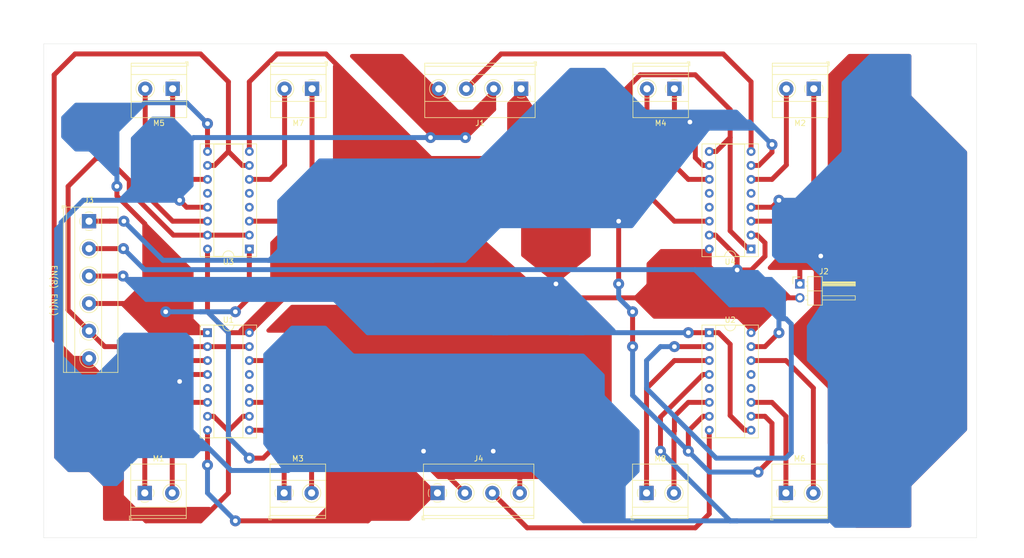
<source format=kicad_pcb>
(kicad_pcb (version 20171130) (host pcbnew 5.1.9)

  (general
    (thickness 1.6)
    (drawings 16)
    (tracks 355)
    (zones 0)
    (modules 20)
    (nets 29)
  )

  (page A4)
  (title_block
    (title "KORSAK Motor Driver board")
    (date 2020-12-26)
    (rev 3)
    (comment 2 "Kriseev Mikhail")
  )

  (layers
    (0 F.Cu signal)
    (31 B.Cu signal)
    (32 B.Adhes user)
    (33 F.Adhes user)
    (34 B.Paste user)
    (35 F.Paste user)
    (36 B.SilkS user)
    (37 F.SilkS user)
    (38 B.Mask user)
    (39 F.Mask user)
    (40 Dwgs.User user)
    (41 Cmts.User user)
    (42 Eco1.User user)
    (43 Eco2.User user)
    (44 Edge.Cuts user)
    (45 Margin user)
    (46 B.CrtYd user)
    (47 F.CrtYd user)
    (48 B.Fab user)
    (49 F.Fab user)
  )

  (setup
    (last_trace_width 0.9)
    (trace_clearance 0.8)
    (zone_clearance 0.508)
    (zone_45_only no)
    (trace_min 0.2)
    (via_size 2)
    (via_drill 0.85)
    (via_min_size 0.4)
    (via_min_drill 0.3)
    (uvia_size 0.3)
    (uvia_drill 0.1)
    (uvias_allowed no)
    (uvia_min_size 0.2)
    (uvia_min_drill 0.1)
    (edge_width 0.05)
    (segment_width 0.2)
    (pcb_text_width 0.3)
    (pcb_text_size 1.5 1.5)
    (mod_edge_width 0.12)
    (mod_text_size 1 1)
    (mod_text_width 0.15)
    (pad_size 1.4 1.4)
    (pad_drill 0.7)
    (pad_to_mask_clearance 0)
    (aux_axis_origin 0 0)
    (visible_elements FFFFF77F)
    (pcbplotparams
      (layerselection 0x010fc_ffffffff)
      (usegerberextensions false)
      (usegerberattributes true)
      (usegerberadvancedattributes true)
      (creategerberjobfile true)
      (excludeedgelayer true)
      (linewidth 0.100000)
      (plotframeref false)
      (viasonmask false)
      (mode 1)
      (useauxorigin false)
      (hpglpennumber 1)
      (hpglpenspeed 20)
      (hpglpendiameter 15.000000)
      (psnegative false)
      (psa4output false)
      (plotreference true)
      (plotvalue true)
      (plotinvisibletext false)
      (padsonsilk false)
      (subtractmaskfromsilk false)
      (outputformat 1)
      (mirror false)
      (drillshape 0)
      (scaleselection 1)
      (outputdirectory "output/"))
  )

  (net 0 "")
  (net 1 +5V)
  (net 2 "Net-(M2-Pad2)")
  (net 3 "Net-(M1-Pad2)")
  (net 4 GND)
  (net 5 "Net-(M2-Pad1)")
  (net 6 "Net-(M1-Pad1)")
  (net 7 "Net-(M4-Pad2)")
  (net 8 "Net-(M3-Pad2)")
  (net 9 "Net-(M4-Pad1)")
  (net 10 "Net-(M3-Pad1)")
  (net 11 "Net-(M6-Pad2)")
  (net 12 "Net-(M5-Pad2)")
  (net 13 "Net-(M6-Pad1)")
  (net 14 "Net-(M5-Pad1)")
  (net 15 "Net-(M8-Pad2)")
  (net 16 "Net-(M7-Pad2)")
  (net 17 "Net-(M8-Pad1)")
  (net 18 "Net-(M7-Pad1)")
  (net 19 "Net-(J3-Pad4)")
  (net 20 "Net-(J3-Pad3)")
  (net 21 "Net-(J3-Pad2)")
  (net 22 "Net-(J3-Pad1)")
  (net 23 "Net-(J1-Pad1)")
  (net 24 "Net-(J3-Pad6)")
  (net 25 "Net-(J3-Pad5)")
  (net 26 "Net-(J4-Pad1)")
  (net 27 "Net-(J1-Pad3)")
  (net 28 "Net-(J4-Pad3)")

  (net_class Default "This is the default net class."
    (clearance 0.8)
    (trace_width 0.9)
    (via_dia 2)
    (via_drill 0.85)
    (uvia_dia 0.3)
    (uvia_drill 0.1)
    (add_net +5V)
    (add_net GND)
    (add_net "Net-(J1-Pad1)")
    (add_net "Net-(J1-Pad3)")
    (add_net "Net-(J3-Pad1)")
    (add_net "Net-(J3-Pad2)")
    (add_net "Net-(J3-Pad3)")
    (add_net "Net-(J3-Pad4)")
    (add_net "Net-(J3-Pad5)")
    (add_net "Net-(J3-Pad6)")
    (add_net "Net-(J4-Pad1)")
    (add_net "Net-(J4-Pad3)")
    (add_net "Net-(M1-Pad1)")
    (add_net "Net-(M1-Pad2)")
    (add_net "Net-(M2-Pad1)")
    (add_net "Net-(M2-Pad2)")
    (add_net "Net-(M3-Pad1)")
    (add_net "Net-(M3-Pad2)")
    (add_net "Net-(M4-Pad1)")
    (add_net "Net-(M4-Pad2)")
    (add_net "Net-(M5-Pad1)")
    (add_net "Net-(M5-Pad2)")
    (add_net "Net-(M6-Pad1)")
    (add_net "Net-(M6-Pad2)")
    (add_net "Net-(M7-Pad1)")
    (add_net "Net-(M7-Pad2)")
    (add_net "Net-(M8-Pad1)")
    (add_net "Net-(M8-Pad2)")
  )

  (module MountingHole:MountingHole_3.2mm_M3 (layer F.Cu) (tedit 56D1B4CB) (tstamp 5FF3BC3D)
    (at 47 118)
    (descr "Mounting Hole 3.2mm, no annular, M3")
    (tags "mounting hole 3.2mm no annular m3")
    (attr virtual)
    (fp_text reference " " (at 0 -4.2) (layer F.SilkS)
      (effects (font (size 1 1) (thickness 0.15)))
    )
    (fp_text value MountingHole_3.2mm_M3 (at 0 4.2) (layer F.Fab)
      (effects (font (size 1 1) (thickness 0.15)))
    )
    (fp_circle (center 0 0) (end 3.2 0) (layer Cmts.User) (width 0.15))
    (fp_circle (center 0 0) (end 3.45 0) (layer F.CrtYd) (width 0.05))
    (fp_text user %R (at 0.3 0) (layer F.Fab)
      (effects (font (size 1 1) (thickness 0.15)))
    )
    (pad 1 np_thru_hole circle (at 0 0) (size 3.2 3.2) (drill 3.2) (layers *.Cu *.Mask))
  )

  (module MountingHole:MountingHole_3.2mm_M3 (layer F.Cu) (tedit 56D1B4CB) (tstamp 5FF3BC3D)
    (at 47 42)
    (descr "Mounting Hole 3.2mm, no annular, M3")
    (tags "mounting hole 3.2mm no annular m3")
    (attr virtual)
    (fp_text reference " " (at 0 -4.2) (layer F.SilkS)
      (effects (font (size 1 1) (thickness 0.15)))
    )
    (fp_text value MountingHole_3.2mm_M3 (at 0 4.2) (layer F.Fab)
      (effects (font (size 1 1) (thickness 0.15)))
    )
    (fp_circle (center 0 0) (end 3.2 0) (layer Cmts.User) (width 0.15))
    (fp_circle (center 0 0) (end 3.45 0) (layer F.CrtYd) (width 0.05))
    (fp_text user %R (at 0.3 0) (layer F.Fab)
      (effects (font (size 1 1) (thickness 0.15)))
    )
    (pad 1 np_thru_hole circle (at 0 0) (size 3.2 3.2) (drill 3.2) (layers *.Cu *.Mask))
  )

  (module MountingHole:MountingHole_3.2mm_M3 (layer F.Cu) (tedit 56D1B4CB) (tstamp 5FF3BC3D)
    (at 203 118)
    (descr "Mounting Hole 3.2mm, no annular, M3")
    (tags "mounting hole 3.2mm no annular m3")
    (attr virtual)
    (fp_text reference " " (at 0 -4.2) (layer F.SilkS)
      (effects (font (size 1 1) (thickness 0.15)))
    )
    (fp_text value MountingHole_3.2mm_M3 (at 0 4.2) (layer F.Fab)
      (effects (font (size 1 1) (thickness 0.15)))
    )
    (fp_circle (center 0 0) (end 3.2 0) (layer Cmts.User) (width 0.15))
    (fp_circle (center 0 0) (end 3.45 0) (layer F.CrtYd) (width 0.05))
    (fp_text user %R (at 0.3 0) (layer F.Fab)
      (effects (font (size 1 1) (thickness 0.15)))
    )
    (pad 1 np_thru_hole circle (at 0 0) (size 3.2 3.2) (drill 3.2) (layers *.Cu *.Mask))
  )

  (module MountingHole:MountingHole_3.2mm_M3 (layer F.Cu) (tedit 56D1B4CB) (tstamp 5FF3B9F5)
    (at 203 42)
    (descr "Mounting Hole 3.2mm, no annular, M3")
    (tags "mounting hole 3.2mm no annular m3")
    (attr virtual)
    (fp_text reference " " (at 0 -4.2) (layer F.SilkS)
      (effects (font (size 1 1) (thickness 0.15)))
    )
    (fp_text value MountingHole_3.2mm_M3 (at 0 4.2) (layer F.Fab)
      (effects (font (size 1 1) (thickness 0.15)))
    )
    (fp_circle (center 0 0) (end 3.2 0) (layer Cmts.User) (width 0.15))
    (fp_circle (center 0 0) (end 3.45 0) (layer F.CrtYd) (width 0.05))
    (fp_text user %R (at 0.3 0) (layer F.Fab)
      (effects (font (size 1 1) (thickness 0.15)))
    )
    (pad 1 np_thru_hole circle (at 0 0) (size 3.2 3.2) (drill 3.2) (layers *.Cu *.Mask))
  )

  (module TerminalBlock_Phoenix:TerminalBlock_Phoenix_MKDS-1,5-4_1x04_P5.00mm_Horizontal (layer F.Cu) (tedit 5B294EE5) (tstamp 5FE697D5)
    (at 111.76 116.84)
    (descr "Terminal Block Phoenix MKDS-1,5-4, 4 pins, pitch 5mm, size 20x9.8mm^2, drill diamater 1.3mm, pad diameter 2.6mm, see http://www.farnell.com/datasheets/100425.pdf, script-generated using https://github.com/pointhi/kicad-footprint-generator/scripts/TerminalBlock_Phoenix")
    (tags "THT Terminal Block Phoenix MKDS-1,5-4 pitch 5mm size 20x9.8mm^2 drill 1.3mm pad 2.6mm")
    (path /604B5F2C)
    (fp_text reference J4 (at 7.5 -6.26) (layer F.SilkS)
      (effects (font (size 1 1) (thickness 0.15)))
    )
    (fp_text value Screw_Terminal_01x04 (at 7.5 5.66) (layer F.Fab)
      (effects (font (size 1 1) (thickness 0.15)))
    )
    (fp_line (start 18 -5.71) (end -3 -5.71) (layer F.CrtYd) (width 0.05))
    (fp_line (start 18 5.1) (end 18 -5.71) (layer F.CrtYd) (width 0.05))
    (fp_line (start -3 5.1) (end 18 5.1) (layer F.CrtYd) (width 0.05))
    (fp_line (start -3 -5.71) (end -3 5.1) (layer F.CrtYd) (width 0.05))
    (fp_line (start -2.8 4.9) (end -2.3 4.9) (layer F.SilkS) (width 0.12))
    (fp_line (start -2.8 4.16) (end -2.8 4.9) (layer F.SilkS) (width 0.12))
    (fp_line (start 13.773 1.023) (end 13.726 1.069) (layer F.SilkS) (width 0.12))
    (fp_line (start 16.07 -1.275) (end 16.035 -1.239) (layer F.SilkS) (width 0.12))
    (fp_line (start 13.966 1.239) (end 13.931 1.274) (layer F.SilkS) (width 0.12))
    (fp_line (start 16.275 -1.069) (end 16.228 -1.023) (layer F.SilkS) (width 0.12))
    (fp_line (start 15.955 -1.138) (end 13.863 0.955) (layer F.Fab) (width 0.1))
    (fp_line (start 16.138 -0.955) (end 14.046 1.138) (layer F.Fab) (width 0.1))
    (fp_line (start 8.773 1.023) (end 8.726 1.069) (layer F.SilkS) (width 0.12))
    (fp_line (start 11.07 -1.275) (end 11.035 -1.239) (layer F.SilkS) (width 0.12))
    (fp_line (start 8.966 1.239) (end 8.931 1.274) (layer F.SilkS) (width 0.12))
    (fp_line (start 11.275 -1.069) (end 11.228 -1.023) (layer F.SilkS) (width 0.12))
    (fp_line (start 10.955 -1.138) (end 8.863 0.955) (layer F.Fab) (width 0.1))
    (fp_line (start 11.138 -0.955) (end 9.046 1.138) (layer F.Fab) (width 0.1))
    (fp_line (start 3.773 1.023) (end 3.726 1.069) (layer F.SilkS) (width 0.12))
    (fp_line (start 6.07 -1.275) (end 6.035 -1.239) (layer F.SilkS) (width 0.12))
    (fp_line (start 3.966 1.239) (end 3.931 1.274) (layer F.SilkS) (width 0.12))
    (fp_line (start 6.275 -1.069) (end 6.228 -1.023) (layer F.SilkS) (width 0.12))
    (fp_line (start 5.955 -1.138) (end 3.863 0.955) (layer F.Fab) (width 0.1))
    (fp_line (start 6.138 -0.955) (end 4.046 1.138) (layer F.Fab) (width 0.1))
    (fp_line (start 0.955 -1.138) (end -1.138 0.955) (layer F.Fab) (width 0.1))
    (fp_line (start 1.138 -0.955) (end -0.955 1.138) (layer F.Fab) (width 0.1))
    (fp_line (start 17.561 -5.261) (end 17.561 4.66) (layer F.SilkS) (width 0.12))
    (fp_line (start -2.56 -5.261) (end -2.56 4.66) (layer F.SilkS) (width 0.12))
    (fp_line (start -2.56 4.66) (end 17.561 4.66) (layer F.SilkS) (width 0.12))
    (fp_line (start -2.56 -5.261) (end 17.561 -5.261) (layer F.SilkS) (width 0.12))
    (fp_line (start -2.56 -2.301) (end 17.561 -2.301) (layer F.SilkS) (width 0.12))
    (fp_line (start -2.5 -2.3) (end 17.5 -2.3) (layer F.Fab) (width 0.1))
    (fp_line (start -2.56 2.6) (end 17.561 2.6) (layer F.SilkS) (width 0.12))
    (fp_line (start -2.5 2.6) (end 17.5 2.6) (layer F.Fab) (width 0.1))
    (fp_line (start -2.56 4.1) (end 17.561 4.1) (layer F.SilkS) (width 0.12))
    (fp_line (start -2.5 4.1) (end 17.5 4.1) (layer F.Fab) (width 0.1))
    (fp_line (start -2.5 4.1) (end -2.5 -5.2) (layer F.Fab) (width 0.1))
    (fp_line (start -2 4.6) (end -2.5 4.1) (layer F.Fab) (width 0.1))
    (fp_line (start 17.5 4.6) (end -2 4.6) (layer F.Fab) (width 0.1))
    (fp_line (start 17.5 -5.2) (end 17.5 4.6) (layer F.Fab) (width 0.1))
    (fp_line (start -2.5 -5.2) (end 17.5 -5.2) (layer F.Fab) (width 0.1))
    (fp_circle (center 15 0) (end 16.68 0) (layer F.SilkS) (width 0.12))
    (fp_circle (center 15 0) (end 16.5 0) (layer F.Fab) (width 0.1))
    (fp_circle (center 10 0) (end 11.68 0) (layer F.SilkS) (width 0.12))
    (fp_circle (center 10 0) (end 11.5 0) (layer F.Fab) (width 0.1))
    (fp_circle (center 5 0) (end 6.68 0) (layer F.SilkS) (width 0.12))
    (fp_circle (center 5 0) (end 6.5 0) (layer F.Fab) (width 0.1))
    (fp_circle (center 0 0) (end 1.5 0) (layer F.Fab) (width 0.1))
    (fp_arc (start 0 0) (end 0 1.68) (angle -24) (layer F.SilkS) (width 0.12))
    (fp_arc (start 0 0) (end 1.535 0.684) (angle -48) (layer F.SilkS) (width 0.12))
    (fp_arc (start 0 0) (end 0.684 -1.535) (angle -48) (layer F.SilkS) (width 0.12))
    (fp_arc (start 0 0) (end -1.535 -0.684) (angle -48) (layer F.SilkS) (width 0.12))
    (fp_arc (start 0 0) (end -0.684 1.535) (angle -25) (layer F.SilkS) (width 0.12))
    (fp_text user %R (at 7.5 3.2) (layer F.Fab)
      (effects (font (size 1 1) (thickness 0.15)))
    )
    (pad 1 thru_hole rect (at 0 0) (size 2.6 2.6) (drill 1.3) (layers *.Cu *.Mask)
      (net 26 "Net-(J4-Pad1)"))
    (pad 2 thru_hole circle (at 5 0) (size 2.6 2.6) (drill 1.3) (layers *.Cu *.Mask)
      (net 4 GND))
    (pad 3 thru_hole circle (at 10 0) (size 2.6 2.6) (drill 1.3) (layers *.Cu *.Mask)
      (net 28 "Net-(J4-Pad3)"))
    (pad 4 thru_hole circle (at 15 0) (size 2.6 2.6) (drill 1.3) (layers *.Cu *.Mask)
      (net 4 GND))
    (model ${KISYS3DMOD}/TerminalBlock_Phoenix.3dshapes/TerminalBlock_Phoenix_MKDS-1,5-4_1x04_P5.00mm_Horizontal.wrl
      (at (xyz 0 0 0))
      (scale (xyz 1 1 1))
      (rotate (xyz 0 0 0))
    )
  )

  (module TerminalBlock_Phoenix:TerminalBlock_Phoenix_MKDS-1,5-2_1x02_P5.00mm_Horizontal (layer F.Cu) (tedit 5B294EE5) (tstamp 5FE6E197)
    (at 88.9 43.18 180)
    (descr "Terminal Block Phoenix MKDS-1,5-2, 2 pins, pitch 5mm, size 10x9.8mm^2, drill diamater 1.3mm, pad diameter 2.6mm, see http://www.farnell.com/datasheets/100425.pdf, script-generated using https://github.com/pointhi/kicad-footprint-generator/scripts/TerminalBlock_Phoenix")
    (tags "THT Terminal Block Phoenix MKDS-1,5-2 pitch 5mm size 10x9.8mm^2 drill 1.3mm pad 2.6mm")
    (path /601FA1F2)
    (fp_text reference M7 (at 2.5 -6.26) (layer F.SilkS)
      (effects (font (size 1 1) (thickness 0.15)))
    )
    (fp_text value Motor_DC (at 2.5 5.66) (layer F.Fab)
      (effects (font (size 1 1) (thickness 0.15)))
    )
    (fp_line (start 8 -5.71) (end -3 -5.71) (layer F.CrtYd) (width 0.05))
    (fp_line (start 8 5.1) (end 8 -5.71) (layer F.CrtYd) (width 0.05))
    (fp_line (start -3 5.1) (end 8 5.1) (layer F.CrtYd) (width 0.05))
    (fp_line (start -3 -5.71) (end -3 5.1) (layer F.CrtYd) (width 0.05))
    (fp_line (start -2.8 4.9) (end -2.3 4.9) (layer F.SilkS) (width 0.12))
    (fp_line (start -2.8 4.16) (end -2.8 4.9) (layer F.SilkS) (width 0.12))
    (fp_line (start 3.773 1.023) (end 3.726 1.069) (layer F.SilkS) (width 0.12))
    (fp_line (start 6.07 -1.275) (end 6.035 -1.239) (layer F.SilkS) (width 0.12))
    (fp_line (start 3.966 1.239) (end 3.931 1.274) (layer F.SilkS) (width 0.12))
    (fp_line (start 6.275 -1.069) (end 6.228 -1.023) (layer F.SilkS) (width 0.12))
    (fp_line (start 5.955 -1.138) (end 3.863 0.955) (layer F.Fab) (width 0.1))
    (fp_line (start 6.138 -0.955) (end 4.046 1.138) (layer F.Fab) (width 0.1))
    (fp_line (start 0.955 -1.138) (end -1.138 0.955) (layer F.Fab) (width 0.1))
    (fp_line (start 1.138 -0.955) (end -0.955 1.138) (layer F.Fab) (width 0.1))
    (fp_line (start 7.56 -5.261) (end 7.56 4.66) (layer F.SilkS) (width 0.12))
    (fp_line (start -2.56 -5.261) (end -2.56 4.66) (layer F.SilkS) (width 0.12))
    (fp_line (start -2.56 4.66) (end 7.56 4.66) (layer F.SilkS) (width 0.12))
    (fp_line (start -2.56 -5.261) (end 7.56 -5.261) (layer F.SilkS) (width 0.12))
    (fp_line (start -2.56 -2.301) (end 7.56 -2.301) (layer F.SilkS) (width 0.12))
    (fp_line (start -2.5 -2.3) (end 7.5 -2.3) (layer F.Fab) (width 0.1))
    (fp_line (start -2.56 2.6) (end 7.56 2.6) (layer F.SilkS) (width 0.12))
    (fp_line (start -2.5 2.6) (end 7.5 2.6) (layer F.Fab) (width 0.1))
    (fp_line (start -2.56 4.1) (end 7.56 4.1) (layer F.SilkS) (width 0.12))
    (fp_line (start -2.5 4.1) (end 7.5 4.1) (layer F.Fab) (width 0.1))
    (fp_line (start -2.5 4.1) (end -2.5 -5.2) (layer F.Fab) (width 0.1))
    (fp_line (start -2 4.6) (end -2.5 4.1) (layer F.Fab) (width 0.1))
    (fp_line (start 7.5 4.6) (end -2 4.6) (layer F.Fab) (width 0.1))
    (fp_line (start 7.5 -5.2) (end 7.5 4.6) (layer F.Fab) (width 0.1))
    (fp_line (start -2.5 -5.2) (end 7.5 -5.2) (layer F.Fab) (width 0.1))
    (fp_circle (center 5 0) (end 6.68 0) (layer F.SilkS) (width 0.12))
    (fp_circle (center 5 0) (end 6.5 0) (layer F.Fab) (width 0.1))
    (fp_circle (center 0 0) (end 1.5 0) (layer F.Fab) (width 0.1))
    (fp_arc (start 0 0) (end 0 1.68) (angle -24) (layer F.SilkS) (width 0.12))
    (fp_arc (start 0 0) (end 1.535 0.684) (angle -48) (layer F.SilkS) (width 0.12))
    (fp_arc (start 0 0) (end 0.684 -1.535) (angle -48) (layer F.SilkS) (width 0.12))
    (fp_arc (start 0 0) (end -1.535 -0.684) (angle -48) (layer F.SilkS) (width 0.12))
    (fp_arc (start 0 0) (end -0.684 1.535) (angle -25) (layer F.SilkS) (width 0.12))
    (fp_text user %R (at 2.5 3.2) (layer F.Fab)
      (effects (font (size 1 1) (thickness 0.15)))
    )
    (pad 1 thru_hole rect (at 0 0 180) (size 2.6 2.6) (drill 1.3) (layers *.Cu *.Mask)
      (net 18 "Net-(M7-Pad1)"))
    (pad 2 thru_hole circle (at 5 0 180) (size 2.6 2.6) (drill 1.3) (layers *.Cu *.Mask)
      (net 16 "Net-(M7-Pad2)"))
    (model ${KISYS3DMOD}/TerminalBlock_Phoenix.3dshapes/TerminalBlock_Phoenix_MKDS-1,5-2_1x02_P5.00mm_Horizontal.wrl
      (at (xyz 0 0 0))
      (scale (xyz 1 1 1))
      (rotate (xyz 0 0 0))
    )
  )

  (module TerminalBlock_Phoenix:TerminalBlock_Phoenix_MKDS-1,5-4_1x04_P5.00mm_Horizontal (layer F.Cu) (tedit 5B294EE5) (tstamp 5FE6E773)
    (at 127 43.18 180)
    (descr "Terminal Block Phoenix MKDS-1,5-4, 4 pins, pitch 5mm, size 20x9.8mm^2, drill diamater 1.3mm, pad diameter 2.6mm, see http://www.farnell.com/datasheets/100425.pdf, script-generated using https://github.com/pointhi/kicad-footprint-generator/scripts/TerminalBlock_Phoenix")
    (tags "THT Terminal Block Phoenix MKDS-1,5-4 pitch 5mm size 20x9.8mm^2 drill 1.3mm pad 2.6mm")
    (path /604792BB)
    (fp_text reference J1 (at 7.5 -6.26) (layer F.SilkS)
      (effects (font (size 1 1) (thickness 0.15)))
    )
    (fp_text value Screw_Terminal_01x04 (at 7.5 5.66) (layer F.Fab)
      (effects (font (size 1 1) (thickness 0.15)))
    )
    (fp_line (start 18 -5.71) (end -3 -5.71) (layer F.CrtYd) (width 0.05))
    (fp_line (start 18 5.1) (end 18 -5.71) (layer F.CrtYd) (width 0.05))
    (fp_line (start -3 5.1) (end 18 5.1) (layer F.CrtYd) (width 0.05))
    (fp_line (start -3 -5.71) (end -3 5.1) (layer F.CrtYd) (width 0.05))
    (fp_line (start -2.8 4.9) (end -2.3 4.9) (layer F.SilkS) (width 0.12))
    (fp_line (start -2.8 4.16) (end -2.8 4.9) (layer F.SilkS) (width 0.12))
    (fp_line (start 13.773 1.023) (end 13.726 1.069) (layer F.SilkS) (width 0.12))
    (fp_line (start 16.07 -1.275) (end 16.035 -1.239) (layer F.SilkS) (width 0.12))
    (fp_line (start 13.966 1.239) (end 13.931 1.274) (layer F.SilkS) (width 0.12))
    (fp_line (start 16.275 -1.069) (end 16.228 -1.023) (layer F.SilkS) (width 0.12))
    (fp_line (start 15.955 -1.138) (end 13.863 0.955) (layer F.Fab) (width 0.1))
    (fp_line (start 16.138 -0.955) (end 14.046 1.138) (layer F.Fab) (width 0.1))
    (fp_line (start 8.773 1.023) (end 8.726 1.069) (layer F.SilkS) (width 0.12))
    (fp_line (start 11.07 -1.275) (end 11.035 -1.239) (layer F.SilkS) (width 0.12))
    (fp_line (start 8.966 1.239) (end 8.931 1.274) (layer F.SilkS) (width 0.12))
    (fp_line (start 11.275 -1.069) (end 11.228 -1.023) (layer F.SilkS) (width 0.12))
    (fp_line (start 10.955 -1.138) (end 8.863 0.955) (layer F.Fab) (width 0.1))
    (fp_line (start 11.138 -0.955) (end 9.046 1.138) (layer F.Fab) (width 0.1))
    (fp_line (start 3.773 1.023) (end 3.726 1.069) (layer F.SilkS) (width 0.12))
    (fp_line (start 6.07 -1.275) (end 6.035 -1.239) (layer F.SilkS) (width 0.12))
    (fp_line (start 3.966 1.239) (end 3.931 1.274) (layer F.SilkS) (width 0.12))
    (fp_line (start 6.275 -1.069) (end 6.228 -1.023) (layer F.SilkS) (width 0.12))
    (fp_line (start 5.955 -1.138) (end 3.863 0.955) (layer F.Fab) (width 0.1))
    (fp_line (start 6.138 -0.955) (end 4.046 1.138) (layer F.Fab) (width 0.1))
    (fp_line (start 0.955 -1.138) (end -1.138 0.955) (layer F.Fab) (width 0.1))
    (fp_line (start 1.138 -0.955) (end -0.955 1.138) (layer F.Fab) (width 0.1))
    (fp_line (start 17.561 -5.261) (end 17.561 4.66) (layer F.SilkS) (width 0.12))
    (fp_line (start -2.56 -5.261) (end -2.56 4.66) (layer F.SilkS) (width 0.12))
    (fp_line (start -2.56 4.66) (end 17.561 4.66) (layer F.SilkS) (width 0.12))
    (fp_line (start -2.56 -5.261) (end 17.561 -5.261) (layer F.SilkS) (width 0.12))
    (fp_line (start -2.56 -2.301) (end 17.561 -2.301) (layer F.SilkS) (width 0.12))
    (fp_line (start -2.5 -2.3) (end 17.5 -2.3) (layer F.Fab) (width 0.1))
    (fp_line (start -2.56 2.6) (end 17.561 2.6) (layer F.SilkS) (width 0.12))
    (fp_line (start -2.5 2.6) (end 17.5 2.6) (layer F.Fab) (width 0.1))
    (fp_line (start -2.56 4.1) (end 17.561 4.1) (layer F.SilkS) (width 0.12))
    (fp_line (start -2.5 4.1) (end 17.5 4.1) (layer F.Fab) (width 0.1))
    (fp_line (start -2.5 4.1) (end -2.5 -5.2) (layer F.Fab) (width 0.1))
    (fp_line (start -2 4.6) (end -2.5 4.1) (layer F.Fab) (width 0.1))
    (fp_line (start 17.5 4.6) (end -2 4.6) (layer F.Fab) (width 0.1))
    (fp_line (start 17.5 -5.2) (end 17.5 4.6) (layer F.Fab) (width 0.1))
    (fp_line (start -2.5 -5.2) (end 17.5 -5.2) (layer F.Fab) (width 0.1))
    (fp_circle (center 15 0) (end 16.68 0) (layer F.SilkS) (width 0.12))
    (fp_circle (center 15 0) (end 16.5 0) (layer F.Fab) (width 0.1))
    (fp_circle (center 10 0) (end 11.68 0) (layer F.SilkS) (width 0.12))
    (fp_circle (center 10 0) (end 11.5 0) (layer F.Fab) (width 0.1))
    (fp_circle (center 5 0) (end 6.68 0) (layer F.SilkS) (width 0.12))
    (fp_circle (center 5 0) (end 6.5 0) (layer F.Fab) (width 0.1))
    (fp_circle (center 0 0) (end 1.5 0) (layer F.Fab) (width 0.1))
    (fp_arc (start 0 0) (end 0 1.68) (angle -24) (layer F.SilkS) (width 0.12))
    (fp_arc (start 0 0) (end 1.535 0.684) (angle -48) (layer F.SilkS) (width 0.12))
    (fp_arc (start 0 0) (end 0.684 -1.535) (angle -48) (layer F.SilkS) (width 0.12))
    (fp_arc (start 0 0) (end -1.535 -0.684) (angle -48) (layer F.SilkS) (width 0.12))
    (fp_arc (start 0 0) (end -0.684 1.535) (angle -25) (layer F.SilkS) (width 0.12))
    (fp_text user %R (at 7.5 3.2) (layer F.Fab)
      (effects (font (size 1 1) (thickness 0.15)))
    )
    (pad 1 thru_hole rect (at 0 0 180) (size 2.6 2.6) (drill 1.3) (layers *.Cu *.Mask)
      (net 23 "Net-(J1-Pad1)"))
    (pad 2 thru_hole circle (at 5 0 180) (size 2.6 2.6) (drill 1.3) (layers *.Cu *.Mask)
      (net 4 GND))
    (pad 3 thru_hole circle (at 10 0 180) (size 2.6 2.6) (drill 1.3) (layers *.Cu *.Mask)
      (net 27 "Net-(J1-Pad3)"))
    (pad 4 thru_hole circle (at 15 0 180) (size 2.6 2.6) (drill 1.3) (layers *.Cu *.Mask)
      (net 4 GND))
    (model ${KISYS3DMOD}/TerminalBlock_Phoenix.3dshapes/TerminalBlock_Phoenix_MKDS-1,5-4_1x04_P5.00mm_Horizontal.wrl
      (at (xyz 0 0 0))
      (scale (xyz 1 1 1))
      (rotate (xyz 0 0 0))
    )
  )

  (module Package_DIP:DIP-16_W7.62mm_Socket (layer F.Cu) (tedit 5A02E8C5) (tstamp 5FE699E5)
    (at 168.91 72.39 180)
    (descr "16-lead though-hole mounted DIP package, row spacing 7.62 mm (300 mils), Socket")
    (tags "THT DIP DIL PDIP 2.54mm 7.62mm 300mil Socket")
    (path /5F9AC5A8)
    (fp_text reference U4 (at 3.81 -2.33) (layer F.SilkS)
      (effects (font (size 1 1) (thickness 0.15)))
    )
    (fp_text value L293D (at 3.81 20.11) (layer F.Fab)
      (effects (font (size 1 1) (thickness 0.15)))
    )
    (fp_line (start 9.15 -1.6) (end -1.55 -1.6) (layer F.CrtYd) (width 0.05))
    (fp_line (start 9.15 19.4) (end 9.15 -1.6) (layer F.CrtYd) (width 0.05))
    (fp_line (start -1.55 19.4) (end 9.15 19.4) (layer F.CrtYd) (width 0.05))
    (fp_line (start -1.55 -1.6) (end -1.55 19.4) (layer F.CrtYd) (width 0.05))
    (fp_line (start 8.95 -1.39) (end -1.33 -1.39) (layer F.SilkS) (width 0.12))
    (fp_line (start 8.95 19.17) (end 8.95 -1.39) (layer F.SilkS) (width 0.12))
    (fp_line (start -1.33 19.17) (end 8.95 19.17) (layer F.SilkS) (width 0.12))
    (fp_line (start -1.33 -1.39) (end -1.33 19.17) (layer F.SilkS) (width 0.12))
    (fp_line (start 6.46 -1.33) (end 4.81 -1.33) (layer F.SilkS) (width 0.12))
    (fp_line (start 6.46 19.11) (end 6.46 -1.33) (layer F.SilkS) (width 0.12))
    (fp_line (start 1.16 19.11) (end 6.46 19.11) (layer F.SilkS) (width 0.12))
    (fp_line (start 1.16 -1.33) (end 1.16 19.11) (layer F.SilkS) (width 0.12))
    (fp_line (start 2.81 -1.33) (end 1.16 -1.33) (layer F.SilkS) (width 0.12))
    (fp_line (start 8.89 -1.33) (end -1.27 -1.33) (layer F.Fab) (width 0.1))
    (fp_line (start 8.89 19.11) (end 8.89 -1.33) (layer F.Fab) (width 0.1))
    (fp_line (start -1.27 19.11) (end 8.89 19.11) (layer F.Fab) (width 0.1))
    (fp_line (start -1.27 -1.33) (end -1.27 19.11) (layer F.Fab) (width 0.1))
    (fp_line (start 0.635 -0.27) (end 1.635 -1.27) (layer F.Fab) (width 0.1))
    (fp_line (start 0.635 19.05) (end 0.635 -0.27) (layer F.Fab) (width 0.1))
    (fp_line (start 6.985 19.05) (end 0.635 19.05) (layer F.Fab) (width 0.1))
    (fp_line (start 6.985 -1.27) (end 6.985 19.05) (layer F.Fab) (width 0.1))
    (fp_line (start 1.635 -1.27) (end 6.985 -1.27) (layer F.Fab) (width 0.1))
    (fp_arc (start 3.81 -1.33) (end 2.81 -1.33) (angle -180) (layer F.SilkS) (width 0.12))
    (fp_text user %R (at 3.81 8.89) (layer F.Fab)
      (effects (font (size 1 1) (thickness 0.15)))
    )
    (pad 1 thru_hole rect (at 0 0 180) (size 1.6 1.6) (drill 0.8) (layers *.Cu *.Mask)
      (net 20 "Net-(J3-Pad3)"))
    (pad 9 thru_hole oval (at 7.62 17.78 180) (size 1.6 1.6) (drill 0.8) (layers *.Cu *.Mask)
      (net 20 "Net-(J3-Pad3)"))
    (pad 2 thru_hole oval (at 0 2.54 180) (size 1.6 1.6) (drill 0.8) (layers *.Cu *.Mask)
      (net 21 "Net-(J3-Pad2)"))
    (pad 10 thru_hole oval (at 7.62 15.24 180) (size 1.6 1.6) (drill 0.8) (layers *.Cu *.Mask)
      (net 22 "Net-(J3-Pad1)"))
    (pad 3 thru_hole oval (at 0 5.08 180) (size 1.6 1.6) (drill 0.8) (layers *.Cu *.Mask)
      (net 5 "Net-(M2-Pad1)"))
    (pad 11 thru_hole oval (at 7.62 12.7 180) (size 1.6 1.6) (drill 0.8) (layers *.Cu *.Mask)
      (net 9 "Net-(M4-Pad1)"))
    (pad 4 thru_hole oval (at 0 7.62 180) (size 1.6 1.6) (drill 0.8) (layers *.Cu *.Mask)
      (net 4 GND))
    (pad 12 thru_hole oval (at 7.62 10.16 180) (size 1.6 1.6) (drill 0.8) (layers *.Cu *.Mask)
      (net 4 GND))
    (pad 5 thru_hole oval (at 0 10.16 180) (size 1.6 1.6) (drill 0.8) (layers *.Cu *.Mask)
      (net 4 GND))
    (pad 13 thru_hole oval (at 7.62 7.62 180) (size 1.6 1.6) (drill 0.8) (layers *.Cu *.Mask)
      (net 4 GND))
    (pad 6 thru_hole oval (at 0 12.7 180) (size 1.6 1.6) (drill 0.8) (layers *.Cu *.Mask)
      (net 2 "Net-(M2-Pad2)"))
    (pad 14 thru_hole oval (at 7.62 5.08 180) (size 1.6 1.6) (drill 0.8) (layers *.Cu *.Mask)
      (net 7 "Net-(M4-Pad2)"))
    (pad 7 thru_hole oval (at 0 15.24 180) (size 1.6 1.6) (drill 0.8) (layers *.Cu *.Mask)
      (net 22 "Net-(J3-Pad1)"))
    (pad 15 thru_hole oval (at 7.62 2.54 180) (size 1.6 1.6) (drill 0.8) (layers *.Cu *.Mask)
      (net 21 "Net-(J3-Pad2)"))
    (pad 8 thru_hole oval (at 0 17.78 180) (size 1.6 1.6) (drill 0.8) (layers *.Cu *.Mask)
      (net 27 "Net-(J1-Pad3)"))
    (pad 16 thru_hole oval (at 7.62 0 180) (size 1.6 1.6) (drill 0.8) (layers *.Cu *.Mask)
      (net 1 +5V))
    (model ${KISYS3DMOD}/Package_DIP.3dshapes/DIP-16_W7.62mm_Socket.wrl
      (at (xyz 0 0 0))
      (scale (xyz 1 1 1))
      (rotate (xyz 0 0 0))
    )
  )

  (module Package_DIP:DIP-16_W7.62mm_Socket (layer F.Cu) (tedit 5A02E8C5) (tstamp 5FE699B9)
    (at 77.47 72.39 180)
    (descr "16-lead though-hole mounted DIP package, row spacing 7.62 mm (300 mils), Socket")
    (tags "THT DIP DIL PDIP 2.54mm 7.62mm 300mil Socket")
    (path /601FA1D3)
    (fp_text reference U3 (at 3.81 -2.33) (layer F.SilkS)
      (effects (font (size 1 1) (thickness 0.15)))
    )
    (fp_text value L293D (at 3.81 20.11) (layer F.Fab)
      (effects (font (size 1 1) (thickness 0.15)))
    )
    (fp_line (start 9.15 -1.6) (end -1.55 -1.6) (layer F.CrtYd) (width 0.05))
    (fp_line (start 9.15 19.4) (end 9.15 -1.6) (layer F.CrtYd) (width 0.05))
    (fp_line (start -1.55 19.4) (end 9.15 19.4) (layer F.CrtYd) (width 0.05))
    (fp_line (start -1.55 -1.6) (end -1.55 19.4) (layer F.CrtYd) (width 0.05))
    (fp_line (start 8.95 -1.39) (end -1.33 -1.39) (layer F.SilkS) (width 0.12))
    (fp_line (start 8.95 19.17) (end 8.95 -1.39) (layer F.SilkS) (width 0.12))
    (fp_line (start -1.33 19.17) (end 8.95 19.17) (layer F.SilkS) (width 0.12))
    (fp_line (start -1.33 -1.39) (end -1.33 19.17) (layer F.SilkS) (width 0.12))
    (fp_line (start 6.46 -1.33) (end 4.81 -1.33) (layer F.SilkS) (width 0.12))
    (fp_line (start 6.46 19.11) (end 6.46 -1.33) (layer F.SilkS) (width 0.12))
    (fp_line (start 1.16 19.11) (end 6.46 19.11) (layer F.SilkS) (width 0.12))
    (fp_line (start 1.16 -1.33) (end 1.16 19.11) (layer F.SilkS) (width 0.12))
    (fp_line (start 2.81 -1.33) (end 1.16 -1.33) (layer F.SilkS) (width 0.12))
    (fp_line (start 8.89 -1.33) (end -1.27 -1.33) (layer F.Fab) (width 0.1))
    (fp_line (start 8.89 19.11) (end 8.89 -1.33) (layer F.Fab) (width 0.1))
    (fp_line (start -1.27 19.11) (end 8.89 19.11) (layer F.Fab) (width 0.1))
    (fp_line (start -1.27 -1.33) (end -1.27 19.11) (layer F.Fab) (width 0.1))
    (fp_line (start 0.635 -0.27) (end 1.635 -1.27) (layer F.Fab) (width 0.1))
    (fp_line (start 0.635 19.05) (end 0.635 -0.27) (layer F.Fab) (width 0.1))
    (fp_line (start 6.985 19.05) (end 0.635 19.05) (layer F.Fab) (width 0.1))
    (fp_line (start 6.985 -1.27) (end 6.985 19.05) (layer F.Fab) (width 0.1))
    (fp_line (start 1.635 -1.27) (end 6.985 -1.27) (layer F.Fab) (width 0.1))
    (fp_arc (start 3.81 -1.33) (end 2.81 -1.33) (angle -180) (layer F.SilkS) (width 0.12))
    (fp_text user %R (at 3.81 8.89) (layer F.Fab)
      (effects (font (size 1 1) (thickness 0.15)))
    )
    (pad 1 thru_hole rect (at 0 0 180) (size 1.6 1.6) (drill 0.8) (layers *.Cu *.Mask)
      (net 19 "Net-(J3-Pad4)"))
    (pad 9 thru_hole oval (at 7.62 17.78 180) (size 1.6 1.6) (drill 0.8) (layers *.Cu *.Mask)
      (net 19 "Net-(J3-Pad4)"))
    (pad 2 thru_hole oval (at 0 2.54 180) (size 1.6 1.6) (drill 0.8) (layers *.Cu *.Mask)
      (net 25 "Net-(J3-Pad5)"))
    (pad 10 thru_hole oval (at 7.62 15.24 180) (size 1.6 1.6) (drill 0.8) (layers *.Cu *.Mask)
      (net 24 "Net-(J3-Pad6)"))
    (pad 3 thru_hole oval (at 0 5.08 180) (size 1.6 1.6) (drill 0.8) (layers *.Cu *.Mask)
      (net 18 "Net-(M7-Pad1)"))
    (pad 11 thru_hole oval (at 7.62 12.7 180) (size 1.6 1.6) (drill 0.8) (layers *.Cu *.Mask)
      (net 14 "Net-(M5-Pad1)"))
    (pad 4 thru_hole oval (at 0 7.62 180) (size 1.6 1.6) (drill 0.8) (layers *.Cu *.Mask)
      (net 4 GND))
    (pad 12 thru_hole oval (at 7.62 10.16 180) (size 1.6 1.6) (drill 0.8) (layers *.Cu *.Mask)
      (net 4 GND))
    (pad 5 thru_hole oval (at 0 10.16 180) (size 1.6 1.6) (drill 0.8) (layers *.Cu *.Mask)
      (net 4 GND))
    (pad 13 thru_hole oval (at 7.62 7.62 180) (size 1.6 1.6) (drill 0.8) (layers *.Cu *.Mask)
      (net 4 GND))
    (pad 6 thru_hole oval (at 0 12.7 180) (size 1.6 1.6) (drill 0.8) (layers *.Cu *.Mask)
      (net 16 "Net-(M7-Pad2)"))
    (pad 14 thru_hole oval (at 7.62 5.08 180) (size 1.6 1.6) (drill 0.8) (layers *.Cu *.Mask)
      (net 12 "Net-(M5-Pad2)"))
    (pad 7 thru_hole oval (at 0 15.24 180) (size 1.6 1.6) (drill 0.8) (layers *.Cu *.Mask)
      (net 24 "Net-(J3-Pad6)"))
    (pad 15 thru_hole oval (at 7.62 2.54 180) (size 1.6 1.6) (drill 0.8) (layers *.Cu *.Mask)
      (net 25 "Net-(J3-Pad5)"))
    (pad 8 thru_hole oval (at 0 17.78 180) (size 1.6 1.6) (drill 0.8) (layers *.Cu *.Mask)
      (net 23 "Net-(J1-Pad1)"))
    (pad 16 thru_hole oval (at 7.62 0 180) (size 1.6 1.6) (drill 0.8) (layers *.Cu *.Mask)
      (net 1 +5V))
    (model ${KISYS3DMOD}/Package_DIP.3dshapes/DIP-16_W7.62mm_Socket.wrl
      (at (xyz 0 0 0))
      (scale (xyz 1 1 1))
      (rotate (xyz 0 0 0))
    )
  )

  (module Package_DIP:DIP-16_W7.62mm_Socket (layer F.Cu) (tedit 5A02E8C5) (tstamp 5FE6998D)
    (at 161.29 87.63)
    (descr "16-lead though-hole mounted DIP package, row spacing 7.62 mm (300 mils), Socket")
    (tags "THT DIP DIL PDIP 2.54mm 7.62mm 300mil Socket")
    (path /601FA21D)
    (fp_text reference U2 (at 3.81 -2.33) (layer F.SilkS)
      (effects (font (size 1 1) (thickness 0.15)))
    )
    (fp_text value L293D (at 3.81 20.11) (layer F.Fab)
      (effects (font (size 1 1) (thickness 0.15)))
    )
    (fp_line (start 9.15 -1.6) (end -1.55 -1.6) (layer F.CrtYd) (width 0.05))
    (fp_line (start 9.15 19.4) (end 9.15 -1.6) (layer F.CrtYd) (width 0.05))
    (fp_line (start -1.55 19.4) (end 9.15 19.4) (layer F.CrtYd) (width 0.05))
    (fp_line (start -1.55 -1.6) (end -1.55 19.4) (layer F.CrtYd) (width 0.05))
    (fp_line (start 8.95 -1.39) (end -1.33 -1.39) (layer F.SilkS) (width 0.12))
    (fp_line (start 8.95 19.17) (end 8.95 -1.39) (layer F.SilkS) (width 0.12))
    (fp_line (start -1.33 19.17) (end 8.95 19.17) (layer F.SilkS) (width 0.12))
    (fp_line (start -1.33 -1.39) (end -1.33 19.17) (layer F.SilkS) (width 0.12))
    (fp_line (start 6.46 -1.33) (end 4.81 -1.33) (layer F.SilkS) (width 0.12))
    (fp_line (start 6.46 19.11) (end 6.46 -1.33) (layer F.SilkS) (width 0.12))
    (fp_line (start 1.16 19.11) (end 6.46 19.11) (layer F.SilkS) (width 0.12))
    (fp_line (start 1.16 -1.33) (end 1.16 19.11) (layer F.SilkS) (width 0.12))
    (fp_line (start 2.81 -1.33) (end 1.16 -1.33) (layer F.SilkS) (width 0.12))
    (fp_line (start 8.89 -1.33) (end -1.27 -1.33) (layer F.Fab) (width 0.1))
    (fp_line (start 8.89 19.11) (end 8.89 -1.33) (layer F.Fab) (width 0.1))
    (fp_line (start -1.27 19.11) (end 8.89 19.11) (layer F.Fab) (width 0.1))
    (fp_line (start -1.27 -1.33) (end -1.27 19.11) (layer F.Fab) (width 0.1))
    (fp_line (start 0.635 -0.27) (end 1.635 -1.27) (layer F.Fab) (width 0.1))
    (fp_line (start 0.635 19.05) (end 0.635 -0.27) (layer F.Fab) (width 0.1))
    (fp_line (start 6.985 19.05) (end 0.635 19.05) (layer F.Fab) (width 0.1))
    (fp_line (start 6.985 -1.27) (end 6.985 19.05) (layer F.Fab) (width 0.1))
    (fp_line (start 1.635 -1.27) (end 6.985 -1.27) (layer F.Fab) (width 0.1))
    (fp_arc (start 3.81 -1.33) (end 2.81 -1.33) (angle -180) (layer F.SilkS) (width 0.12))
    (fp_text user %R (at 3.81 8.89) (layer F.Fab)
      (effects (font (size 1 1) (thickness 0.15)))
    )
    (pad 1 thru_hole rect (at 0 0) (size 1.6 1.6) (drill 0.8) (layers *.Cu *.Mask)
      (net 20 "Net-(J3-Pad3)"))
    (pad 9 thru_hole oval (at 7.62 17.78) (size 1.6 1.6) (drill 0.8) (layers *.Cu *.Mask)
      (net 20 "Net-(J3-Pad3)"))
    (pad 2 thru_hole oval (at 0 2.54) (size 1.6 1.6) (drill 0.8) (layers *.Cu *.Mask)
      (net 21 "Net-(J3-Pad2)"))
    (pad 10 thru_hole oval (at 7.62 15.24) (size 1.6 1.6) (drill 0.8) (layers *.Cu *.Mask)
      (net 22 "Net-(J3-Pad1)"))
    (pad 3 thru_hole oval (at 0 5.08) (size 1.6 1.6) (drill 0.8) (layers *.Cu *.Mask)
      (net 17 "Net-(M8-Pad1)"))
    (pad 11 thru_hole oval (at 7.62 12.7) (size 1.6 1.6) (drill 0.8) (layers *.Cu *.Mask)
      (net 13 "Net-(M6-Pad1)"))
    (pad 4 thru_hole oval (at 0 7.62) (size 1.6 1.6) (drill 0.8) (layers *.Cu *.Mask)
      (net 4 GND))
    (pad 12 thru_hole oval (at 7.62 10.16) (size 1.6 1.6) (drill 0.8) (layers *.Cu *.Mask)
      (net 4 GND))
    (pad 5 thru_hole oval (at 0 10.16) (size 1.6 1.6) (drill 0.8) (layers *.Cu *.Mask)
      (net 4 GND))
    (pad 13 thru_hole oval (at 7.62 7.62) (size 1.6 1.6) (drill 0.8) (layers *.Cu *.Mask)
      (net 4 GND))
    (pad 6 thru_hole oval (at 0 12.7) (size 1.6 1.6) (drill 0.8) (layers *.Cu *.Mask)
      (net 15 "Net-(M8-Pad2)"))
    (pad 14 thru_hole oval (at 7.62 5.08) (size 1.6 1.6) (drill 0.8) (layers *.Cu *.Mask)
      (net 11 "Net-(M6-Pad2)"))
    (pad 7 thru_hole oval (at 0 15.24) (size 1.6 1.6) (drill 0.8) (layers *.Cu *.Mask)
      (net 22 "Net-(J3-Pad1)"))
    (pad 15 thru_hole oval (at 7.62 2.54) (size 1.6 1.6) (drill 0.8) (layers *.Cu *.Mask)
      (net 21 "Net-(J3-Pad2)"))
    (pad 8 thru_hole oval (at 0 17.78) (size 1.6 1.6) (drill 0.8) (layers *.Cu *.Mask)
      (net 28 "Net-(J4-Pad3)"))
    (pad 16 thru_hole oval (at 7.62 0) (size 1.6 1.6) (drill 0.8) (layers *.Cu *.Mask)
      (net 1 +5V))
    (model ${KISYS3DMOD}/Package_DIP.3dshapes/DIP-16_W7.62mm_Socket.wrl
      (at (xyz 0 0 0))
      (scale (xyz 1 1 1))
      (rotate (xyz 0 0 0))
    )
  )

  (module Package_DIP:DIP-16_W7.62mm_Socket (layer F.Cu) (tedit 5A02E8C5) (tstamp 5FE69961)
    (at 69.85 87.63)
    (descr "16-lead though-hole mounted DIP package, row spacing 7.62 mm (300 mils), Socket")
    (tags "THT DIP DIL PDIP 2.54mm 7.62mm 300mil Socket")
    (path /60107099)
    (fp_text reference U1 (at 3.81 -2.33) (layer F.SilkS)
      (effects (font (size 1 1) (thickness 0.15)))
    )
    (fp_text value L293D (at 3.81 20.11) (layer F.Fab)
      (effects (font (size 1 1) (thickness 0.15)))
    )
    (fp_line (start 9.15 -1.6) (end -1.55 -1.6) (layer F.CrtYd) (width 0.05))
    (fp_line (start 9.15 19.4) (end 9.15 -1.6) (layer F.CrtYd) (width 0.05))
    (fp_line (start -1.55 19.4) (end 9.15 19.4) (layer F.CrtYd) (width 0.05))
    (fp_line (start -1.55 -1.6) (end -1.55 19.4) (layer F.CrtYd) (width 0.05))
    (fp_line (start 8.95 -1.39) (end -1.33 -1.39) (layer F.SilkS) (width 0.12))
    (fp_line (start 8.95 19.17) (end 8.95 -1.39) (layer F.SilkS) (width 0.12))
    (fp_line (start -1.33 19.17) (end 8.95 19.17) (layer F.SilkS) (width 0.12))
    (fp_line (start -1.33 -1.39) (end -1.33 19.17) (layer F.SilkS) (width 0.12))
    (fp_line (start 6.46 -1.33) (end 4.81 -1.33) (layer F.SilkS) (width 0.12))
    (fp_line (start 6.46 19.11) (end 6.46 -1.33) (layer F.SilkS) (width 0.12))
    (fp_line (start 1.16 19.11) (end 6.46 19.11) (layer F.SilkS) (width 0.12))
    (fp_line (start 1.16 -1.33) (end 1.16 19.11) (layer F.SilkS) (width 0.12))
    (fp_line (start 2.81 -1.33) (end 1.16 -1.33) (layer F.SilkS) (width 0.12))
    (fp_line (start 8.89 -1.33) (end -1.27 -1.33) (layer F.Fab) (width 0.1))
    (fp_line (start 8.89 19.11) (end 8.89 -1.33) (layer F.Fab) (width 0.1))
    (fp_line (start -1.27 19.11) (end 8.89 19.11) (layer F.Fab) (width 0.1))
    (fp_line (start -1.27 -1.33) (end -1.27 19.11) (layer F.Fab) (width 0.1))
    (fp_line (start 0.635 -0.27) (end 1.635 -1.27) (layer F.Fab) (width 0.1))
    (fp_line (start 0.635 19.05) (end 0.635 -0.27) (layer F.Fab) (width 0.1))
    (fp_line (start 6.985 19.05) (end 0.635 19.05) (layer F.Fab) (width 0.1))
    (fp_line (start 6.985 -1.27) (end 6.985 19.05) (layer F.Fab) (width 0.1))
    (fp_line (start 1.635 -1.27) (end 6.985 -1.27) (layer F.Fab) (width 0.1))
    (fp_arc (start 3.81 -1.33) (end 2.81 -1.33) (angle -180) (layer F.SilkS) (width 0.12))
    (fp_text user %R (at 3.81 8.89) (layer F.Fab)
      (effects (font (size 1 1) (thickness 0.15)))
    )
    (pad 1 thru_hole rect (at 0 0) (size 1.6 1.6) (drill 0.8) (layers *.Cu *.Mask)
      (net 19 "Net-(J3-Pad4)"))
    (pad 9 thru_hole oval (at 7.62 17.78) (size 1.6 1.6) (drill 0.8) (layers *.Cu *.Mask)
      (net 19 "Net-(J3-Pad4)"))
    (pad 2 thru_hole oval (at 0 2.54) (size 1.6 1.6) (drill 0.8) (layers *.Cu *.Mask)
      (net 25 "Net-(J3-Pad5)"))
    (pad 10 thru_hole oval (at 7.62 15.24) (size 1.6 1.6) (drill 0.8) (layers *.Cu *.Mask)
      (net 24 "Net-(J3-Pad6)"))
    (pad 3 thru_hole oval (at 0 5.08) (size 1.6 1.6) (drill 0.8) (layers *.Cu *.Mask)
      (net 6 "Net-(M1-Pad1)"))
    (pad 11 thru_hole oval (at 7.62 12.7) (size 1.6 1.6) (drill 0.8) (layers *.Cu *.Mask)
      (net 10 "Net-(M3-Pad1)"))
    (pad 4 thru_hole oval (at 0 7.62) (size 1.6 1.6) (drill 0.8) (layers *.Cu *.Mask)
      (net 4 GND))
    (pad 12 thru_hole oval (at 7.62 10.16) (size 1.6 1.6) (drill 0.8) (layers *.Cu *.Mask)
      (net 4 GND))
    (pad 5 thru_hole oval (at 0 10.16) (size 1.6 1.6) (drill 0.8) (layers *.Cu *.Mask)
      (net 4 GND))
    (pad 13 thru_hole oval (at 7.62 7.62) (size 1.6 1.6) (drill 0.8) (layers *.Cu *.Mask)
      (net 4 GND))
    (pad 6 thru_hole oval (at 0 12.7) (size 1.6 1.6) (drill 0.8) (layers *.Cu *.Mask)
      (net 3 "Net-(M1-Pad2)"))
    (pad 14 thru_hole oval (at 7.62 5.08) (size 1.6 1.6) (drill 0.8) (layers *.Cu *.Mask)
      (net 8 "Net-(M3-Pad2)"))
    (pad 7 thru_hole oval (at 0 15.24) (size 1.6 1.6) (drill 0.8) (layers *.Cu *.Mask)
      (net 24 "Net-(J3-Pad6)"))
    (pad 15 thru_hole oval (at 7.62 2.54) (size 1.6 1.6) (drill 0.8) (layers *.Cu *.Mask)
      (net 25 "Net-(J3-Pad5)"))
    (pad 8 thru_hole oval (at 0 17.78) (size 1.6 1.6) (drill 0.8) (layers *.Cu *.Mask)
      (net 26 "Net-(J4-Pad1)"))
    (pad 16 thru_hole oval (at 7.62 0) (size 1.6 1.6) (drill 0.8) (layers *.Cu *.Mask)
      (net 1 +5V))
    (model ${KISYS3DMOD}/Package_DIP.3dshapes/DIP-16_W7.62mm_Socket.wrl
      (at (xyz 0 0 0))
      (scale (xyz 1 1 1))
      (rotate (xyz 0 0 0))
    )
  )

  (module TerminalBlock_Phoenix:TerminalBlock_Phoenix_MKDS-1,5-2_1x02_P5.00mm_Horizontal (layer F.Cu) (tedit 5B294EE5) (tstamp 5FE69935)
    (at 149.86 116.84)
    (descr "Terminal Block Phoenix MKDS-1,5-2, 2 pins, pitch 5mm, size 10x9.8mm^2, drill diamater 1.3mm, pad diameter 2.6mm, see http://www.farnell.com/datasheets/100425.pdf, script-generated using https://github.com/pointhi/kicad-footprint-generator/scripts/TerminalBlock_Phoenix")
    (tags "THT Terminal Block Phoenix MKDS-1,5-2 pitch 5mm size 10x9.8mm^2 drill 1.3mm pad 2.6mm")
    (path /601FA19C)
    (fp_text reference M8 (at 2.5 -6.26) (layer F.SilkS)
      (effects (font (size 1 1) (thickness 0.15)))
    )
    (fp_text value Motor_DC (at 2.5 5.66) (layer F.Fab)
      (effects (font (size 1 1) (thickness 0.15)))
    )
    (fp_line (start 8 -5.71) (end -3 -5.71) (layer F.CrtYd) (width 0.05))
    (fp_line (start 8 5.1) (end 8 -5.71) (layer F.CrtYd) (width 0.05))
    (fp_line (start -3 5.1) (end 8 5.1) (layer F.CrtYd) (width 0.05))
    (fp_line (start -3 -5.71) (end -3 5.1) (layer F.CrtYd) (width 0.05))
    (fp_line (start -2.8 4.9) (end -2.3 4.9) (layer F.SilkS) (width 0.12))
    (fp_line (start -2.8 4.16) (end -2.8 4.9) (layer F.SilkS) (width 0.12))
    (fp_line (start 3.773 1.023) (end 3.726 1.069) (layer F.SilkS) (width 0.12))
    (fp_line (start 6.07 -1.275) (end 6.035 -1.239) (layer F.SilkS) (width 0.12))
    (fp_line (start 3.966 1.239) (end 3.931 1.274) (layer F.SilkS) (width 0.12))
    (fp_line (start 6.275 -1.069) (end 6.228 -1.023) (layer F.SilkS) (width 0.12))
    (fp_line (start 5.955 -1.138) (end 3.863 0.955) (layer F.Fab) (width 0.1))
    (fp_line (start 6.138 -0.955) (end 4.046 1.138) (layer F.Fab) (width 0.1))
    (fp_line (start 0.955 -1.138) (end -1.138 0.955) (layer F.Fab) (width 0.1))
    (fp_line (start 1.138 -0.955) (end -0.955 1.138) (layer F.Fab) (width 0.1))
    (fp_line (start 7.56 -5.261) (end 7.56 4.66) (layer F.SilkS) (width 0.12))
    (fp_line (start -2.56 -5.261) (end -2.56 4.66) (layer F.SilkS) (width 0.12))
    (fp_line (start -2.56 4.66) (end 7.56 4.66) (layer F.SilkS) (width 0.12))
    (fp_line (start -2.56 -5.261) (end 7.56 -5.261) (layer F.SilkS) (width 0.12))
    (fp_line (start -2.56 -2.301) (end 7.56 -2.301) (layer F.SilkS) (width 0.12))
    (fp_line (start -2.5 -2.3) (end 7.5 -2.3) (layer F.Fab) (width 0.1))
    (fp_line (start -2.56 2.6) (end 7.56 2.6) (layer F.SilkS) (width 0.12))
    (fp_line (start -2.5 2.6) (end 7.5 2.6) (layer F.Fab) (width 0.1))
    (fp_line (start -2.56 4.1) (end 7.56 4.1) (layer F.SilkS) (width 0.12))
    (fp_line (start -2.5 4.1) (end 7.5 4.1) (layer F.Fab) (width 0.1))
    (fp_line (start -2.5 4.1) (end -2.5 -5.2) (layer F.Fab) (width 0.1))
    (fp_line (start -2 4.6) (end -2.5 4.1) (layer F.Fab) (width 0.1))
    (fp_line (start 7.5 4.6) (end -2 4.6) (layer F.Fab) (width 0.1))
    (fp_line (start 7.5 -5.2) (end 7.5 4.6) (layer F.Fab) (width 0.1))
    (fp_line (start -2.5 -5.2) (end 7.5 -5.2) (layer F.Fab) (width 0.1))
    (fp_circle (center 5 0) (end 6.68 0) (layer F.SilkS) (width 0.12))
    (fp_circle (center 5 0) (end 6.5 0) (layer F.Fab) (width 0.1))
    (fp_circle (center 0 0) (end 1.5 0) (layer F.Fab) (width 0.1))
    (fp_arc (start 0 0) (end 0 1.68) (angle -24) (layer F.SilkS) (width 0.12))
    (fp_arc (start 0 0) (end 1.535 0.684) (angle -48) (layer F.SilkS) (width 0.12))
    (fp_arc (start 0 0) (end 0.684 -1.535) (angle -48) (layer F.SilkS) (width 0.12))
    (fp_arc (start 0 0) (end -1.535 -0.684) (angle -48) (layer F.SilkS) (width 0.12))
    (fp_arc (start 0 0) (end -0.684 1.535) (angle -25) (layer F.SilkS) (width 0.12))
    (fp_text user %R (at 2.5 3.2) (layer F.Fab)
      (effects (font (size 1 1) (thickness 0.15)))
    )
    (pad 1 thru_hole rect (at 0 0) (size 2.6 2.6) (drill 1.3) (layers *.Cu *.Mask)
      (net 17 "Net-(M8-Pad1)"))
    (pad 2 thru_hole circle (at 5 0) (size 2.6 2.6) (drill 1.3) (layers *.Cu *.Mask)
      (net 15 "Net-(M8-Pad2)"))
    (model ${KISYS3DMOD}/TerminalBlock_Phoenix.3dshapes/TerminalBlock_Phoenix_MKDS-1,5-2_1x02_P5.00mm_Horizontal.wrl
      (at (xyz 0 0 0))
      (scale (xyz 1 1 1))
      (rotate (xyz 0 0 0))
    )
  )

  (module TerminalBlock_Phoenix:TerminalBlock_Phoenix_MKDS-1,5-2_1x02_P5.00mm_Horizontal (layer F.Cu) (tedit 5B294EE5) (tstamp 5FE698DD)
    (at 175.26 116.84)
    (descr "Terminal Block Phoenix MKDS-1,5-2, 2 pins, pitch 5mm, size 10x9.8mm^2, drill diamater 1.3mm, pad diameter 2.6mm, see http://www.farnell.com/datasheets/100425.pdf, script-generated using https://github.com/pointhi/kicad-footprint-generator/scripts/TerminalBlock_Phoenix")
    (tags "THT Terminal Block Phoenix MKDS-1,5-2 pitch 5mm size 10x9.8mm^2 drill 1.3mm pad 2.6mm")
    (path /601FA1A6)
    (fp_text reference M6 (at 2.5 -6.26) (layer F.SilkS)
      (effects (font (size 1 1) (thickness 0.15)))
    )
    (fp_text value Motor_DC (at 2.5 5.66) (layer F.Fab)
      (effects (font (size 1 1) (thickness 0.15)))
    )
    (fp_line (start 8 -5.71) (end -3 -5.71) (layer F.CrtYd) (width 0.05))
    (fp_line (start 8 5.1) (end 8 -5.71) (layer F.CrtYd) (width 0.05))
    (fp_line (start -3 5.1) (end 8 5.1) (layer F.CrtYd) (width 0.05))
    (fp_line (start -3 -5.71) (end -3 5.1) (layer F.CrtYd) (width 0.05))
    (fp_line (start -2.8 4.9) (end -2.3 4.9) (layer F.SilkS) (width 0.12))
    (fp_line (start -2.8 4.16) (end -2.8 4.9) (layer F.SilkS) (width 0.12))
    (fp_line (start 3.773 1.023) (end 3.726 1.069) (layer F.SilkS) (width 0.12))
    (fp_line (start 6.07 -1.275) (end 6.035 -1.239) (layer F.SilkS) (width 0.12))
    (fp_line (start 3.966 1.239) (end 3.931 1.274) (layer F.SilkS) (width 0.12))
    (fp_line (start 6.275 -1.069) (end 6.228 -1.023) (layer F.SilkS) (width 0.12))
    (fp_line (start 5.955 -1.138) (end 3.863 0.955) (layer F.Fab) (width 0.1))
    (fp_line (start 6.138 -0.955) (end 4.046 1.138) (layer F.Fab) (width 0.1))
    (fp_line (start 0.955 -1.138) (end -1.138 0.955) (layer F.Fab) (width 0.1))
    (fp_line (start 1.138 -0.955) (end -0.955 1.138) (layer F.Fab) (width 0.1))
    (fp_line (start 7.56 -5.261) (end 7.56 4.66) (layer F.SilkS) (width 0.12))
    (fp_line (start -2.56 -5.261) (end -2.56 4.66) (layer F.SilkS) (width 0.12))
    (fp_line (start -2.56 4.66) (end 7.56 4.66) (layer F.SilkS) (width 0.12))
    (fp_line (start -2.56 -5.261) (end 7.56 -5.261) (layer F.SilkS) (width 0.12))
    (fp_line (start -2.56 -2.301) (end 7.56 -2.301) (layer F.SilkS) (width 0.12))
    (fp_line (start -2.5 -2.3) (end 7.5 -2.3) (layer F.Fab) (width 0.1))
    (fp_line (start -2.56 2.6) (end 7.56 2.6) (layer F.SilkS) (width 0.12))
    (fp_line (start -2.5 2.6) (end 7.5 2.6) (layer F.Fab) (width 0.1))
    (fp_line (start -2.56 4.1) (end 7.56 4.1) (layer F.SilkS) (width 0.12))
    (fp_line (start -2.5 4.1) (end 7.5 4.1) (layer F.Fab) (width 0.1))
    (fp_line (start -2.5 4.1) (end -2.5 -5.2) (layer F.Fab) (width 0.1))
    (fp_line (start -2 4.6) (end -2.5 4.1) (layer F.Fab) (width 0.1))
    (fp_line (start 7.5 4.6) (end -2 4.6) (layer F.Fab) (width 0.1))
    (fp_line (start 7.5 -5.2) (end 7.5 4.6) (layer F.Fab) (width 0.1))
    (fp_line (start -2.5 -5.2) (end 7.5 -5.2) (layer F.Fab) (width 0.1))
    (fp_circle (center 5 0) (end 6.68 0) (layer F.SilkS) (width 0.12))
    (fp_circle (center 5 0) (end 6.5 0) (layer F.Fab) (width 0.1))
    (fp_circle (center 0 0) (end 1.5 0) (layer F.Fab) (width 0.1))
    (fp_arc (start 0 0) (end 0 1.68) (angle -24) (layer F.SilkS) (width 0.12))
    (fp_arc (start 0 0) (end 1.535 0.684) (angle -48) (layer F.SilkS) (width 0.12))
    (fp_arc (start 0 0) (end 0.684 -1.535) (angle -48) (layer F.SilkS) (width 0.12))
    (fp_arc (start 0 0) (end -1.535 -0.684) (angle -48) (layer F.SilkS) (width 0.12))
    (fp_arc (start 0 0) (end -0.684 1.535) (angle -25) (layer F.SilkS) (width 0.12))
    (fp_text user %R (at 2.5 3.2) (layer F.Fab)
      (effects (font (size 1 1) (thickness 0.15)))
    )
    (pad 1 thru_hole rect (at 0 0) (size 2.6 2.6) (drill 1.3) (layers *.Cu *.Mask)
      (net 13 "Net-(M6-Pad1)"))
    (pad 2 thru_hole circle (at 5 0) (size 2.6 2.6) (drill 1.3) (layers *.Cu *.Mask)
      (net 11 "Net-(M6-Pad2)"))
    (model ${KISYS3DMOD}/TerminalBlock_Phoenix.3dshapes/TerminalBlock_Phoenix_MKDS-1,5-2_1x02_P5.00mm_Horizontal.wrl
      (at (xyz 0 0 0))
      (scale (xyz 1 1 1))
      (rotate (xyz 0 0 0))
    )
  )

  (module TerminalBlock_Phoenix:TerminalBlock_Phoenix_MKDS-1,5-2_1x02_P5.00mm_Horizontal (layer F.Cu) (tedit 5B294EE5) (tstamp 5FE698B1)
    (at 63.5 43.18 180)
    (descr "Terminal Block Phoenix MKDS-1,5-2, 2 pins, pitch 5mm, size 10x9.8mm^2, drill diamater 1.3mm, pad diameter 2.6mm, see http://www.farnell.com/datasheets/100425.pdf, script-generated using https://github.com/pointhi/kicad-footprint-generator/scripts/TerminalBlock_Phoenix")
    (tags "THT Terminal Block Phoenix MKDS-1,5-2 pitch 5mm size 10x9.8mm^2 drill 1.3mm pad 2.6mm")
    (path /601FA1E8)
    (fp_text reference M5 (at 2.5 -6.26) (layer F.SilkS)
      (effects (font (size 1 1) (thickness 0.15)))
    )
    (fp_text value Motor_DC (at 2.5 5.66) (layer F.Fab)
      (effects (font (size 1 1) (thickness 0.15)))
    )
    (fp_line (start 8 -5.71) (end -3 -5.71) (layer F.CrtYd) (width 0.05))
    (fp_line (start 8 5.1) (end 8 -5.71) (layer F.CrtYd) (width 0.05))
    (fp_line (start -3 5.1) (end 8 5.1) (layer F.CrtYd) (width 0.05))
    (fp_line (start -3 -5.71) (end -3 5.1) (layer F.CrtYd) (width 0.05))
    (fp_line (start -2.8 4.9) (end -2.3 4.9) (layer F.SilkS) (width 0.12))
    (fp_line (start -2.8 4.16) (end -2.8 4.9) (layer F.SilkS) (width 0.12))
    (fp_line (start 3.773 1.023) (end 3.726 1.069) (layer F.SilkS) (width 0.12))
    (fp_line (start 6.07 -1.275) (end 6.035 -1.239) (layer F.SilkS) (width 0.12))
    (fp_line (start 3.966 1.239) (end 3.931 1.274) (layer F.SilkS) (width 0.12))
    (fp_line (start 6.275 -1.069) (end 6.228 -1.023) (layer F.SilkS) (width 0.12))
    (fp_line (start 5.955 -1.138) (end 3.863 0.955) (layer F.Fab) (width 0.1))
    (fp_line (start 6.138 -0.955) (end 4.046 1.138) (layer F.Fab) (width 0.1))
    (fp_line (start 0.955 -1.138) (end -1.138 0.955) (layer F.Fab) (width 0.1))
    (fp_line (start 1.138 -0.955) (end -0.955 1.138) (layer F.Fab) (width 0.1))
    (fp_line (start 7.56 -5.261) (end 7.56 4.66) (layer F.SilkS) (width 0.12))
    (fp_line (start -2.56 -5.261) (end -2.56 4.66) (layer F.SilkS) (width 0.12))
    (fp_line (start -2.56 4.66) (end 7.56 4.66) (layer F.SilkS) (width 0.12))
    (fp_line (start -2.56 -5.261) (end 7.56 -5.261) (layer F.SilkS) (width 0.12))
    (fp_line (start -2.56 -2.301) (end 7.56 -2.301) (layer F.SilkS) (width 0.12))
    (fp_line (start -2.5 -2.3) (end 7.5 -2.3) (layer F.Fab) (width 0.1))
    (fp_line (start -2.56 2.6) (end 7.56 2.6) (layer F.SilkS) (width 0.12))
    (fp_line (start -2.5 2.6) (end 7.5 2.6) (layer F.Fab) (width 0.1))
    (fp_line (start -2.56 4.1) (end 7.56 4.1) (layer F.SilkS) (width 0.12))
    (fp_line (start -2.5 4.1) (end 7.5 4.1) (layer F.Fab) (width 0.1))
    (fp_line (start -2.5 4.1) (end -2.5 -5.2) (layer F.Fab) (width 0.1))
    (fp_line (start -2 4.6) (end -2.5 4.1) (layer F.Fab) (width 0.1))
    (fp_line (start 7.5 4.6) (end -2 4.6) (layer F.Fab) (width 0.1))
    (fp_line (start 7.5 -5.2) (end 7.5 4.6) (layer F.Fab) (width 0.1))
    (fp_line (start -2.5 -5.2) (end 7.5 -5.2) (layer F.Fab) (width 0.1))
    (fp_circle (center 5 0) (end 6.68 0) (layer F.SilkS) (width 0.12))
    (fp_circle (center 5 0) (end 6.5 0) (layer F.Fab) (width 0.1))
    (fp_circle (center 0 0) (end 1.5 0) (layer F.Fab) (width 0.1))
    (fp_arc (start 0 0) (end 0 1.68) (angle -24) (layer F.SilkS) (width 0.12))
    (fp_arc (start 0 0) (end 1.535 0.684) (angle -48) (layer F.SilkS) (width 0.12))
    (fp_arc (start 0 0) (end 0.684 -1.535) (angle -48) (layer F.SilkS) (width 0.12))
    (fp_arc (start 0 0) (end -1.535 -0.684) (angle -48) (layer F.SilkS) (width 0.12))
    (fp_arc (start 0 0) (end -0.684 1.535) (angle -25) (layer F.SilkS) (width 0.12))
    (fp_text user %R (at 2.5 3.2) (layer F.Fab)
      (effects (font (size 1 1) (thickness 0.15)))
    )
    (pad 1 thru_hole rect (at 0 0 180) (size 2.6 2.6) (drill 1.3) (layers *.Cu *.Mask)
      (net 14 "Net-(M5-Pad1)"))
    (pad 2 thru_hole circle (at 5 0 180) (size 2.6 2.6) (drill 1.3) (layers *.Cu *.Mask)
      (net 12 "Net-(M5-Pad2)"))
    (model ${KISYS3DMOD}/TerminalBlock_Phoenix.3dshapes/TerminalBlock_Phoenix_MKDS-1,5-2_1x02_P5.00mm_Horizontal.wrl
      (at (xyz 0 0 0))
      (scale (xyz 1 1 1))
      (rotate (xyz 0 0 0))
    )
  )

  (module TerminalBlock_Phoenix:TerminalBlock_Phoenix_MKDS-1,5-2_1x02_P5.00mm_Horizontal (layer F.Cu) (tedit 5B294EE5) (tstamp 5FE69885)
    (at 154.94 43.18 180)
    (descr "Terminal Block Phoenix MKDS-1,5-2, 2 pins, pitch 5mm, size 10x9.8mm^2, drill diamater 1.3mm, pad diameter 2.6mm, see http://www.farnell.com/datasheets/100425.pdf, script-generated using https://github.com/pointhi/kicad-footprint-generator/scripts/TerminalBlock_Phoenix")
    (tags "THT Terminal Block Phoenix MKDS-1,5-2 pitch 5mm size 10x9.8mm^2 drill 1.3mm pad 2.6mm")
    (path /5F9B4D6F)
    (fp_text reference M4 (at 2.5 -6.26) (layer F.SilkS)
      (effects (font (size 1 1) (thickness 0.15)))
    )
    (fp_text value Motor_DC (at 2.5 5.66) (layer F.Fab)
      (effects (font (size 1 1) (thickness 0.15)))
    )
    (fp_line (start 8 -5.71) (end -3 -5.71) (layer F.CrtYd) (width 0.05))
    (fp_line (start 8 5.1) (end 8 -5.71) (layer F.CrtYd) (width 0.05))
    (fp_line (start -3 5.1) (end 8 5.1) (layer F.CrtYd) (width 0.05))
    (fp_line (start -3 -5.71) (end -3 5.1) (layer F.CrtYd) (width 0.05))
    (fp_line (start -2.8 4.9) (end -2.3 4.9) (layer F.SilkS) (width 0.12))
    (fp_line (start -2.8 4.16) (end -2.8 4.9) (layer F.SilkS) (width 0.12))
    (fp_line (start 3.773 1.023) (end 3.726 1.069) (layer F.SilkS) (width 0.12))
    (fp_line (start 6.07 -1.275) (end 6.035 -1.239) (layer F.SilkS) (width 0.12))
    (fp_line (start 3.966 1.239) (end 3.931 1.274) (layer F.SilkS) (width 0.12))
    (fp_line (start 6.275 -1.069) (end 6.228 -1.023) (layer F.SilkS) (width 0.12))
    (fp_line (start 5.955 -1.138) (end 3.863 0.955) (layer F.Fab) (width 0.1))
    (fp_line (start 6.138 -0.955) (end 4.046 1.138) (layer F.Fab) (width 0.1))
    (fp_line (start 0.955 -1.138) (end -1.138 0.955) (layer F.Fab) (width 0.1))
    (fp_line (start 1.138 -0.955) (end -0.955 1.138) (layer F.Fab) (width 0.1))
    (fp_line (start 7.56 -5.261) (end 7.56 4.66) (layer F.SilkS) (width 0.12))
    (fp_line (start -2.56 -5.261) (end -2.56 4.66) (layer F.SilkS) (width 0.12))
    (fp_line (start -2.56 4.66) (end 7.56 4.66) (layer F.SilkS) (width 0.12))
    (fp_line (start -2.56 -5.261) (end 7.56 -5.261) (layer F.SilkS) (width 0.12))
    (fp_line (start -2.56 -2.301) (end 7.56 -2.301) (layer F.SilkS) (width 0.12))
    (fp_line (start -2.5 -2.3) (end 7.5 -2.3) (layer F.Fab) (width 0.1))
    (fp_line (start -2.56 2.6) (end 7.56 2.6) (layer F.SilkS) (width 0.12))
    (fp_line (start -2.5 2.6) (end 7.5 2.6) (layer F.Fab) (width 0.1))
    (fp_line (start -2.56 4.1) (end 7.56 4.1) (layer F.SilkS) (width 0.12))
    (fp_line (start -2.5 4.1) (end 7.5 4.1) (layer F.Fab) (width 0.1))
    (fp_line (start -2.5 4.1) (end -2.5 -5.2) (layer F.Fab) (width 0.1))
    (fp_line (start -2 4.6) (end -2.5 4.1) (layer F.Fab) (width 0.1))
    (fp_line (start 7.5 4.6) (end -2 4.6) (layer F.Fab) (width 0.1))
    (fp_line (start 7.5 -5.2) (end 7.5 4.6) (layer F.Fab) (width 0.1))
    (fp_line (start -2.5 -5.2) (end 7.5 -5.2) (layer F.Fab) (width 0.1))
    (fp_circle (center 5 0) (end 6.68 0) (layer F.SilkS) (width 0.12))
    (fp_circle (center 5 0) (end 6.5 0) (layer F.Fab) (width 0.1))
    (fp_circle (center 0 0) (end 1.5 0) (layer F.Fab) (width 0.1))
    (fp_arc (start 0 0) (end 0 1.68) (angle -24) (layer F.SilkS) (width 0.12))
    (fp_arc (start 0 0) (end 1.535 0.684) (angle -48) (layer F.SilkS) (width 0.12))
    (fp_arc (start 0 0) (end 0.684 -1.535) (angle -48) (layer F.SilkS) (width 0.12))
    (fp_arc (start 0 0) (end -1.535 -0.684) (angle -48) (layer F.SilkS) (width 0.12))
    (fp_arc (start 0 0) (end -0.684 1.535) (angle -25) (layer F.SilkS) (width 0.12))
    (fp_text user %R (at 2.5 3.2) (layer F.Fab)
      (effects (font (size 1 1) (thickness 0.15)))
    )
    (pad 1 thru_hole rect (at 0 0 180) (size 2.6 2.6) (drill 1.3) (layers *.Cu *.Mask)
      (net 9 "Net-(M4-Pad1)"))
    (pad 2 thru_hole circle (at 5 0 180) (size 2.6 2.6) (drill 1.3) (layers *.Cu *.Mask)
      (net 7 "Net-(M4-Pad2)"))
    (model ${KISYS3DMOD}/TerminalBlock_Phoenix.3dshapes/TerminalBlock_Phoenix_MKDS-1,5-2_1x02_P5.00mm_Horizontal.wrl
      (at (xyz 0 0 0))
      (scale (xyz 1 1 1))
      (rotate (xyz 0 0 0))
    )
  )

  (module TerminalBlock_Phoenix:TerminalBlock_Phoenix_MKDS-1,5-2_1x02_P5.00mm_Horizontal (layer F.Cu) (tedit 5B294EE5) (tstamp 5FE69859)
    (at 83.82 116.84)
    (descr "Terminal Block Phoenix MKDS-1,5-2, 2 pins, pitch 5mm, size 10x9.8mm^2, drill diamater 1.3mm, pad diameter 2.6mm, see http://www.farnell.com/datasheets/100425.pdf, script-generated using https://github.com/pointhi/kicad-footprint-generator/scripts/TerminalBlock_Phoenix")
    (tags "THT Terminal Block Phoenix MKDS-1,5-2 pitch 5mm size 10x9.8mm^2 drill 1.3mm pad 2.6mm")
    (path /6010707E)
    (fp_text reference M3 (at 2.5 -6.26) (layer F.SilkS)
      (effects (font (size 1 1) (thickness 0.15)))
    )
    (fp_text value Motor_DC (at 2.5 5.66) (layer F.Fab)
      (effects (font (size 1 1) (thickness 0.15)))
    )
    (fp_line (start 8 -5.71) (end -3 -5.71) (layer F.CrtYd) (width 0.05))
    (fp_line (start 8 5.1) (end 8 -5.71) (layer F.CrtYd) (width 0.05))
    (fp_line (start -3 5.1) (end 8 5.1) (layer F.CrtYd) (width 0.05))
    (fp_line (start -3 -5.71) (end -3 5.1) (layer F.CrtYd) (width 0.05))
    (fp_line (start -2.8 4.9) (end -2.3 4.9) (layer F.SilkS) (width 0.12))
    (fp_line (start -2.8 4.16) (end -2.8 4.9) (layer F.SilkS) (width 0.12))
    (fp_line (start 3.773 1.023) (end 3.726 1.069) (layer F.SilkS) (width 0.12))
    (fp_line (start 6.07 -1.275) (end 6.035 -1.239) (layer F.SilkS) (width 0.12))
    (fp_line (start 3.966 1.239) (end 3.931 1.274) (layer F.SilkS) (width 0.12))
    (fp_line (start 6.275 -1.069) (end 6.228 -1.023) (layer F.SilkS) (width 0.12))
    (fp_line (start 5.955 -1.138) (end 3.863 0.955) (layer F.Fab) (width 0.1))
    (fp_line (start 6.138 -0.955) (end 4.046 1.138) (layer F.Fab) (width 0.1))
    (fp_line (start 0.955 -1.138) (end -1.138 0.955) (layer F.Fab) (width 0.1))
    (fp_line (start 1.138 -0.955) (end -0.955 1.138) (layer F.Fab) (width 0.1))
    (fp_line (start 7.56 -5.261) (end 7.56 4.66) (layer F.SilkS) (width 0.12))
    (fp_line (start -2.56 -5.261) (end -2.56 4.66) (layer F.SilkS) (width 0.12))
    (fp_line (start -2.56 4.66) (end 7.56 4.66) (layer F.SilkS) (width 0.12))
    (fp_line (start -2.56 -5.261) (end 7.56 -5.261) (layer F.SilkS) (width 0.12))
    (fp_line (start -2.56 -2.301) (end 7.56 -2.301) (layer F.SilkS) (width 0.12))
    (fp_line (start -2.5 -2.3) (end 7.5 -2.3) (layer F.Fab) (width 0.1))
    (fp_line (start -2.56 2.6) (end 7.56 2.6) (layer F.SilkS) (width 0.12))
    (fp_line (start -2.5 2.6) (end 7.5 2.6) (layer F.Fab) (width 0.1))
    (fp_line (start -2.56 4.1) (end 7.56 4.1) (layer F.SilkS) (width 0.12))
    (fp_line (start -2.5 4.1) (end 7.5 4.1) (layer F.Fab) (width 0.1))
    (fp_line (start -2.5 4.1) (end -2.5 -5.2) (layer F.Fab) (width 0.1))
    (fp_line (start -2 4.6) (end -2.5 4.1) (layer F.Fab) (width 0.1))
    (fp_line (start 7.5 4.6) (end -2 4.6) (layer F.Fab) (width 0.1))
    (fp_line (start 7.5 -5.2) (end 7.5 4.6) (layer F.Fab) (width 0.1))
    (fp_line (start -2.5 -5.2) (end 7.5 -5.2) (layer F.Fab) (width 0.1))
    (fp_circle (center 5 0) (end 6.68 0) (layer F.SilkS) (width 0.12))
    (fp_circle (center 5 0) (end 6.5 0) (layer F.Fab) (width 0.1))
    (fp_circle (center 0 0) (end 1.5 0) (layer F.Fab) (width 0.1))
    (fp_arc (start 0 0) (end 0 1.68) (angle -24) (layer F.SilkS) (width 0.12))
    (fp_arc (start 0 0) (end 1.535 0.684) (angle -48) (layer F.SilkS) (width 0.12))
    (fp_arc (start 0 0) (end 0.684 -1.535) (angle -48) (layer F.SilkS) (width 0.12))
    (fp_arc (start 0 0) (end -1.535 -0.684) (angle -48) (layer F.SilkS) (width 0.12))
    (fp_arc (start 0 0) (end -0.684 1.535) (angle -25) (layer F.SilkS) (width 0.12))
    (fp_text user %R (at 2.5 3.2) (layer F.Fab)
      (effects (font (size 1 1) (thickness 0.15)))
    )
    (pad 1 thru_hole rect (at 0 0) (size 2.6 2.6) (drill 1.3) (layers *.Cu *.Mask)
      (net 10 "Net-(M3-Pad1)"))
    (pad 2 thru_hole circle (at 5 0) (size 2.6 2.6) (drill 1.3) (layers *.Cu *.Mask)
      (net 8 "Net-(M3-Pad2)"))
    (model ${KISYS3DMOD}/TerminalBlock_Phoenix.3dshapes/TerminalBlock_Phoenix_MKDS-1,5-2_1x02_P5.00mm_Horizontal.wrl
      (at (xyz 0 0 0))
      (scale (xyz 1 1 1))
      (rotate (xyz 0 0 0))
    )
  )

  (module TerminalBlock_Phoenix:TerminalBlock_Phoenix_MKDS-1,5-2_1x02_P5.00mm_Horizontal (layer F.Cu) (tedit 5B294EE5) (tstamp 5FE6982D)
    (at 180.34 43.18 180)
    (descr "Terminal Block Phoenix MKDS-1,5-2, 2 pins, pitch 5mm, size 10x9.8mm^2, drill diamater 1.3mm, pad diameter 2.6mm, see http://www.farnell.com/datasheets/100425.pdf, script-generated using https://github.com/pointhi/kicad-footprint-generator/scripts/TerminalBlock_Phoenix")
    (tags "THT Terminal Block Phoenix MKDS-1,5-2 pitch 5mm size 10x9.8mm^2 drill 1.3mm pad 2.6mm")
    (path /5F9B5F4B)
    (fp_text reference M2 (at 2.5 -6.26) (layer F.SilkS)
      (effects (font (size 1 1) (thickness 0.15)))
    )
    (fp_text value Motor_DC (at 2.5 5.66) (layer F.Fab)
      (effects (font (size 1 1) (thickness 0.15)))
    )
    (fp_line (start 8 -5.71) (end -3 -5.71) (layer F.CrtYd) (width 0.05))
    (fp_line (start 8 5.1) (end 8 -5.71) (layer F.CrtYd) (width 0.05))
    (fp_line (start -3 5.1) (end 8 5.1) (layer F.CrtYd) (width 0.05))
    (fp_line (start -3 -5.71) (end -3 5.1) (layer F.CrtYd) (width 0.05))
    (fp_line (start -2.8 4.9) (end -2.3 4.9) (layer F.SilkS) (width 0.12))
    (fp_line (start -2.8 4.16) (end -2.8 4.9) (layer F.SilkS) (width 0.12))
    (fp_line (start 3.773 1.023) (end 3.726 1.069) (layer F.SilkS) (width 0.12))
    (fp_line (start 6.07 -1.275) (end 6.035 -1.239) (layer F.SilkS) (width 0.12))
    (fp_line (start 3.966 1.239) (end 3.931 1.274) (layer F.SilkS) (width 0.12))
    (fp_line (start 6.275 -1.069) (end 6.228 -1.023) (layer F.SilkS) (width 0.12))
    (fp_line (start 5.955 -1.138) (end 3.863 0.955) (layer F.Fab) (width 0.1))
    (fp_line (start 6.138 -0.955) (end 4.046 1.138) (layer F.Fab) (width 0.1))
    (fp_line (start 0.955 -1.138) (end -1.138 0.955) (layer F.Fab) (width 0.1))
    (fp_line (start 1.138 -0.955) (end -0.955 1.138) (layer F.Fab) (width 0.1))
    (fp_line (start 7.56 -5.261) (end 7.56 4.66) (layer F.SilkS) (width 0.12))
    (fp_line (start -2.56 -5.261) (end -2.56 4.66) (layer F.SilkS) (width 0.12))
    (fp_line (start -2.56 4.66) (end 7.56 4.66) (layer F.SilkS) (width 0.12))
    (fp_line (start -2.56 -5.261) (end 7.56 -5.261) (layer F.SilkS) (width 0.12))
    (fp_line (start -2.56 -2.301) (end 7.56 -2.301) (layer F.SilkS) (width 0.12))
    (fp_line (start -2.5 -2.3) (end 7.5 -2.3) (layer F.Fab) (width 0.1))
    (fp_line (start -2.56 2.6) (end 7.56 2.6) (layer F.SilkS) (width 0.12))
    (fp_line (start -2.5 2.6) (end 7.5 2.6) (layer F.Fab) (width 0.1))
    (fp_line (start -2.56 4.1) (end 7.56 4.1) (layer F.SilkS) (width 0.12))
    (fp_line (start -2.5 4.1) (end 7.5 4.1) (layer F.Fab) (width 0.1))
    (fp_line (start -2.5 4.1) (end -2.5 -5.2) (layer F.Fab) (width 0.1))
    (fp_line (start -2 4.6) (end -2.5 4.1) (layer F.Fab) (width 0.1))
    (fp_line (start 7.5 4.6) (end -2 4.6) (layer F.Fab) (width 0.1))
    (fp_line (start 7.5 -5.2) (end 7.5 4.6) (layer F.Fab) (width 0.1))
    (fp_line (start -2.5 -5.2) (end 7.5 -5.2) (layer F.Fab) (width 0.1))
    (fp_circle (center 5 0) (end 6.68 0) (layer F.SilkS) (width 0.12))
    (fp_circle (center 5 0) (end 6.5 0) (layer F.Fab) (width 0.1))
    (fp_circle (center 0 0) (end 1.5 0) (layer F.Fab) (width 0.1))
    (fp_arc (start 0 0) (end 0 1.68) (angle -24) (layer F.SilkS) (width 0.12))
    (fp_arc (start 0 0) (end 1.535 0.684) (angle -48) (layer F.SilkS) (width 0.12))
    (fp_arc (start 0 0) (end 0.684 -1.535) (angle -48) (layer F.SilkS) (width 0.12))
    (fp_arc (start 0 0) (end -1.535 -0.684) (angle -48) (layer F.SilkS) (width 0.12))
    (fp_arc (start 0 0) (end -0.684 1.535) (angle -25) (layer F.SilkS) (width 0.12))
    (fp_text user %R (at 2.5 3.2) (layer F.Fab)
      (effects (font (size 1 1) (thickness 0.15)))
    )
    (pad 1 thru_hole rect (at 0 0 180) (size 2.6 2.6) (drill 1.3) (layers *.Cu *.Mask)
      (net 5 "Net-(M2-Pad1)"))
    (pad 2 thru_hole circle (at 5 0 180) (size 2.6 2.6) (drill 1.3) (layers *.Cu *.Mask)
      (net 2 "Net-(M2-Pad2)"))
    (model ${KISYS3DMOD}/TerminalBlock_Phoenix.3dshapes/TerminalBlock_Phoenix_MKDS-1,5-2_1x02_P5.00mm_Horizontal.wrl
      (at (xyz 0 0 0))
      (scale (xyz 1 1 1))
      (rotate (xyz 0 0 0))
    )
  )

  (module TerminalBlock_Phoenix:TerminalBlock_Phoenix_MKDS-1,5-2_1x02_P5.00mm_Horizontal (layer F.Cu) (tedit 5B294EE5) (tstamp 5FE69801)
    (at 58.42 116.84)
    (descr "Terminal Block Phoenix MKDS-1,5-2, 2 pins, pitch 5mm, size 10x9.8mm^2, drill diamater 1.3mm, pad diameter 2.6mm, see http://www.farnell.com/datasheets/100425.pdf, script-generated using https://github.com/pointhi/kicad-footprint-generator/scripts/TerminalBlock_Phoenix")
    (tags "THT Terminal Block Phoenix MKDS-1,5-2 pitch 5mm size 10x9.8mm^2 drill 1.3mm pad 2.6mm")
    (path /60107084)
    (fp_text reference M1 (at 2.5 -6.26) (layer F.SilkS)
      (effects (font (size 1 1) (thickness 0.15)))
    )
    (fp_text value Motor_DC (at 2.5 5.66) (layer F.Fab)
      (effects (font (size 1 1) (thickness 0.15)))
    )
    (fp_line (start 8 -5.71) (end -3 -5.71) (layer F.CrtYd) (width 0.05))
    (fp_line (start 8 5.1) (end 8 -5.71) (layer F.CrtYd) (width 0.05))
    (fp_line (start -3 5.1) (end 8 5.1) (layer F.CrtYd) (width 0.05))
    (fp_line (start -3 -5.71) (end -3 5.1) (layer F.CrtYd) (width 0.05))
    (fp_line (start -2.8 4.9) (end -2.3 4.9) (layer F.SilkS) (width 0.12))
    (fp_line (start -2.8 4.16) (end -2.8 4.9) (layer F.SilkS) (width 0.12))
    (fp_line (start 3.773 1.023) (end 3.726 1.069) (layer F.SilkS) (width 0.12))
    (fp_line (start 6.07 -1.275) (end 6.035 -1.239) (layer F.SilkS) (width 0.12))
    (fp_line (start 3.966 1.239) (end 3.931 1.274) (layer F.SilkS) (width 0.12))
    (fp_line (start 6.275 -1.069) (end 6.228 -1.023) (layer F.SilkS) (width 0.12))
    (fp_line (start 5.955 -1.138) (end 3.863 0.955) (layer F.Fab) (width 0.1))
    (fp_line (start 6.138 -0.955) (end 4.046 1.138) (layer F.Fab) (width 0.1))
    (fp_line (start 0.955 -1.138) (end -1.138 0.955) (layer F.Fab) (width 0.1))
    (fp_line (start 1.138 -0.955) (end -0.955 1.138) (layer F.Fab) (width 0.1))
    (fp_line (start 7.56 -5.261) (end 7.56 4.66) (layer F.SilkS) (width 0.12))
    (fp_line (start -2.56 -5.261) (end -2.56 4.66) (layer F.SilkS) (width 0.12))
    (fp_line (start -2.56 4.66) (end 7.56 4.66) (layer F.SilkS) (width 0.12))
    (fp_line (start -2.56 -5.261) (end 7.56 -5.261) (layer F.SilkS) (width 0.12))
    (fp_line (start -2.56 -2.301) (end 7.56 -2.301) (layer F.SilkS) (width 0.12))
    (fp_line (start -2.5 -2.3) (end 7.5 -2.3) (layer F.Fab) (width 0.1))
    (fp_line (start -2.56 2.6) (end 7.56 2.6) (layer F.SilkS) (width 0.12))
    (fp_line (start -2.5 2.6) (end 7.5 2.6) (layer F.Fab) (width 0.1))
    (fp_line (start -2.56 4.1) (end 7.56 4.1) (layer F.SilkS) (width 0.12))
    (fp_line (start -2.5 4.1) (end 7.5 4.1) (layer F.Fab) (width 0.1))
    (fp_line (start -2.5 4.1) (end -2.5 -5.2) (layer F.Fab) (width 0.1))
    (fp_line (start -2 4.6) (end -2.5 4.1) (layer F.Fab) (width 0.1))
    (fp_line (start 7.5 4.6) (end -2 4.6) (layer F.Fab) (width 0.1))
    (fp_line (start 7.5 -5.2) (end 7.5 4.6) (layer F.Fab) (width 0.1))
    (fp_line (start -2.5 -5.2) (end 7.5 -5.2) (layer F.Fab) (width 0.1))
    (fp_circle (center 5 0) (end 6.68 0) (layer F.SilkS) (width 0.12))
    (fp_circle (center 5 0) (end 6.5 0) (layer F.Fab) (width 0.1))
    (fp_circle (center 0 0) (end 1.5 0) (layer F.Fab) (width 0.1))
    (fp_arc (start 0 0) (end 0 1.68) (angle -24) (layer F.SilkS) (width 0.12))
    (fp_arc (start 0 0) (end 1.535 0.684) (angle -48) (layer F.SilkS) (width 0.12))
    (fp_arc (start 0 0) (end 0.684 -1.535) (angle -48) (layer F.SilkS) (width 0.12))
    (fp_arc (start 0 0) (end -1.535 -0.684) (angle -48) (layer F.SilkS) (width 0.12))
    (fp_arc (start 0 0) (end -0.684 1.535) (angle -25) (layer F.SilkS) (width 0.12))
    (fp_text user %R (at 2.5 3.2) (layer F.Fab)
      (effects (font (size 1 1) (thickness 0.15)))
    )
    (pad 1 thru_hole rect (at 0 0) (size 2.6 2.6) (drill 1.3) (layers *.Cu *.Mask)
      (net 6 "Net-(M1-Pad1)"))
    (pad 2 thru_hole circle (at 5 0) (size 2.6 2.6) (drill 1.3) (layers *.Cu *.Mask)
      (net 3 "Net-(M1-Pad2)"))
    (model ${KISYS3DMOD}/TerminalBlock_Phoenix.3dshapes/TerminalBlock_Phoenix_MKDS-1,5-2_1x02_P5.00mm_Horizontal.wrl
      (at (xyz 0 0 0))
      (scale (xyz 1 1 1))
      (rotate (xyz 0 0 0))
    )
  )

  (module TerminalBlock_Phoenix:TerminalBlock_Phoenix_MKDS-1,5-6_1x06_P5.00mm_Horizontal (layer F.Cu) (tedit 5B294EE7) (tstamp 5FE69797)
    (at 48.26 67.31 270)
    (descr "Terminal Block Phoenix MKDS-1,5-6, 6 pins, pitch 5mm, size 30x9.8mm^2, drill diamater 1.3mm, pad diameter 2.6mm, see http://www.farnell.com/datasheets/100425.pdf, script-generated using https://github.com/pointhi/kicad-footprint-generator/scripts/TerminalBlock_Phoenix")
    (tags "THT Terminal Block Phoenix MKDS-1,5-6 pitch 5mm size 30x9.8mm^2 drill 1.3mm pad 2.6mm")
    (path /5FDEC2FB)
    (fp_text reference J3 (at -3.81 0 180) (layer F.SilkS)
      (effects (font (size 1 1) (thickness 0.15)))
    )
    (fp_text value Screw_Terminal_01x06 (at 12.5 5.66 90) (layer F.Fab)
      (effects (font (size 1 1) (thickness 0.15)))
    )
    (fp_line (start 28 -5.71) (end -3 -5.71) (layer F.CrtYd) (width 0.05))
    (fp_line (start 28 5.1) (end 28 -5.71) (layer F.CrtYd) (width 0.05))
    (fp_line (start -3 5.1) (end 28 5.1) (layer F.CrtYd) (width 0.05))
    (fp_line (start -3 -5.71) (end -3 5.1) (layer F.CrtYd) (width 0.05))
    (fp_line (start -2.8 4.9) (end -2.3 4.9) (layer F.SilkS) (width 0.12))
    (fp_line (start -2.8 4.16) (end -2.8 4.9) (layer F.SilkS) (width 0.12))
    (fp_line (start 23.773 1.023) (end 23.726 1.069) (layer F.SilkS) (width 0.12))
    (fp_line (start 26.07 -1.275) (end 26.035 -1.239) (layer F.SilkS) (width 0.12))
    (fp_line (start 23.966 1.239) (end 23.931 1.274) (layer F.SilkS) (width 0.12))
    (fp_line (start 26.275 -1.069) (end 26.228 -1.023) (layer F.SilkS) (width 0.12))
    (fp_line (start 25.955 -1.138) (end 23.863 0.955) (layer F.Fab) (width 0.1))
    (fp_line (start 26.138 -0.955) (end 24.046 1.138) (layer F.Fab) (width 0.1))
    (fp_line (start 18.773 1.023) (end 18.726 1.069) (layer F.SilkS) (width 0.12))
    (fp_line (start 21.07 -1.275) (end 21.035 -1.239) (layer F.SilkS) (width 0.12))
    (fp_line (start 18.966 1.239) (end 18.931 1.274) (layer F.SilkS) (width 0.12))
    (fp_line (start 21.275 -1.069) (end 21.228 -1.023) (layer F.SilkS) (width 0.12))
    (fp_line (start 20.955 -1.138) (end 18.863 0.955) (layer F.Fab) (width 0.1))
    (fp_line (start 21.138 -0.955) (end 19.046 1.138) (layer F.Fab) (width 0.1))
    (fp_line (start 13.773 1.023) (end 13.726 1.069) (layer F.SilkS) (width 0.12))
    (fp_line (start 16.07 -1.275) (end 16.035 -1.239) (layer F.SilkS) (width 0.12))
    (fp_line (start 13.966 1.239) (end 13.931 1.274) (layer F.SilkS) (width 0.12))
    (fp_line (start 16.275 -1.069) (end 16.228 -1.023) (layer F.SilkS) (width 0.12))
    (fp_line (start 15.955 -1.138) (end 13.863 0.955) (layer F.Fab) (width 0.1))
    (fp_line (start 16.138 -0.955) (end 14.046 1.138) (layer F.Fab) (width 0.1))
    (fp_line (start 8.773 1.023) (end 8.726 1.069) (layer F.SilkS) (width 0.12))
    (fp_line (start 11.07 -1.275) (end 11.035 -1.239) (layer F.SilkS) (width 0.12))
    (fp_line (start 8.966 1.239) (end 8.931 1.274) (layer F.SilkS) (width 0.12))
    (fp_line (start 11.275 -1.069) (end 11.228 -1.023) (layer F.SilkS) (width 0.12))
    (fp_line (start 10.955 -1.138) (end 8.863 0.955) (layer F.Fab) (width 0.1))
    (fp_line (start 11.138 -0.955) (end 9.046 1.138) (layer F.Fab) (width 0.1))
    (fp_line (start 3.773 1.023) (end 3.726 1.069) (layer F.SilkS) (width 0.12))
    (fp_line (start 6.07 -1.275) (end 6.035 -1.239) (layer F.SilkS) (width 0.12))
    (fp_line (start 3.966 1.239) (end 3.931 1.274) (layer F.SilkS) (width 0.12))
    (fp_line (start 6.275 -1.069) (end 6.228 -1.023) (layer F.SilkS) (width 0.12))
    (fp_line (start 5.955 -1.138) (end 3.863 0.955) (layer F.Fab) (width 0.1))
    (fp_line (start 6.138 -0.955) (end 4.046 1.138) (layer F.Fab) (width 0.1))
    (fp_line (start 0.955 -1.138) (end -1.138 0.955) (layer F.Fab) (width 0.1))
    (fp_line (start 1.138 -0.955) (end -0.955 1.138) (layer F.Fab) (width 0.1))
    (fp_line (start 27.56 -5.261) (end 27.56 4.66) (layer F.SilkS) (width 0.12))
    (fp_line (start -2.56 -5.261) (end -2.56 4.66) (layer F.SilkS) (width 0.12))
    (fp_line (start -2.56 4.66) (end 27.56 4.66) (layer F.SilkS) (width 0.12))
    (fp_line (start -2.56 -5.261) (end 27.56 -5.261) (layer F.SilkS) (width 0.12))
    (fp_line (start -2.56 -2.301) (end 27.56 -2.301) (layer F.SilkS) (width 0.12))
    (fp_line (start -2.5 -2.3) (end 27.5 -2.3) (layer F.Fab) (width 0.1))
    (fp_line (start -2.56 2.6) (end 27.56 2.6) (layer F.SilkS) (width 0.12))
    (fp_line (start -2.5 2.6) (end 27.5 2.6) (layer F.Fab) (width 0.1))
    (fp_line (start -2.56 4.1) (end 27.56 4.1) (layer F.SilkS) (width 0.12))
    (fp_line (start -2.5 4.1) (end 27.5 4.1) (layer F.Fab) (width 0.1))
    (fp_line (start -2.5 4.1) (end -2.5 -5.2) (layer F.Fab) (width 0.1))
    (fp_line (start -2 4.6) (end -2.5 4.1) (layer F.Fab) (width 0.1))
    (fp_line (start 27.5 4.6) (end -2 4.6) (layer F.Fab) (width 0.1))
    (fp_line (start 27.5 -5.2) (end 27.5 4.6) (layer F.Fab) (width 0.1))
    (fp_line (start -2.5 -5.2) (end 27.5 -5.2) (layer F.Fab) (width 0.1))
    (fp_circle (center 25 0) (end 26.68 0) (layer F.SilkS) (width 0.12))
    (fp_circle (center 25 0) (end 26.5 0) (layer F.Fab) (width 0.1))
    (fp_circle (center 20 0) (end 21.68 0) (layer F.SilkS) (width 0.12))
    (fp_circle (center 20 0) (end 21.5 0) (layer F.Fab) (width 0.1))
    (fp_circle (center 15 0) (end 16.68 0) (layer F.SilkS) (width 0.12))
    (fp_circle (center 15 0) (end 16.5 0) (layer F.Fab) (width 0.1))
    (fp_circle (center 10 0) (end 11.68 0) (layer F.SilkS) (width 0.12))
    (fp_circle (center 10 0) (end 11.5 0) (layer F.Fab) (width 0.1))
    (fp_circle (center 5 0) (end 6.68 0) (layer F.SilkS) (width 0.12))
    (fp_circle (center 5 0) (end 6.5 0) (layer F.Fab) (width 0.1))
    (fp_circle (center 0 0) (end 1.5 0) (layer F.Fab) (width 0.1))
    (fp_arc (start 0 0) (end 0 1.68) (angle -24) (layer F.SilkS) (width 0.12))
    (fp_arc (start 0 0) (end 1.535 0.684) (angle -48) (layer F.SilkS) (width 0.12))
    (fp_arc (start 0 0) (end 0.684 -1.535) (angle -48) (layer F.SilkS) (width 0.12))
    (fp_arc (start 0 0) (end -1.535 -0.684) (angle -48) (layer F.SilkS) (width 0.12))
    (fp_arc (start 0 0) (end -0.684 1.535) (angle -25) (layer F.SilkS) (width 0.12))
    (fp_text user %R (at 12.5 3.2 90) (layer F.Fab)
      (effects (font (size 1 1) (thickness 0.15)))
    )
    (pad 1 thru_hole rect (at 0 0 270) (size 2.6 2.6) (drill 1.3) (layers *.Cu *.Mask)
      (net 22 "Net-(J3-Pad1)"))
    (pad 2 thru_hole circle (at 5 0 270) (size 2.6 2.6) (drill 1.3) (layers *.Cu *.Mask)
      (net 21 "Net-(J3-Pad2)"))
    (pad 3 thru_hole circle (at 10 0 270) (size 2.6 2.6) (drill 1.3) (layers *.Cu *.Mask)
      (net 20 "Net-(J3-Pad3)"))
    (pad 4 thru_hole circle (at 15 0 270) (size 2.6 2.6) (drill 1.3) (layers *.Cu *.Mask)
      (net 19 "Net-(J3-Pad4)"))
    (pad 5 thru_hole circle (at 20 0 270) (size 2.6 2.6) (drill 1.3) (layers *.Cu *.Mask)
      (net 25 "Net-(J3-Pad5)"))
    (pad 6 thru_hole circle (at 25 0 270) (size 2.6 2.6) (drill 1.3) (layers *.Cu *.Mask)
      (net 24 "Net-(J3-Pad6)"))
    (model ${KISYS3DMOD}/TerminalBlock_Phoenix.3dshapes/TerminalBlock_Phoenix_MKDS-1,5-6_1x06_P5.00mm_Horizontal.wrl
      (at (xyz 0 0 0))
      (scale (xyz 1 1 1))
      (rotate (xyz 0 0 0))
    )
  )

  (module Connector_PinHeader_2.54mm:PinHeader_1x02_P2.54mm_Horizontal (layer F.Cu) (tedit 59FED5CB) (tstamp 5FE69747)
    (at 177.8 78.74)
    (descr "Through hole angled pin header, 1x02, 2.54mm pitch, 6mm pin length, single row")
    (tags "Through hole angled pin header THT 1x02 2.54mm single row")
    (path /60435B47)
    (fp_text reference J2 (at 4.385 -2.27) (layer F.SilkS)
      (effects (font (size 1 1) (thickness 0.15)))
    )
    (fp_text value Conn_01x02_Male (at 4.385 4.81) (layer F.Fab)
      (effects (font (size 1 1) (thickness 0.15)))
    )
    (fp_line (start 10.55 -1.8) (end -1.8 -1.8) (layer F.CrtYd) (width 0.05))
    (fp_line (start 10.55 4.35) (end 10.55 -1.8) (layer F.CrtYd) (width 0.05))
    (fp_line (start -1.8 4.35) (end 10.55 4.35) (layer F.CrtYd) (width 0.05))
    (fp_line (start -1.8 -1.8) (end -1.8 4.35) (layer F.CrtYd) (width 0.05))
    (fp_line (start -1.27 -1.27) (end 0 -1.27) (layer F.SilkS) (width 0.12))
    (fp_line (start -1.27 0) (end -1.27 -1.27) (layer F.SilkS) (width 0.12))
    (fp_line (start 1.042929 2.92) (end 1.44 2.92) (layer F.SilkS) (width 0.12))
    (fp_line (start 1.042929 2.16) (end 1.44 2.16) (layer F.SilkS) (width 0.12))
    (fp_line (start 10.1 2.92) (end 4.1 2.92) (layer F.SilkS) (width 0.12))
    (fp_line (start 10.1 2.16) (end 10.1 2.92) (layer F.SilkS) (width 0.12))
    (fp_line (start 4.1 2.16) (end 10.1 2.16) (layer F.SilkS) (width 0.12))
    (fp_line (start 1.44 1.27) (end 4.1 1.27) (layer F.SilkS) (width 0.12))
    (fp_line (start 1.11 0.38) (end 1.44 0.38) (layer F.SilkS) (width 0.12))
    (fp_line (start 1.11 -0.38) (end 1.44 -0.38) (layer F.SilkS) (width 0.12))
    (fp_line (start 4.1 0.28) (end 10.1 0.28) (layer F.SilkS) (width 0.12))
    (fp_line (start 4.1 0.16) (end 10.1 0.16) (layer F.SilkS) (width 0.12))
    (fp_line (start 4.1 0.04) (end 10.1 0.04) (layer F.SilkS) (width 0.12))
    (fp_line (start 4.1 -0.08) (end 10.1 -0.08) (layer F.SilkS) (width 0.12))
    (fp_line (start 4.1 -0.2) (end 10.1 -0.2) (layer F.SilkS) (width 0.12))
    (fp_line (start 4.1 -0.32) (end 10.1 -0.32) (layer F.SilkS) (width 0.12))
    (fp_line (start 10.1 0.38) (end 4.1 0.38) (layer F.SilkS) (width 0.12))
    (fp_line (start 10.1 -0.38) (end 10.1 0.38) (layer F.SilkS) (width 0.12))
    (fp_line (start 4.1 -0.38) (end 10.1 -0.38) (layer F.SilkS) (width 0.12))
    (fp_line (start 4.1 -1.33) (end 1.44 -1.33) (layer F.SilkS) (width 0.12))
    (fp_line (start 4.1 3.87) (end 4.1 -1.33) (layer F.SilkS) (width 0.12))
    (fp_line (start 1.44 3.87) (end 4.1 3.87) (layer F.SilkS) (width 0.12))
    (fp_line (start 1.44 -1.33) (end 1.44 3.87) (layer F.SilkS) (width 0.12))
    (fp_line (start 4.04 2.86) (end 10.04 2.86) (layer F.Fab) (width 0.1))
    (fp_line (start 10.04 2.22) (end 10.04 2.86) (layer F.Fab) (width 0.1))
    (fp_line (start 4.04 2.22) (end 10.04 2.22) (layer F.Fab) (width 0.1))
    (fp_line (start -0.32 2.86) (end 1.5 2.86) (layer F.Fab) (width 0.1))
    (fp_line (start -0.32 2.22) (end -0.32 2.86) (layer F.Fab) (width 0.1))
    (fp_line (start -0.32 2.22) (end 1.5 2.22) (layer F.Fab) (width 0.1))
    (fp_line (start 4.04 0.32) (end 10.04 0.32) (layer F.Fab) (width 0.1))
    (fp_line (start 10.04 -0.32) (end 10.04 0.32) (layer F.Fab) (width 0.1))
    (fp_line (start 4.04 -0.32) (end 10.04 -0.32) (layer F.Fab) (width 0.1))
    (fp_line (start -0.32 0.32) (end 1.5 0.32) (layer F.Fab) (width 0.1))
    (fp_line (start -0.32 -0.32) (end -0.32 0.32) (layer F.Fab) (width 0.1))
    (fp_line (start -0.32 -0.32) (end 1.5 -0.32) (layer F.Fab) (width 0.1))
    (fp_line (start 1.5 -0.635) (end 2.135 -1.27) (layer F.Fab) (width 0.1))
    (fp_line (start 1.5 3.81) (end 1.5 -0.635) (layer F.Fab) (width 0.1))
    (fp_line (start 4.04 3.81) (end 1.5 3.81) (layer F.Fab) (width 0.1))
    (fp_line (start 4.04 -1.27) (end 4.04 3.81) (layer F.Fab) (width 0.1))
    (fp_line (start 2.135 -1.27) (end 4.04 -1.27) (layer F.Fab) (width 0.1))
    (fp_text user %R (at 2.77 1.27 90) (layer F.Fab)
      (effects (font (size 1 1) (thickness 0.15)))
    )
    (pad 1 thru_hole rect (at 0 0) (size 1.7 1.7) (drill 1) (layers *.Cu *.Mask)
      (net 4 GND))
    (pad 2 thru_hole oval (at 0 2.54) (size 1.7 1.7) (drill 1) (layers *.Cu *.Mask)
      (net 1 +5V))
    (model ${KISYS3DMOD}/Connector_PinHeader_2.54mm.3dshapes/PinHeader_1x02_P2.54mm_Horizontal.wrl
      (at (xyz 0 0 0))
      (scale (xyz 1 1 1))
      (rotate (xyz 0 0 0))
    )
  )

  (dimension 7 (width 0.15) (layer Dwgs.User)
    (gr_text "7,000 мм" (at 206.5 129.3) (layer Dwgs.User)
      (effects (font (size 1 1) (thickness 0.15)))
    )
    (feature1 (pts (xy 210 118) (xy 210 128.586421)))
    (feature2 (pts (xy 203 118) (xy 203 128.586421)))
    (crossbar (pts (xy 203 128) (xy 210 128)))
    (arrow1a (pts (xy 210 128) (xy 208.873496 128.586421)))
    (arrow1b (pts (xy 210 128) (xy 208.873496 127.413579)))
    (arrow2a (pts (xy 203 128) (xy 204.126504 128.586421)))
    (arrow2b (pts (xy 203 128) (xy 204.126504 127.413579)))
  )
  (dimension 7 (width 0.15) (layer Dwgs.User)
    (gr_text "7,000 мм" (at 35.7 121.5 270) (layer Dwgs.User)
      (effects (font (size 1 1) (thickness 0.15)))
    )
    (feature1 (pts (xy 47 125) (xy 36.413579 125)))
    (feature2 (pts (xy 47 118) (xy 36.413579 118)))
    (crossbar (pts (xy 37 118) (xy 37 125)))
    (arrow1a (pts (xy 37 125) (xy 36.413579 123.873496)))
    (arrow1b (pts (xy 37 125) (xy 37.586421 123.873496)))
    (arrow2a (pts (xy 37 118) (xy 36.413579 119.126504)))
    (arrow2b (pts (xy 37 118) (xy 37.586421 119.126504)))
  )
  (dimension 7 (width 0.15) (layer Dwgs.User)
    (gr_text "7,000 мм" (at 43.5 129.3) (layer Dwgs.User)
      (effects (font (size 1 1) (thickness 0.15)))
    )
    (feature1 (pts (xy 40 118) (xy 40 128.586421)))
    (feature2 (pts (xy 47 118) (xy 47 128.586421)))
    (crossbar (pts (xy 47 128) (xy 40 128)))
    (arrow1a (pts (xy 40 128) (xy 41.126504 127.413579)))
    (arrow1b (pts (xy 40 128) (xy 41.126504 128.586421)))
    (arrow2a (pts (xy 47 128) (xy 45.873496 127.413579)))
    (arrow2b (pts (xy 47 128) (xy 45.873496 128.586421)))
  )
  (dimension 7 (width 0.15) (layer Dwgs.User)
    (gr_text "7,000 мм" (at 35.7 38.5 90) (layer Dwgs.User)
      (effects (font (size 1 1) (thickness 0.15)))
    )
    (feature1 (pts (xy 47 35) (xy 36.413579 35)))
    (feature2 (pts (xy 47 42) (xy 36.413579 42)))
    (crossbar (pts (xy 37 42) (xy 37 35)))
    (arrow1a (pts (xy 37 35) (xy 37.586421 36.126504)))
    (arrow1b (pts (xy 37 35) (xy 36.413579 36.126504)))
    (arrow2a (pts (xy 37 42) (xy 37.586421 40.873496)))
    (arrow2b (pts (xy 37 42) (xy 36.413579 40.873496)))
  )
  (dimension 7 (width 0.15) (layer Dwgs.User)
    (gr_text "7,000 мм" (at 43.5 30.7) (layer Dwgs.User)
      (effects (font (size 1 1) (thickness 0.15)))
    )
    (feature1 (pts (xy 40 42) (xy 40 31.413579)))
    (feature2 (pts (xy 47 42) (xy 47 31.413579)))
    (crossbar (pts (xy 47 32) (xy 40 32)))
    (arrow1a (pts (xy 40 32) (xy 41.126504 31.413579)))
    (arrow1b (pts (xy 40 32) (xy 41.126504 32.586421)))
    (arrow2a (pts (xy 47 32) (xy 45.873496 31.413579)))
    (arrow2b (pts (xy 47 32) (xy 45.873496 32.586421)))
  )
  (dimension 7 (width 0.15) (layer Dwgs.User)
    (gr_text "7,000 мм" (at 206.5 30.7) (layer Dwgs.User)
      (effects (font (size 1 1) (thickness 0.15)))
    )
    (feature1 (pts (xy 210 42) (xy 210 31.413579)))
    (feature2 (pts (xy 203 42) (xy 203 31.413579)))
    (crossbar (pts (xy 203 32) (xy 210 32)))
    (arrow1a (pts (xy 210 32) (xy 208.873496 32.586421)))
    (arrow1b (pts (xy 210 32) (xy 208.873496 31.413579)))
    (arrow2a (pts (xy 203 32) (xy 204.126504 32.586421)))
    (arrow2b (pts (xy 203 32) (xy 204.126504 31.413579)))
  )
  (dimension 7 (width 0.15) (layer Dwgs.User)
    (gr_text "7,000 мм" (at 214.3 38.5 90) (layer Dwgs.User)
      (effects (font (size 1 1) (thickness 0.15)))
    )
    (feature1 (pts (xy 203 35) (xy 213.586421 35)))
    (feature2 (pts (xy 203 42) (xy 213.586421 42)))
    (crossbar (pts (xy 213 42) (xy 213 35)))
    (arrow1a (pts (xy 213 35) (xy 213.586421 36.126504)))
    (arrow1b (pts (xy 213 35) (xy 212.413579 36.126504)))
    (arrow2a (pts (xy 213 42) (xy 213.586421 40.873496)))
    (arrow2b (pts (xy 213 42) (xy 212.413579 40.873496)))
  )
  (dimension 7 (width 0.15) (layer Dwgs.User)
    (gr_text "7,000 мм" (at 214.3 121.5 270) (layer Dwgs.User)
      (effects (font (size 1 1) (thickness 0.15)))
    )
    (feature1 (pts (xy 203 125) (xy 213.586421 125)))
    (feature2 (pts (xy 203 118) (xy 213.586421 118)))
    (crossbar (pts (xy 213 118) (xy 213 125)))
    (arrow1a (pts (xy 213 125) (xy 212.413579 123.873496)))
    (arrow1b (pts (xy 213 125) (xy 213.586421 123.873496)))
    (arrow2a (pts (xy 213 118) (xy 212.413579 119.126504)))
    (arrow2b (pts (xy 213 118) (xy 213.586421 119.126504)))
  )
  (dimension 90 (width 0.15) (layer Dwgs.User)
    (gr_text "90,000 мм" (at 217.3 80 270) (layer Dwgs.User)
      (effects (font (size 1 1) (thickness 0.15)))
    )
    (feature1 (pts (xy 210 125) (xy 216.586421 125)))
    (feature2 (pts (xy 210 35) (xy 216.586421 35)))
    (crossbar (pts (xy 216 35) (xy 216 125)))
    (arrow1a (pts (xy 216 125) (xy 215.413579 123.873496)))
    (arrow1b (pts (xy 216 125) (xy 216.586421 123.873496)))
    (arrow2a (pts (xy 216 35) (xy 215.413579 36.126504)))
    (arrow2b (pts (xy 216 35) (xy 216.586421 36.126504)))
  )
  (dimension 170 (width 0.15) (layer Dwgs.User)
    (gr_text "170,000 мм" (at 125 27.7) (layer Dwgs.User)
      (effects (font (size 1 1) (thickness 0.15)))
    )
    (feature1 (pts (xy 210 35) (xy 210 28.413579)))
    (feature2 (pts (xy 40 35) (xy 40 28.413579)))
    (crossbar (pts (xy 40 29) (xy 210 29)))
    (arrow1a (pts (xy 210 29) (xy 208.873496 29.586421)))
    (arrow1b (pts (xy 210 29) (xy 208.873496 28.413579)))
    (arrow2a (pts (xy 40 29) (xy 41.126504 29.586421)))
    (arrow2b (pts (xy 40 29) (xy 41.126504 28.413579)))
  )
  (gr_text "EN(L)" (at 41.91 82.55 270) (layer F.SilkS)
    (effects (font (size 1 1) (thickness 0.15)))
  )
  (gr_text "EN(R)" (at 41.91 77.47 270) (layer F.SilkS)
    (effects (font (size 1 1) (thickness 0.15)))
  )
  (gr_line (start 210 35) (end 40 35) (layer Edge.Cuts) (width 0.05) (tstamp 5FDD421B))
  (gr_line (start 210 125) (end 210 35) (layer Edge.Cuts) (width 0.05))
  (gr_line (start 40 125) (end 210 125) (layer Edge.Cuts) (width 0.05))
  (gr_line (start 40 35) (end 40 125) (layer Edge.Cuts) (width 0.05))

  (segment (start 175.26 81.28) (end 168.91 87.63) (width 0.9) (layer F.Cu) (net 1))
  (segment (start 177.8 81.28) (end 175.26 81.28) (width 0.9) (layer F.Cu) (net 1))
  (segment (start 161.29 78.74) (end 161.29 72.39) (width 0.9) (layer F.Cu) (net 1))
  (segment (start 163.83 81.28) (end 161.29 78.74) (width 0.9) (layer F.Cu) (net 1))
  (segment (start 83.82 81.28) (end 77.47 87.63) (width 0.9) (layer F.Cu) (net 1))
  (segment (start 165.1 81.28) (end 83.82 81.28) (width 0.9) (layer F.Cu) (net 1))
  (segment (start 175.26 81.28) (end 165.1 81.28) (width 0.9) (layer F.Cu) (net 1))
  (segment (start 165.1 81.28) (end 163.83 81.28) (width 0.9) (layer F.Cu) (net 1))
  (segment (start 73.66 87.63) (end 77.47 87.63) (width 0.9) (layer F.Cu) (net 1))
  (segment (start 69.85 83.82) (end 73.66 87.63) (width 0.9) (layer F.Cu) (net 1))
  (segment (start 69.85 72.39) (end 69.85 83.82) (width 0.9) (layer F.Cu) (net 1))
  (segment (start 175.34 43.18) (end 175.34 57.07) (width 0.9) (layer F.Cu) (net 2))
  (segment (start 172.72 59.69) (end 168.91 59.69) (width 0.9) (layer F.Cu) (net 2))
  (segment (start 175.34 57.07) (end 172.72 59.69) (width 0.9) (layer F.Cu) (net 2))
  (segment (start 63.5 105.54863) (end 63.5 102.87) (width 0.9) (layer F.Cu) (net 3) (tstamp 5FE718F9))
  (segment (start 63.42 116.84) (end 63.42 105.62863) (width 0.9) (layer F.Cu) (net 3) (tstamp 5FE718FC))
  (segment (start 63.42 105.62863) (end 63.5 105.54863) (width 0.9) (layer F.Cu) (net 3) (tstamp 5FE71900))
  (segment (start 63.5 102.87) (end 66.04 100.33) (width 0.9) (layer F.Cu) (net 3) (tstamp 5FE71902))
  (segment (start 66.04 100.33) (end 69.85 100.33) (width 0.9) (layer F.Cu) (net 3) (tstamp 5FE71904))
  (segment (start 69.85 95.25) (end 66.04 95.25) (width 0.9) (layer F.Cu) (net 4))
  (segment (start 66.04 95.25) (end 64.77 96.52) (width 0.9) (layer F.Cu) (net 4))
  (segment (start 64.77 96.52) (end 64.77 96.52) (width 0.9) (layer F.Cu) (net 4) (tstamp 5FE71CE1))
  (via (at 64.77 96.52) (size 2) (drill 0.85) (layers F.Cu B.Cu) (net 4))
  (segment (start 69.85 64.77) (end 66.04 64.77) (width 0.9) (layer F.Cu) (net 4))
  (segment (start 66.04 64.77) (end 64.77 63.5) (width 0.9) (layer F.Cu) (net 4))
  (segment (start 64.77 63.5) (end 64.77 63.5) (width 0.9) (layer F.Cu) (net 4) (tstamp 5FE759B0))
  (via (at 64.77 63.5) (size 2) (drill 0.85) (layers F.Cu B.Cu) (net 4))
  (segment (start 168.91 64.77) (end 172.72 64.77) (width 0.9) (layer F.Cu) (net 4))
  (segment (start 172.72 64.77) (end 173.99 63.5) (width 0.9) (layer F.Cu) (net 4))
  (segment (start 173.99 63.5) (end 173.99 63.5) (width 0.9) (layer F.Cu) (net 4) (tstamp 5FE759B4))
  (segment (start 122 43.18) (end 122 46.91) (width 0.9) (layer F.Cu) (net 4))
  (segment (start 122 46.91) (end 116.84 52.07) (width 0.9) (layer F.Cu) (net 4))
  (segment (start 116.84 52.07) (end 116.84 52.07) (width 0.9) (layer F.Cu) (net 4) (tstamp 5FE772EB))
  (via (at 116.84 52.07) (size 2) (drill 0.85) (layers F.Cu B.Cu) (net 4))
  (segment (start 126.76 114.06) (end 126.76 116.84) (width 0.9) (layer F.Cu) (net 4))
  (segment (start 121.92 109.22) (end 126.76 114.06) (width 0.9) (layer F.Cu) (net 4))
  (segment (start 121.92 109.22) (end 121.92 109.22) (width 0.9) (layer F.Cu) (net 4) (tstamp 5FE772ED))
  (via (at 121.92 109.22) (size 2) (drill 0.85) (layers F.Cu B.Cu) (net 4))
  (segment (start 47.219998 63.5) (end 43.18 67.539998) (width 0.9) (layer B.Cu) (net 4))
  (segment (start 64.77 63.5) (end 47.219998 63.5) (width 0.9) (layer B.Cu) (net 4))
  (segment (start 43.18 67.539998) (end 43.18 96.52) (width 0.9) (layer B.Cu) (net 4))
  (segment (start 43.18 96.52) (end 46.99 100.33) (width 0.9) (layer B.Cu) (net 4))
  (segment (start 60.96 100.33) (end 64.77 96.52) (width 0.9) (layer B.Cu) (net 4))
  (segment (start 46.99 100.33) (end 60.96 100.33) (width 0.9) (layer B.Cu) (net 4))
  (segment (start 64.77 63.5) (end 64.77 54.61) (width 0.9) (layer B.Cu) (net 4))
  (segment (start 64.77 54.61) (end 67.31 52.07) (width 0.9) (layer B.Cu) (net 4))
  (segment (start 67.31 52.07) (end 97.79 52.07) (width 0.9) (layer B.Cu) (net 4))
  (segment (start 97.79 52.07) (end 116.84 52.07) (width 0.9) (layer B.Cu) (net 4))
  (segment (start 112 43.18) (end 112 50.56) (width 0.9) (layer F.Cu) (net 4))
  (segment (start 112 50.56) (end 110.49 52.07) (width 0.9) (layer F.Cu) (net 4))
  (segment (start 110.49 52.07) (end 110.49 52.07) (width 0.9) (layer F.Cu) (net 4) (tstamp 5FE77421))
  (via (at 110.49 52.07) (size 2) (drill 0.85) (layers F.Cu B.Cu) (net 4))
  (segment (start 61.735998 100.33) (end 60.96 100.33) (width 0.9) (layer B.Cu) (net 4))
  (segment (start 74.145999 112.740001) (end 61.735998 100.33) (width 0.9) (layer B.Cu) (net 4))
  (segment (start 88.090004 109.22) (end 121.92 109.22) (width 0.9) (layer B.Cu) (net 4))
  (segment (start 84.570003 112.740001) (end 88.090004 109.22) (width 0.9) (layer B.Cu) (net 4))
  (segment (start 74.145999 112.740001) (end 84.570003 112.740001) (width 0.9) (layer B.Cu) (net 4))
  (segment (start 116.76 116.84) (end 109.22 109.3) (width 0.9) (layer F.Cu) (net 4))
  (segment (start 109.22 109.22) (end 109.22 109.22) (width 0.9) (layer F.Cu) (net 4))
  (segment (start 109.22 109.22) (end 109.22 109.3) (width 0.9) (layer F.Cu) (net 4) (tstamp 5FE7742B))
  (via (at 109.22 109.22) (size 2) (drill 0.85) (layers F.Cu B.Cu) (net 4))
  (segment (start 121.92 109.22) (end 125.73 109.22) (width 0.9) (layer B.Cu) (net 4))
  (segment (start 125.73 109.22) (end 138.43 121.92) (width 0.9) (layer B.Cu) (net 4))
  (segment (start 182.88 121.92) (end 193.04 111.76) (width 0.9) (layer B.Cu) (net 4))
  (segment (start 193.04 111.76) (end 193.04 78.74) (width 0.9) (layer B.Cu) (net 4))
  (segment (start 193.04 78.74) (end 187.96 73.66) (width 0.9) (layer B.Cu) (net 4))
  (segment (start 187.96 73.66) (end 181.61 73.66) (width 0.9) (layer B.Cu) (net 4))
  (segment (start 181.61 73.66) (end 181.61 73.66) (width 0.9) (layer B.Cu) (net 4) (tstamp 5FE77431))
  (via (at 181.61 73.66) (size 2) (drill 0.85) (layers F.Cu B.Cu) (net 4))
  (segment (start 181.61 73.66) (end 179.07 73.66) (width 0.9) (layer F.Cu) (net 4))
  (segment (start 179.07 73.66) (end 177.8 74.93) (width 0.9) (layer F.Cu) (net 4))
  (segment (start 177.8 74.93) (end 177.8 78.74) (width 0.9) (layer F.Cu) (net 4))
  (segment (start 173.99 63.5) (end 173.99 63.5) (width 0.9) (layer F.Cu) (net 4) (tstamp 5FE77434))
  (via (at 173.99 63.5) (size 2) (drill 0.85) (layers F.Cu B.Cu) (net 4))
  (segment (start 173.99 63.5) (end 177.8 63.5) (width 0.9) (layer B.Cu) (net 4))
  (segment (start 177.8 63.5) (end 187.96 73.66) (width 0.9) (layer B.Cu) (net 4))
  (segment (start 160.155823 95.25) (end 152.4 103.005823) (width 0.9) (layer F.Cu) (net 4))
  (segment (start 161.29 95.25) (end 160.155823 95.25) (width 0.9) (layer F.Cu) (net 4))
  (segment (start 152.4 103.005823) (end 152.4 109.22) (width 0.9) (layer F.Cu) (net 4))
  (segment (start 152.4 109.22) (end 152.4 109.22) (width 0.9) (layer F.Cu) (net 4) (tstamp 5FE7743D))
  (via (at 152.4 109.22) (size 2) (drill 0.85) (layers F.Cu B.Cu) (net 4))
  (segment (start 165.1 121.92) (end 166.37 121.92) (width 0.9) (layer B.Cu) (net 4))
  (segment (start 152.4 109.22) (end 165.1 121.92) (width 0.9) (layer B.Cu) (net 4))
  (segment (start 166.37 121.92) (end 182.88 121.92) (width 0.9) (layer B.Cu) (net 4))
  (segment (start 138.43 121.92) (end 166.37 121.92) (width 0.9) (layer B.Cu) (net 4))
  (segment (start 168.91 67.31) (end 175.26 67.31) (width 0.9) (layer F.Cu) (net 5))
  (segment (start 180.34 62.23) (end 180.34 43.18) (width 0.9) (layer F.Cu) (net 5))
  (segment (start 175.26 67.31) (end 180.34 62.23) (width 0.9) (layer F.Cu) (net 5))
  (segment (start 58.42 97.79) (end 58.42 116.84) (width 0.9) (layer F.Cu) (net 6) (tstamp 5FE71901))
  (segment (start 69.85 92.71) (end 63.5 92.71) (width 0.9) (layer F.Cu) (net 6) (tstamp 5FE71905))
  (segment (start 63.5 92.71) (end 58.42 97.79) (width 0.9) (layer F.Cu) (net 6) (tstamp 5FE71906))
  (segment (start 161.29 67.31) (end 154.94 67.31) (width 0.9) (layer F.Cu) (net 7))
  (segment (start 149.94 62.31) (end 149.94 43.18) (width 0.9) (layer F.Cu) (net 7))
  (segment (start 154.94 67.31) (end 149.94 62.31) (width 0.9) (layer F.Cu) (net 7))
  (segment (start 88.82 97.71) (end 88.82 116.84) (width 0.9) (layer F.Cu) (net 8) (tstamp 5FE718FA))
  (segment (start 77.47 92.71) (end 83.82 92.71) (width 0.9) (layer F.Cu) (net 8) (tstamp 5FE718FB))
  (segment (start 83.82 92.71) (end 88.82 97.71) (width 0.9) (layer F.Cu) (net 8) (tstamp 5FE718FD))
  (segment (start 154.94 43.18) (end 154.94 57.15) (width 0.9) (layer F.Cu) (net 9))
  (segment (start 157.48 59.69) (end 161.29 59.69) (width 0.9) (layer F.Cu) (net 9))
  (segment (start 154.94 57.15) (end 157.48 59.69) (width 0.9) (layer F.Cu) (net 9))
  (segment (start 81.28 100.33) (end 83.82 102.87) (width 0.9) (layer F.Cu) (net 10) (tstamp 5FE718FE))
  (segment (start 83.82 102.87) (end 83.82 116.84) (width 0.9) (layer F.Cu) (net 10) (tstamp 5FE718FF))
  (segment (start 77.47 100.33) (end 81.28 100.33) (width 0.9) (layer F.Cu) (net 10) (tstamp 5FE71903))
  (segment (start 180.26 97.71) (end 180.26 116.84) (width 0.9) (layer F.Cu) (net 11))
  (segment (start 175.26 92.71) (end 180.26 97.71) (width 0.9) (layer F.Cu) (net 11))
  (segment (start 168.91 92.71) (end 175.26 92.71) (width 0.9) (layer F.Cu) (net 11))
  (segment (start 58.5 62.31) (end 58.5 43.18) (width 0.9) (layer F.Cu) (net 12))
  (segment (start 63.5 67.31) (end 58.5 62.31) (width 0.9) (layer F.Cu) (net 12))
  (segment (start 69.85 67.31) (end 63.5 67.31) (width 0.9) (layer F.Cu) (net 12))
  (segment (start 168.91 100.33) (end 172.72 100.33) (width 0.9) (layer F.Cu) (net 13))
  (segment (start 172.72 100.33) (end 175.26 102.87) (width 0.9) (layer F.Cu) (net 13))
  (segment (start 175.26 102.87) (end 175.26 116.84) (width 0.9) (layer F.Cu) (net 13))
  (segment (start 66.04 59.69) (end 69.85 59.69) (width 0.9) (layer F.Cu) (net 14))
  (segment (start 63.5 57.15) (end 66.04 59.69) (width 0.9) (layer F.Cu) (net 14))
  (segment (start 63.5 43.18) (end 63.5 57.15) (width 0.9) (layer F.Cu) (net 14))
  (segment (start 154.86 105.62863) (end 154.94 105.54863) (width 0.9) (layer F.Cu) (net 15))
  (segment (start 154.86 116.84) (end 154.86 105.62863) (width 0.9) (layer F.Cu) (net 15))
  (segment (start 154.94 105.54863) (end 154.94 102.87) (width 0.9) (layer F.Cu) (net 15))
  (segment (start 157.48 100.33) (end 161.29 100.33) (width 0.9) (layer F.Cu) (net 15))
  (segment (start 154.94 102.87) (end 157.48 100.33) (width 0.9) (layer F.Cu) (net 15))
  (segment (start 83.9 43.18) (end 83.9 57.07) (width 0.9) (layer F.Cu) (net 16))
  (segment (start 81.28 59.69) (end 77.47 59.69) (width 0.9) (layer F.Cu) (net 16))
  (segment (start 83.9 57.07) (end 81.28 59.69) (width 0.9) (layer F.Cu) (net 16))
  (segment (start 149.86 97.79) (end 149.86 116.84) (width 0.9) (layer F.Cu) (net 17))
  (segment (start 154.94 92.71) (end 149.86 97.79) (width 0.9) (layer F.Cu) (net 17))
  (segment (start 161.29 92.71) (end 154.94 92.71) (width 0.9) (layer F.Cu) (net 17))
  (segment (start 88.9 62.23) (end 88.9 43.18) (width 0.9) (layer F.Cu) (net 18))
  (segment (start 83.82 67.31) (end 88.9 62.23) (width 0.9) (layer F.Cu) (net 18))
  (segment (start 77.47 67.31) (end 83.82 67.31) (width 0.9) (layer F.Cu) (net 18))
  (segment (start 48.26 82.31) (end 54.37 82.31) (width 0.9) (layer F.Cu) (net 19))
  (segment (start 54.37 82.31) (end 59.69 87.63) (width 0.9) (layer F.Cu) (net 19))
  (segment (start 54.37 82.31) (end 54.85 82.31) (width 0.9) (layer F.Cu) (net 19))
  (segment (start 54.85 82.31) (end 56.860001 80.299999) (width 0.9) (layer F.Cu) (net 19))
  (segment (start 56.860001 80.299999) (end 58.42 78.74) (width 0.9) (layer F.Cu) (net 19))
  (segment (start 58.42 67.789998) (end 53.34 62.709998) (width 0.9) (layer F.Cu) (net 19))
  (segment (start 58.42 78.74) (end 58.42 67.789998) (width 0.9) (layer F.Cu) (net 19))
  (segment (start 53.34 62.709998) (end 53.34 60.96) (width 0.9) (layer F.Cu) (net 19))
  (segment (start 53.34 60.96) (end 53.34 60.96) (width 0.9) (layer F.Cu) (net 19) (tstamp 5FE75A1A))
  (via (at 53.34 60.96) (size 2) (drill 0.85) (layers F.Cu B.Cu) (net 19))
  (segment (start 69.85 54.61) (end 69.85 49.53) (width 0.9) (layer F.Cu) (net 19))
  (segment (start 69.85 49.53) (end 69.85 49.53) (width 0.9) (layer F.Cu) (net 19) (tstamp 5FE75A1C))
  (via (at 69.85 49.53) (size 2) (drill 0.85) (layers F.Cu B.Cu) (net 19))
  (segment (start 53.34 60.96) (end 53.34 50.810001) (width 0.9) (layer B.Cu) (net 19))
  (segment (start 53.34 50.810001) (end 58.42 45.730001) (width 0.9) (layer B.Cu) (net 19))
  (segment (start 66.050001 45.730001) (end 69.85 49.53) (width 0.9) (layer B.Cu) (net 19))
  (segment (start 58.42 45.730001) (end 66.050001 45.730001) (width 0.9) (layer B.Cu) (net 19))
  (segment (start 77.47 110.49) (end 77.47 110.49) (width 0.9) (layer F.Cu) (net 19) (tstamp 5FE772F0))
  (via (at 77.47 110.49) (size 2) (drill 0.85) (layers F.Cu B.Cu) (net 19))
  (segment (start 66.04 87.63) (end 62.23 83.82) (width 0.9) (layer F.Cu) (net 19))
  (segment (start 59.69 87.63) (end 66.04 87.63) (width 0.9) (layer F.Cu) (net 19))
  (segment (start 66.04 87.63) (end 69.85 87.63) (width 0.9) (layer F.Cu) (net 19))
  (segment (start 62.23 83.82) (end 62.23 83.82) (width 0.9) (layer F.Cu) (net 19) (tstamp 5FE772F2))
  (segment (start 77.47 72.39) (end 77.47 74.93) (width 0.9) (layer F.Cu) (net 19))
  (segment (start 77.47 74.93) (end 77.47 81.28) (width 0.9) (layer F.Cu) (net 19))
  (segment (start 77.47 81.28) (end 74.93 83.82) (width 0.9) (layer F.Cu) (net 19))
  (segment (start 74.93 83.82) (end 74.93 83.82) (width 0.9) (layer F.Cu) (net 19) (tstamp 5FE7739E))
  (via (at 74.93 83.82) (size 2) (drill 0.85) (layers F.Cu B.Cu) (net 19))
  (segment (start 62.23 83.82) (end 62.23 83.82) (width 0.9) (layer F.Cu) (net 19) (tstamp 5FE773A0))
  (via (at 62.23 83.82) (size 2) (drill 0.85) (layers F.Cu B.Cu) (net 19))
  (segment (start 68.58 83.82) (end 69.85 83.82) (width 0.9) (layer B.Cu) (net 19))
  (segment (start 62.23 83.82) (end 68.58 83.82) (width 0.9) (layer B.Cu) (net 19))
  (segment (start 68.58 83.82) (end 74.93 83.82) (width 0.9) (layer B.Cu) (net 19))
  (segment (start 69.85 83.82) (end 73.66 87.63) (width 0.9) (layer B.Cu) (net 19))
  (segment (start 73.66 106.68) (end 77.47 110.49) (width 0.9) (layer B.Cu) (net 19))
  (segment (start 73.66 87.63) (end 73.66 106.68) (width 0.9) (layer B.Cu) (net 19))
  (segment (start 77.47 110.49) (end 80.01 110.49) (width 0.9) (layer F.Cu) (net 19))
  (segment (start 80.01 110.49) (end 81.28 109.22) (width 0.9) (layer F.Cu) (net 19))
  (segment (start 81.28 109.22) (end 81.28 106.68) (width 0.9) (layer F.Cu) (net 19))
  (segment (start 80.01 105.41) (end 77.47 105.41) (width 0.9) (layer F.Cu) (net 19))
  (segment (start 81.28 106.68) (end 80.01 105.41) (width 0.9) (layer F.Cu) (net 19))
  (segment (start 48.26 77.31) (end 54.45 77.31) (width 0.9) (layer F.Cu) (net 20))
  (segment (start 54.45 77.31) (end 54.45 77.31) (width 0.9) (layer F.Cu) (net 20) (tstamp 5FE759EB))
  (segment (start 167.77863 105.41) (end 165.1 102.73137) (width 0.9) (layer F.Cu) (net 20))
  (segment (start 168.91 105.41) (end 167.77863 105.41) (width 0.9) (layer F.Cu) (net 20))
  (segment (start 162.99 87.63) (end 161.29 87.63) (width 0.9) (layer F.Cu) (net 20))
  (segment (start 165.1 89.74) (end 162.99 87.63) (width 0.9) (layer F.Cu) (net 20))
  (segment (start 165.1 102.73137) (end 165.1 89.74) (width 0.9) (layer F.Cu) (net 20))
  (segment (start 161.29 87.63) (end 157.48 87.63) (width 0.9) (layer F.Cu) (net 20))
  (segment (start 157.48 87.63) (end 157.48 87.63) (width 0.9) (layer F.Cu) (net 20) (tstamp 5FE772BC))
  (segment (start 168.415998 72.39) (end 165.1 69.074002) (width 0.9) (layer F.Cu) (net 20))
  (segment (start 168.91 72.39) (end 168.415998 72.39) (width 0.9) (layer F.Cu) (net 20))
  (segment (start 162.56 54.61) (end 165.1 52.07) (width 0.9) (layer F.Cu) (net 20))
  (segment (start 161.29 54.61) (end 162.56 54.61) (width 0.9) (layer F.Cu) (net 20))
  (segment (start 165.1 52.07) (end 165.1 46.99) (width 0.9) (layer F.Cu) (net 20))
  (segment (start 165.1 69.074002) (end 165.1 52.07) (width 0.9) (layer F.Cu) (net 20))
  (segment (start 165.1 46.99) (end 165.1 46.99) (width 0.9) (layer F.Cu) (net 20) (tstamp 5FE77357))
  (segment (start 54.45 77.31) (end 54.45 77.31) (width 0.9) (layer F.Cu) (net 20) (tstamp 5FE773B2))
  (segment (start 157.48 87.63) (end 157.48 87.63) (width 0.9) (layer F.Cu) (net 20) (tstamp 5FE773B6))
  (segment (start 54.45 77.31) (end 58.709999 81.569999) (width 0.9) (layer B.Cu) (net 20))
  (via (at 157.48 87.63) (size 2) (drill 0.85) (layers F.Cu B.Cu) (net 20))
  (via (at 54.45 77.31) (size 2) (drill 0.85) (layers F.Cu B.Cu) (net 20))
  (segment (start 58.709999 81.569999) (end 92.999999 81.569999) (width 0.9) (layer B.Cu) (net 20))
  (segment (start 92.999999 81.569999) (end 99.06 87.63) (width 0.9) (layer B.Cu) (net 20))
  (segment (start 135.89 87.63) (end 138.43 87.63) (width 0.9) (layer B.Cu) (net 20))
  (segment (start 135.89 87.63) (end 157.48 87.63) (width 0.9) (layer B.Cu) (net 20))
  (segment (start 121.92 87.63) (end 124.46 87.63) (width 0.9) (layer B.Cu) (net 20))
  (segment (start 99.06 87.63) (end 121.92 87.63) (width 0.9) (layer B.Cu) (net 20))
  (segment (start 121.92 87.63) (end 135.89 87.63) (width 0.9) (layer B.Cu) (net 20))
  (segment (start 124.46 87.63) (end 133.35 78.74) (width 0.9) (layer B.Cu) (net 20))
  (segment (start 133.35 78.74) (end 133.35 78.74) (width 0.9) (layer B.Cu) (net 20) (tstamp 5FE773C5))
  (via (at 133.35 78.74) (size 2) (drill 0.85) (layers F.Cu B.Cu) (net 20))
  (segment (start 133.35 72.39) (end 133.35 72.39) (width 0.9) (layer F.Cu) (net 20) (tstamp 5FE773C7))
  (segment (start 158.739999 40.629999) (end 165.1 46.99) (width 0.9) (layer F.Cu) (net 20))
  (segment (start 148.715999 40.629999) (end 158.739999 40.629999) (width 0.9) (layer F.Cu) (net 20))
  (segment (start 133.35 55.995998) (end 148.715999 40.629999) (width 0.9) (layer F.Cu) (net 20))
  (segment (start 133.35 78.74) (end 133.35 55.995998) (width 0.9) (layer F.Cu) (net 20))
  (segment (start 48.26 72.31) (end 54.53 72.31) (width 0.9) (layer F.Cu) (net 21))
  (segment (start 54.53 72.31) (end 54.53 72.31) (width 0.9) (layer F.Cu) (net 21) (tstamp 5FE759E9))
  (segment (start 166.37 76.2) (end 166.37 76.2) (width 0.9) (layer B.Cu) (net 21) (tstamp 5FE77396))
  (via (at 166.37 76.2) (size 2) (drill 0.85) (layers F.Cu B.Cu) (net 21))
  (segment (start 168.950002 76.2) (end 171.45 73.700002) (width 0.9) (layer F.Cu) (net 21))
  (segment (start 166.37 76.2) (end 168.950002 76.2) (width 0.9) (layer F.Cu) (net 21))
  (segment (start 170.04137 69.85) (end 168.91 69.85) (width 0.9) (layer F.Cu) (net 21))
  (segment (start 171.45 71.25863) (end 170.04137 69.85) (width 0.9) (layer F.Cu) (net 21))
  (segment (start 171.45 73.700002) (end 171.45 71.25863) (width 0.9) (layer F.Cu) (net 21))
  (segment (start 162.42137 69.85) (end 161.29 69.85) (width 0.9) (layer F.Cu) (net 21))
  (segment (start 166.37 73.79863) (end 162.42137 69.85) (width 0.9) (layer F.Cu) (net 21))
  (segment (start 166.37 76.2) (end 166.37 73.79863) (width 0.9) (layer F.Cu) (net 21))
  (segment (start 54.53 72.31) (end 54.53 72.31) (width 0.9) (layer F.Cu) (net 21) (tstamp 5FE773B0))
  (via (at 54.53 72.31) (size 2) (drill 0.85) (layers F.Cu B.Cu) (net 21))
  (segment (start 54.53 72.31) (end 58.360011 76.140011) (width 0.9) (layer B.Cu) (net 21))
  (segment (start 158.690011 76.140011) (end 165.1 82.55) (width 0.9) (layer B.Cu) (net 21))
  (segment (start 165.1 82.55) (end 171.45 82.55) (width 0.9) (layer B.Cu) (net 21))
  (segment (start 171.45 82.55) (end 173.99 85.09) (width 0.9) (layer B.Cu) (net 21))
  (segment (start 173.99 85.09) (end 173.99 87.63) (width 0.9) (layer B.Cu) (net 21))
  (segment (start 173.99 87.63) (end 173.99 87.63) (width 0.9) (layer B.Cu) (net 21) (tstamp 5FE773B4))
  (via (at 173.99 87.63) (size 2) (drill 0.85) (layers F.Cu B.Cu) (net 21))
  (segment (start 162.56 110.49) (end 154.94 102.87) (width 0.9) (layer B.Cu) (net 21))
  (segment (start 175.26 110.49) (end 162.56 110.49) (width 0.9) (layer B.Cu) (net 21))
  (segment (start 176.240001 109.509999) (end 175.26 110.49) (width 0.9) (layer B.Cu) (net 21))
  (segment (start 176.240001 86.070001) (end 176.240001 109.509999) (width 0.9) (layer B.Cu) (net 21))
  (segment (start 175.26 85.09) (end 176.240001 86.070001) (width 0.9) (layer B.Cu) (net 21))
  (segment (start 173.99 85.09) (end 175.26 85.09) (width 0.9) (layer B.Cu) (net 21))
  (segment (start 171.45 90.17) (end 168.91 90.17) (width 0.9) (layer F.Cu) (net 21))
  (segment (start 173.99 87.63) (end 171.45 90.17) (width 0.9) (layer F.Cu) (net 21))
  (segment (start 154.94 102.87) (end 149.86 97.79) (width 0.9) (layer B.Cu) (net 21))
  (segment (start 149.86 97.79) (end 149.86 92.71) (width 0.9) (layer B.Cu) (net 21))
  (segment (start 149.86 92.71) (end 152.4 90.17) (width 0.9) (layer B.Cu) (net 21))
  (segment (start 152.4 90.17) (end 154.94 90.17) (width 0.9) (layer B.Cu) (net 21))
  (segment (start 154.94 90.17) (end 154.94 90.17) (width 0.9) (layer B.Cu) (net 21) (tstamp 5FE773FB))
  (via (at 154.94 90.17) (size 2) (drill 0.85) (layers F.Cu B.Cu) (net 21))
  (segment (start 154.94 90.17) (end 161.29 90.17) (width 0.9) (layer F.Cu) (net 21))
  (segment (start 166.310011 76.140011) (end 166.37 76.2) (width 0.9) (layer B.Cu) (net 21))
  (segment (start 58.360011 76.140011) (end 166.310011 76.140011) (width 0.9) (layer B.Cu) (net 21))
  (segment (start 48.26 67.31) (end 52.07 67.31) (width 0.9) (layer F.Cu) (net 22))
  (segment (start 52.07 67.31) (end 54.61 67.31) (width 0.9) (layer F.Cu) (net 22))
  (segment (start 54.61 67.31) (end 54.61 67.31) (width 0.9) (layer F.Cu) (net 22) (tstamp 5FE759E7))
  (via (at 54.61 67.31) (size 2) (drill 0.85) (layers F.Cu B.Cu) (net 22))
  (segment (start 61.740001 74.440001) (end 110.979999 74.440001) (width 0.9) (layer B.Cu) (net 22))
  (segment (start 54.61 67.31) (end 61.740001 74.440001) (width 0.9) (layer B.Cu) (net 22))
  (segment (start 110.979999 74.440001) (end 136.179999 49.240001) (width 0.9) (layer B.Cu) (net 22))
  (segment (start 168.620001 49.240001) (end 172.72 53.34) (width 0.9) (layer B.Cu) (net 22))
  (segment (start 172.72 53.34) (end 172.72 53.34) (width 0.9) (layer B.Cu) (net 22) (tstamp 5FE773A6))
  (via (at 172.72 53.34) (size 2) (drill 0.85) (layers F.Cu B.Cu) (net 22))
  (segment (start 170.324213 57.15) (end 168.91 57.15) (width 0.9) (layer F.Cu) (net 22))
  (segment (start 172.72 54.754213) (end 170.324213 57.15) (width 0.9) (layer F.Cu) (net 22))
  (segment (start 172.72 53.34) (end 172.72 54.754213) (width 0.9) (layer F.Cu) (net 22))
  (segment (start 157.769999 49.240001) (end 157.769999 49.240001) (width 0.9) (layer B.Cu) (net 22) (tstamp 5FE773A8))
  (segment (start 157.769999 49.240001) (end 157.769999 49.240001) (width 0.9) (layer B.Cu) (net 22) (tstamp 5FE773AB))
  (segment (start 157.769999 49.240001) (end 168.620001 49.240001) (width 0.9) (layer B.Cu) (net 22) (tstamp 5FE773AE))
  (via (at 157.769999 49.240001) (size 2) (drill 0.85) (layers F.Cu B.Cu) (net 22))
  (segment (start 160.15863 57.15) (end 158.75 55.74137) (width 0.9) (layer F.Cu) (net 22))
  (segment (start 161.29 57.15) (end 160.15863 57.15) (width 0.9) (layer F.Cu) (net 22))
  (segment (start 158.75 50.220002) (end 157.769999 49.240001) (width 0.9) (layer F.Cu) (net 22))
  (segment (start 158.75 55.74137) (end 158.75 50.220002) (width 0.9) (layer F.Cu) (net 22))
  (segment (start 139.410001 49.240001) (end 144.78 54.61) (width 0.9) (layer B.Cu) (net 22))
  (segment (start 136.179999 49.240001) (end 139.410001 49.240001) (width 0.9) (layer B.Cu) (net 22))
  (segment (start 139.410001 49.240001) (end 157.769999 49.240001) (width 0.9) (layer B.Cu) (net 22))
  (segment (start 144.78 54.61) (end 144.78 67.31) (width 0.9) (layer B.Cu) (net 22))
  (segment (start 144.78 67.31) (end 144.78 67.31) (width 0.9) (layer B.Cu) (net 22) (tstamp 5FE773D5))
  (segment (start 144.78 67.31) (end 144.78 67.31) (width 0.9) (layer B.Cu) (net 22) (tstamp 5FE773DB))
  (via (at 144.78 67.31) (size 2) (drill 0.85) (layers F.Cu B.Cu) (net 22))
  (segment (start 144.78 67.31) (end 144.78 78.74) (width 0.9) (layer F.Cu) (net 22))
  (segment (start 144.78 78.74) (end 144.78 78.74) (width 0.9) (layer F.Cu) (net 22) (tstamp 5FE773DD))
  (segment (start 144.78 78.74) (end 144.78 78.74) (width 0.9) (layer F.Cu) (net 22) (tstamp 5FE773E4))
  (via (at 144.78 78.74) (size 2) (drill 0.85) (layers F.Cu B.Cu) (net 22))
  (segment (start 144.78 78.74) (end 144.78 81.28) (width 0.9) (layer B.Cu) (net 22))
  (segment (start 144.78 81.28) (end 147.32 83.82) (width 0.9) (layer B.Cu) (net 22))
  (segment (start 147.32 83.82) (end 147.32 83.82) (width 0.9) (layer B.Cu) (net 22) (tstamp 5FE773E6))
  (via (at 147.32 83.82) (size 2) (drill 0.85) (layers F.Cu B.Cu) (net 22))
  (segment (start 147.32 83.82) (end 147.32 90.17) (width 0.9) (layer F.Cu) (net 22))
  (segment (start 147.32 90.17) (end 147.32 90.17) (width 0.9) (layer F.Cu) (net 22) (tstamp 5FE773ED))
  (via (at 147.32 90.17) (size 2) (drill 0.85) (layers F.Cu B.Cu) (net 22))
  (segment (start 147.32 90.17) (end 147.32 99.06) (width 0.9) (layer B.Cu) (net 22))
  (segment (start 147.32 99.06) (end 157.48 109.22) (width 0.9) (layer B.Cu) (net 22))
  (via (at 157.48 109.22) (size 2) (drill 0.85) (layers F.Cu B.Cu) (net 22))
  (segment (start 157.48 109.22) (end 161.29 113.03) (width 0.9) (layer B.Cu) (net 22) (tstamp 5FE773EF))
  (segment (start 161.29 113.03) (end 170.18 113.03) (width 0.9) (layer B.Cu) (net 22))
  (segment (start 170.18 113.03) (end 170.18 113.03) (width 0.9) (layer B.Cu) (net 22) (tstamp 5FE773F1))
  (via (at 170.18 113.03) (size 2) (drill 0.85) (layers F.Cu B.Cu) (net 22))
  (segment (start 160.15863 102.87) (end 161.29 102.87) (width 0.9) (layer F.Cu) (net 22))
  (segment (start 157.48 105.54863) (end 160.15863 102.87) (width 0.9) (layer F.Cu) (net 22))
  (segment (start 157.48 109.22) (end 157.48 105.54863) (width 0.9) (layer F.Cu) (net 22))
  (segment (start 170.18 113.03) (end 172.72 110.49) (width 0.9) (layer F.Cu) (net 22))
  (segment (start 172.72 110.49) (end 172.72 104.14) (width 0.9) (layer F.Cu) (net 22))
  (segment (start 171.45 102.87) (end 168.91 102.87) (width 0.9) (layer F.Cu) (net 22))
  (segment (start 172.72 104.14) (end 171.45 102.87) (width 0.9) (layer F.Cu) (net 22))
  (segment (start 77.47 41.91) (end 82.55 36.83) (width 0.9) (layer F.Cu) (net 23))
  (segment (start 110.49 55.88) (end 120.65 55.88) (width 0.9) (layer F.Cu) (net 23))
  (segment (start 82.55 36.83) (end 91.44 36.83) (width 0.9) (layer F.Cu) (net 23))
  (segment (start 120.65 55.88) (end 127 49.53) (width 0.9) (layer F.Cu) (net 23))
  (segment (start 77.47 54.61) (end 77.47 41.91) (width 0.9) (layer F.Cu) (net 23))
  (segment (start 127 49.53) (end 127 43.18) (width 0.9) (layer F.Cu) (net 23))
  (segment (start 91.44 36.83) (end 110.49 55.88) (width 0.9) (layer F.Cu) (net 23))
  (segment (start 73.66 105.54863) (end 70.98137 102.87) (width 0.9) (layer F.Cu) (net 24))
  (segment (start 70.98137 102.87) (end 69.85 102.87) (width 0.9) (layer F.Cu) (net 24))
  (segment (start 73.66 116.84) (end 73.66 105.54863) (width 0.9) (layer F.Cu) (net 24))
  (segment (start 68.58 121.92) (end 73.66 116.84) (width 0.9) (layer F.Cu) (net 24))
  (segment (start 76.33863 102.87) (end 77.47 102.87) (width 0.9) (layer F.Cu) (net 24))
  (segment (start 73.66 105.54863) (end 76.33863 102.87) (width 0.9) (layer F.Cu) (net 24))
  (segment (start 76.2 57.15) (end 77.47 57.15) (width 0.9) (layer F.Cu) (net 24))
  (segment (start 73.66 54.61) (end 76.2 57.15) (width 0.9) (layer F.Cu) (net 24))
  (segment (start 71.12 57.15) (end 69.85 57.15) (width 0.9) (layer F.Cu) (net 24))
  (segment (start 73.66 54.61) (end 71.12 57.15) (width 0.9) (layer F.Cu) (net 24))
  (segment (start 48.26 111.530002) (end 48.26 92.31) (width 0.9) (layer F.Cu) (net 24))
  (segment (start 58.649998 121.92) (end 48.26 111.530002) (width 0.9) (layer F.Cu) (net 24))
  (segment (start 68.58 121.92) (end 58.649998 121.92) (width 0.9) (layer F.Cu) (net 24))
  (segment (start 45.32 92.31) (end 48.26 92.31) (width 0.9) (layer F.Cu) (net 24))
  (segment (start 41.91 88.9) (end 45.32 92.31) (width 0.9) (layer F.Cu) (net 24))
  (segment (start 41.91 40.64) (end 41.91 88.9) (width 0.9) (layer F.Cu) (net 24))
  (segment (start 45.72 36.83) (end 41.91 40.64) (width 0.9) (layer F.Cu) (net 24))
  (segment (start 68.58 36.83) (end 45.72 36.83) (width 0.9) (layer F.Cu) (net 24))
  (segment (start 73.66 41.91) (end 68.58 36.83) (width 0.9) (layer F.Cu) (net 24))
  (segment (start 73.66 54.61) (end 73.66 41.91) (width 0.9) (layer F.Cu) (net 24))
  (segment (start 51.12 90.17) (end 69.85 90.17) (width 0.9) (layer F.Cu) (net 25))
  (segment (start 48.26 87.31) (end 51.12 90.17) (width 0.9) (layer F.Cu) (net 25))
  (segment (start 69.85 90.17) (end 77.47 90.17) (width 0.9) (layer F.Cu) (net 25))
  (segment (start 48.26 87.31) (end 44.45 83.5) (width 0.9) (layer F.Cu) (net 25))
  (segment (start 44.45 83.5) (end 44.45 60.96) (width 0.9) (layer F.Cu) (net 25))
  (segment (start 44.45 60.96) (end 49.53 55.88) (width 0.9) (layer F.Cu) (net 25))
  (segment (start 51.590002 55.88) (end 49.53 55.88) (width 0.9) (layer F.Cu) (net 25))
  (segment (start 55.590001 59.879999) (end 51.590002 55.88) (width 0.9) (layer F.Cu) (net 25))
  (segment (start 55.590001 61.804178) (end 55.590001 59.879999) (width 0.9) (layer F.Cu) (net 25))
  (segment (start 63.635823 69.85) (end 55.590001 61.804178) (width 0.9) (layer F.Cu) (net 25))
  (segment (start 77.47 69.85) (end 63.635823 69.85) (width 0.9) (layer F.Cu) (net 25))
  (segment (start 69.85 105.41) (end 69.85 111.76) (width 0.9) (layer F.Cu) (net 26))
  (segment (start 69.85 111.76) (end 69.85 111.76) (width 0.9) (layer F.Cu) (net 26) (tstamp 5FE772B7))
  (via (at 69.85 111.76) (size 2) (drill 0.85) (layers F.Cu B.Cu) (net 26))
  (segment (start 101.6 119.38) (end 101.6 119.38) (width 0.9) (layer F.Cu) (net 26) (tstamp 5FE772BA))
  (segment (start 69.85 116.84) (end 74.93 121.92) (width 0.9) (layer B.Cu) (net 26))
  (segment (start 69.85 111.76) (end 69.85 116.84) (width 0.9) (layer B.Cu) (net 26))
  (segment (start 74.93 121.92) (end 74.93 121.92) (width 0.9) (layer B.Cu) (net 26) (tstamp 5FE7745D))
  (via (at 74.93 121.92) (size 2) (drill 0.85) (layers F.Cu B.Cu) (net 26))
  (segment (start 105.41 116.84) (end 111.76 116.84) (width 0.9) (layer F.Cu) (net 26))
  (segment (start 104.14 116.84) (end 105.41 116.84) (width 0.9) (layer F.Cu) (net 26))
  (segment (start 99.06 121.92) (end 104.14 116.84) (width 0.9) (layer F.Cu) (net 26))
  (segment (start 74.93 121.92) (end 99.06 121.92) (width 0.9) (layer F.Cu) (net 26))
  (segment (start 123.35 36.83) (end 117 43.18) (width 0.9) (layer F.Cu) (net 27))
  (segment (start 163.83 36.83) (end 123.35 36.83) (width 0.9) (layer F.Cu) (net 27))
  (segment (start 168.91 41.91) (end 163.83 36.83) (width 0.9) (layer F.Cu) (net 27))
  (segment (start 168.91 54.61) (end 168.91 41.91) (width 0.9) (layer F.Cu) (net 27))
  (segment (start 121.76 116.84) (end 128.11 123.19) (width 0.9) (layer F.Cu) (net 28))
  (segment (start 128.11 123.19) (end 158.75 123.19) (width 0.9) (layer F.Cu) (net 28))
  (segment (start 161.29 120.65) (end 161.29 105.41) (width 0.9) (layer F.Cu) (net 28))
  (segment (start 158.75 123.19) (end 161.29 120.65) (width 0.9) (layer F.Cu) (net 28))

  (zone (net 4) (net_name GND) (layer B.Cu) (tstamp 5FF3C08A) (hatch edge 0.508)
    (connect_pads yes (clearance 0.508))
    (min_thickness 0.254)
    (fill yes (arc_segments 32) (thermal_gap 0.508) (thermal_bridge_width 0.508) (smoothing fillet) (radius 0.4))
    (polygon
      (pts
        (xy 96.52 91.44) (xy 138.43 91.44) (xy 142.24 95.25) (xy 142.24 99.06) (xy 148.59 105.41)
        (xy 148.59 113.03) (xy 146.05 115.57) (xy 146.05 121.92) (xy 138.43 121.92) (xy 129.54 113.03)
        (xy 104.775 113.03) (xy 92.3925 113.03) (xy 83.82 113.03) (xy 80.01 107.95) (xy 80.01 91.44)
        (xy 85.09 86.36) (xy 91.44 86.36)
      )
    )
    (filled_polygon
      (pts
        (xy 91.377835 86.51008) (xy 91.476197 86.575803) (xy 96.31304 91.412646) (xy 96.332286 91.42844) (xy 96.462055 91.515149)
        (xy 96.484011 91.526885) (xy 96.507836 91.534112) (xy 96.660909 91.56456) (xy 96.685685 91.567) (xy 138.251806 91.567)
        (xy 138.367835 91.59008) (xy 138.466197 91.655803) (xy 142.024197 95.213803) (xy 142.08992 95.312165) (xy 142.113 95.428194)
        (xy 142.113 98.894315) (xy 142.11544 98.919091) (xy 142.145888 99.072164) (xy 142.153115 99.095989) (xy 142.164851 99.117945)
        (xy 142.25156 99.247714) (xy 142.267354 99.26696) (xy 148.374197 105.373803) (xy 148.43992 105.472165) (xy 148.463 105.588194)
        (xy 148.463 112.851806) (xy 148.43992 112.967835) (xy 148.374197 113.066197) (xy 146.077354 115.36304) (xy 146.06156 115.382286)
        (xy 145.974851 115.512055) (xy 145.963115 115.534011) (xy 145.955888 115.557836) (xy 145.92544 115.710909) (xy 145.923 115.735685)
        (xy 145.923 121.510008) (xy 145.908134 121.603871) (xy 145.869582 121.679533) (xy 145.809533 121.739582) (xy 145.733871 121.778134)
        (xy 145.640008 121.793) (xy 138.608194 121.793) (xy 138.492165 121.76992) (xy 138.393803 121.704197) (xy 129.74696 113.057354)
        (xy 129.727714 113.04156) (xy 129.597945 112.954851) (xy 129.575989 112.943115) (xy 129.552164 112.935888) (xy 129.399091 112.90544)
        (xy 129.374315 112.903) (xy 84.029832 112.903) (xy 83.937419 112.888603) (xy 83.862665 112.851226) (xy 83.795702 112.785936)
        (xy 80.197742 107.988656) (xy 80.152586 107.902472) (xy 80.137 107.80643) (xy 80.137 91.618194) (xy 80.16008 91.502165)
        (xy 80.225803 91.403803) (xy 85.053803 86.575803) (xy 85.152165 86.51008) (xy 85.268194 86.487) (xy 91.261806 86.487)
      )
    )
  )
  (zone (net 26) (net_name "Net-(J4-Pad1)") (layer F.Cu) (tstamp 5FF3C087) (hatch edge 0.508)
    (connect_pads yes (clearance 0.508))
    (min_thickness 0.254)
    (fill yes (arc_segments 32) (thermal_gap 0.508) (thermal_bridge_width 0.508) (smoothing fillet) (radius 0.4))
    (polygon
      (pts
        (xy 106.68 121.92) (xy 88.9 121.92) (xy 91.44 119.38) (xy 91.44 111.76) (xy 92.71 110.49)
        (xy 97.79 110.49) (xy 105.41 110.49) (xy 111.76 116.84)
      )
    )
    (filled_polygon
      (pts
        (xy 105.347835 110.64008) (xy 105.446197 110.705803) (xy 111.380289 116.639895) (xy 111.436149 116.716779) (xy 111.46239 116.797541)
        (xy 111.46239 116.882459) (xy 111.436149 116.963221) (xy 111.380289 117.040105) (xy 106.716197 121.704197) (xy 106.617835 121.76992)
        (xy 106.501806 121.793) (xy 89.8764 121.793) (xy 89.77612 121.775961) (xy 89.696608 121.732017) (xy 89.636071 121.664276)
        (xy 89.601304 121.580341) (xy 89.596211 121.48964) (xy 89.621362 121.402338) (xy 89.680217 121.319389) (xy 91.412646 119.58696)
        (xy 91.42844 119.567714) (xy 91.515149 119.437945) (xy 91.526885 119.415989) (xy 91.534112 119.392164) (xy 91.56456 119.239091)
        (xy 91.567 119.214315) (xy 91.567 111.938194) (xy 91.59008 111.822165) (xy 91.655803 111.723803) (xy 92.673803 110.705803)
        (xy 92.772165 110.64008) (xy 92.888194 110.617) (xy 105.231806 110.617)
      )
    )
  )
  (zone (net 20) (net_name "Net-(J3-Pad3)") (layer B.Cu) (tstamp 5FF3C081) (hatch edge 0.508)
    (connect_pads yes (clearance 0.508))
    (min_thickness 0.254)
    (fill yes (arc_segments 32) (thermal_gap 0.508) (thermal_bridge_width 0.508) (smoothing fillet) (radius 0.4))
    (polygon
      (pts
        (xy 139.7 82.55) (xy 144.78 87.63) (xy 99.06 87.63) (xy 92.71 81.28) (xy 58.42 81.28)
        (xy 54.61 77.47) (xy 134.62 77.47)
      )
    )
    (filled_polygon
      (pts
        (xy 134.557835 77.62008) (xy 134.656197 77.685803) (xy 143.999783 87.029389) (xy 144.058638 87.112338) (xy 144.083789 87.19964)
        (xy 144.078696 87.290341) (xy 144.043929 87.374276) (xy 143.983392 87.442017) (xy 143.90388 87.485961) (xy 143.8036 87.503)
        (xy 99.238194 87.503) (xy 99.122165 87.47992) (xy 99.023803 87.414197) (xy 92.91696 81.307354) (xy 92.897714 81.29156)
        (xy 92.767945 81.204851) (xy 92.745989 81.193115) (xy 92.722164 81.185888) (xy 92.569091 81.15544) (xy 92.544315 81.153)
        (xy 58.598194 81.153) (xy 58.482165 81.12992) (xy 58.383803 81.064197) (xy 55.390217 78.070611) (xy 55.331362 77.987662)
        (xy 55.306211 77.90036) (xy 55.311304 77.809659) (xy 55.346071 77.725724) (xy 55.406608 77.657983) (xy 55.48612 77.614039)
        (xy 55.5864 77.597) (xy 134.441806 77.597)
      )
    )
  )
  (zone (net 22) (net_name "Net-(J3-Pad1)") (layer B.Cu) (tstamp 5FF3C07E) (hatch edge 0.508)
    (connect_pads yes (clearance 0.508))
    (min_thickness 0.254)
    (fill yes (arc_segments 32) (thermal_gap 0.508) (thermal_bridge_width 0.508) (smoothing fillet) (radius 0.4))
    (polygon
      (pts
        (xy 149.86 46.99) (xy 166.37 46.99) (xy 170.18 50.8) (xy 166.37 50.8) (xy 161.29 50.8)
        (xy 147.32 68.58) (xy 142.24 68.58) (xy 123.19 68.58) (xy 116.84 74.93) (xy 80.01 74.93)
        (xy 82.55 72.39) (xy 82.55 63.5) (xy 90.17 55.88) (xy 119.38 55.88) (xy 128.27 46.99)
        (xy 135.89 39.37) (xy 142.24 39.37)
      )
    )
    (filled_polygon
      (pts
        (xy 142.177835 39.52008) (xy 142.276197 39.585803) (xy 149.65304 46.962646) (xy 149.672286 46.97844) (xy 149.802055 47.065149)
        (xy 149.824011 47.076885) (xy 149.847836 47.084112) (xy 150.000909 47.11456) (xy 150.025685 47.117) (xy 166.191806 47.117)
        (xy 166.307835 47.14008) (xy 166.406197 47.205803) (xy 169.399783 50.199389) (xy 169.458638 50.282338) (xy 169.483789 50.36964)
        (xy 169.478696 50.460341) (xy 169.443929 50.544276) (xy 169.383392 50.612017) (xy 169.30388 50.655961) (xy 169.2036 50.673)
        (xy 161.484414 50.673) (xy 161.465334 50.674441) (xy 161.346511 50.692497) (xy 161.322383 50.698632) (xy 161.310075 50.703833)
        (xy 161.20198 50.756371) (xy 161.180762 50.769396) (xy 161.170555 50.778019) (xy 161.082946 50.860296) (xy 161.070025 50.874408)
        (xy 147.346179 68.341122) (xy 147.279631 68.403619) (xy 147.206252 68.439284) (xy 147.115989 68.453) (xy 123.355685 68.453)
        (xy 123.330909 68.45544) (xy 123.177836 68.485888) (xy 123.154011 68.493115) (xy 123.132055 68.504851) (xy 123.002286 68.59156)
        (xy 122.98304 68.607354) (xy 116.876197 74.714197) (xy 116.803141 74.763011) (xy 80.844594 74.763011) (xy 80.806608 74.742017)
        (xy 80.746071 74.674276) (xy 80.711304 74.590341) (xy 80.706211 74.49964) (xy 80.731362 74.412338) (xy 80.790217 74.329389)
        (xy 82.522646 72.59696) (xy 82.53844 72.577714) (xy 82.625149 72.447945) (xy 82.636885 72.425989) (xy 82.644112 72.402164)
        (xy 82.67456 72.249091) (xy 82.677 72.224315) (xy 82.677 63.678194) (xy 82.70008 63.562165) (xy 82.765803 63.463803)
        (xy 90.133803 56.095803) (xy 90.232165 56.03008) (xy 90.348194 56.007) (xy 119.214315 56.007) (xy 119.239091 56.00456)
        (xy 119.392164 55.974112) (xy 119.415989 55.966885) (xy 119.437945 55.955149) (xy 119.567714 55.86844) (xy 119.58696 55.852646)
        (xy 135.853803 39.585803) (xy 135.952165 39.52008) (xy 136.068194 39.497) (xy 142.061806 39.497)
      )
    )
  )
  (zone (net 4) (net_name GND) (layer B.Cu) (tstamp 5FF3C07B) (hatch edge 0.508)
    (connect_pads yes (clearance 0.508))
    (min_thickness 0.254)
    (fill yes (arc_segments 32) (thermal_gap 0.508) (thermal_bridge_width 0.508) (smoothing fillet) (radius 0.4))
    (polygon
      (pts
        (xy 67.31 52.07) (xy 67.31 60.96) (xy 64.77 63.5) (xy 53.34 63.5) (xy 55.88 60.96)
        (xy 55.88 52.07) (xy 59.69 48.26) (xy 63.5 48.26)
      )
    )
    (filled_polygon
      (pts
        (xy 63.437835 48.41008) (xy 63.536197 48.475803) (xy 67.094197 52.033803) (xy 67.15992 52.132165) (xy 67.183 52.248194)
        (xy 67.183 60.781806) (xy 67.15992 60.897835) (xy 67.094197 60.996197) (xy 64.806197 63.284197) (xy 64.707835 63.34992)
        (xy 64.591806 63.373) (xy 54.3164 63.373) (xy 54.21612 63.355961) (xy 54.136608 63.312017) (xy 54.076071 63.244276)
        (xy 54.041304 63.160341) (xy 54.036211 63.06964) (xy 54.061362 62.982338) (xy 54.120217 62.899389) (xy 54.551563 62.468043)
        (xy 54.568391 62.456799) (xy 54.836799 62.188391) (xy 54.848043 62.171563) (xy 55.852646 61.16696) (xy 55.86844 61.147714)
        (xy 55.955149 61.017945) (xy 55.966885 60.995989) (xy 55.974112 60.972164) (xy 56.00456 60.819091) (xy 56.007 60.794315)
        (xy 56.007 52.248194) (xy 56.03008 52.132165) (xy 56.095803 52.033803) (xy 59.653803 48.475803) (xy 59.752165 48.41008)
        (xy 59.868194 48.387) (xy 63.321806 48.387)
      )
    )
  )
  (zone (net 19) (net_name "Net-(J3-Pad4)") (layer B.Cu) (tstamp 5FF3C078) (hatch edge 0.508)
    (connect_pads yes (clearance 0.508))
    (min_thickness 0.254)
    (fill yes (arc_segments 32) (thermal_gap 0.508) (thermal_bridge_width 0.508) (smoothing fillet) (radius 0.4))
    (polygon
      (pts
        (xy 53.34 45.72) (xy 54.61 45.72) (xy 57.15 45.72) (xy 58.42 45.72) (xy 53.34 50.8)
        (xy 53.34 53.34) (xy 53.34 59.69) (xy 48.26 54.61) (xy 45.72 54.61) (xy 43.18 52.07)
        (xy 43.18 48.26) (xy 45.72 45.72) (xy 48.26 45.72) (xy 52.07 45.72)
      )
    )
    (filled_polygon
      (pts
        (xy 57.836104 45.859654) (xy 57.879425 45.8886) (xy 57.908372 45.931922) (xy 57.918537 45.983026) (xy 57.908372 46.034128)
        (xy 57.872341 46.088053) (xy 53.367354 50.59304) (xy 53.35156 50.612286) (xy 53.264851 50.742055) (xy 53.253115 50.764011)
        (xy 53.245888 50.787836) (xy 53.21544 50.940909) (xy 53.213 50.965685) (xy 53.213 58.7136) (xy 53.195961 58.81388)
        (xy 53.152017 58.893392) (xy 53.084276 58.953929) (xy 53.000341 58.988696) (xy 52.90964 58.993789) (xy 52.822338 58.968638)
        (xy 52.739389 58.909783) (xy 48.46696 54.637354) (xy 48.447714 54.62156) (xy 48.317945 54.534851) (xy 48.295989 54.523115)
        (xy 48.272164 54.515888) (xy 48.119091 54.48544) (xy 48.094315 54.483) (xy 45.898194 54.483) (xy 45.782165 54.45992)
        (xy 45.683803 54.394197) (xy 43.395803 52.106197) (xy 43.33008 52.007835) (xy 43.307 51.891806) (xy 43.307 48.438194)
        (xy 43.33008 48.322165) (xy 43.395803 48.223803) (xy 45.683803 45.935803) (xy 45.782165 45.87008) (xy 45.898194 45.847)
        (xy 57.77249 45.847)
      )
    )
  )
  (zone (net 4) (net_name GND) (layer B.Cu) (tstamp 5FF3C075) (hatch edge 0.508)
    (connect_pads yes (clearance 0.508))
    (min_thickness 0.254)
    (fill yes (arc_segments 32) (thermal_gap 0.508) (thermal_bridge_width 0.508) (smoothing fillet) (radius 0.4))
    (polygon
      (pts
        (xy 198.12 44.45) (xy 208.28 54.61) (xy 208.28 105.41) (xy 198.12 115.57) (xy 198.12 123.19)
        (xy 184.15 123.19) (xy 182.88 121.92) (xy 182.88 96.52) (xy 179.07 92.71) (xy 179.07 86.36)
        (xy 181.61 82.55) (xy 181.61 77.47) (xy 179.07 74.93) (xy 173.99 74.93) (xy 172.72 73.66)
        (xy 172.72 64.77) (xy 173.99 63.5) (xy 176.53 63.5) (xy 185.42 54.61) (xy 185.42 41.91)
        (xy 190.5 36.83) (xy 198.12 36.83)
      )
    )
    (filled_polygon
      (pts
        (xy 197.803871 36.971866) (xy 197.879533 37.010418) (xy 197.939582 37.070467) (xy 197.978134 37.146129) (xy 197.993 37.239992)
        (xy 197.993 44.284315) (xy 197.99544 44.309091) (xy 198.025888 44.462164) (xy 198.033115 44.485989) (xy 198.044851 44.507945)
        (xy 198.13156 44.637714) (xy 198.147354 44.65696) (xy 208.064197 54.573803) (xy 208.12992 54.672165) (xy 208.153 54.788194)
        (xy 208.153 105.231806) (xy 208.12992 105.347835) (xy 208.064197 105.446197) (xy 198.147354 115.36304) (xy 198.13156 115.382286)
        (xy 198.044851 115.512055) (xy 198.033115 115.534011) (xy 198.025888 115.557836) (xy 197.99544 115.710909) (xy 197.993 115.735685)
        (xy 197.993 122.780008) (xy 197.978134 122.873871) (xy 197.939582 122.949533) (xy 197.879533 123.009582) (xy 197.803871 123.048134)
        (xy 197.710008 123.063) (xy 184.328194 123.063) (xy 184.212165 123.03992) (xy 184.113803 122.974197) (xy 183.095803 121.956197)
        (xy 183.03008 121.857835) (xy 183.007 121.741806) (xy 183.007 96.685685) (xy 183.00456 96.660909) (xy 182.974112 96.507836)
        (xy 182.966885 96.484011) (xy 182.955149 96.462055) (xy 182.86844 96.332286) (xy 182.852646 96.31304) (xy 179.285803 92.746197)
        (xy 179.22008 92.647835) (xy 179.197 92.531806) (xy 179.197 86.490459) (xy 179.210039 86.4024) (xy 179.248037 86.321896)
        (xy 181.64849 82.721217) (xy 181.657669 82.704979) (xy 181.707686 82.599012) (xy 181.718467 82.563405) (xy 181.73563 82.447492)
        (xy 181.737 82.42889) (xy 181.737 77.635685) (xy 181.73456 77.610909) (xy 181.704112 77.457836) (xy 181.696885 77.434011)
        (xy 181.685149 77.412055) (xy 181.59844 77.282286) (xy 181.582646 77.26304) (xy 179.27696 74.957354) (xy 179.257714 74.94156)
        (xy 179.127945 74.854851) (xy 179.105989 74.843115) (xy 179.082164 74.835888) (xy 178.929091 74.80544) (xy 178.904315 74.803)
        (xy 174.168194 74.803) (xy 174.052165 74.77992) (xy 173.953803 74.714197) (xy 172.935803 73.696197) (xy 172.87008 73.597835)
        (xy 172.847 73.481806) (xy 172.847 64.948194) (xy 172.87008 64.832165) (xy 172.935803 64.733803) (xy 173.953803 63.715803)
        (xy 174.052165 63.65008) (xy 174.168194 63.627) (xy 176.364315 63.627) (xy 176.389091 63.62456) (xy 176.542164 63.594112)
        (xy 176.565989 63.586885) (xy 176.587945 63.575149) (xy 176.717714 63.48844) (xy 176.73696 63.472646) (xy 185.392646 54.81696)
        (xy 185.40844 54.797714) (xy 185.495149 54.667945) (xy 185.506885 54.645989) (xy 185.514112 54.622164) (xy 185.54456 54.469091)
        (xy 185.547 54.444315) (xy 185.547 42.088194) (xy 185.57008 41.972165) (xy 185.635803 41.873803) (xy 190.463803 37.045803)
        (xy 190.562165 36.98008) (xy 190.678194 36.957) (xy 197.710008 36.957)
      )
    )
  )
  (zone (net 4) (net_name GND) (layer F.Cu) (tstamp 5FF3C072) (hatch edge 0.508)
    (connect_pads yes (clearance 0.508))
    (min_thickness 0.254)
    (fill yes (arc_segments 32) (thermal_gap 0.508) (thermal_bridge_width 0.508) (smoothing fillet) (radius 0.4))
    (polygon
      (pts
        (xy 143.51 86.36) (xy 143.51 118.11) (xy 140.97 120.65) (xy 137.16 120.65) (xy 130.81 114.3)
        (xy 111.76 114.3) (xy 106.68 109.22) (xy 93.98 109.22) (xy 91.44 106.68) (xy 91.44 95.885)
        (xy 83.82 87.63) (xy 80.01 87.63) (xy 85.09 82.55) (xy 139.7 82.55)
      )
    )
    (filled_polygon
      (pts
        (xy 139.637835 82.70008) (xy 139.736197 82.765803) (xy 143.294197 86.323803) (xy 143.35992 86.422165) (xy 143.383 86.538194)
        (xy 143.383 117.931806) (xy 143.35992 118.047835) (xy 143.294197 118.146197) (xy 141.006197 120.434197) (xy 140.907835 120.49992)
        (xy 140.791806 120.523) (xy 137.338194 120.523) (xy 137.222165 120.49992) (xy 137.123803 120.434197) (xy 131.01696 114.327354)
        (xy 130.997714 114.31156) (xy 130.867945 114.224851) (xy 130.845989 114.213115) (xy 130.822164 114.205888) (xy 130.669091 114.17544)
        (xy 130.644315 114.173) (xy 111.938194 114.173) (xy 111.822165 114.14992) (xy 111.723803 114.084197) (xy 106.88696 109.247354)
        (xy 106.867714 109.23156) (xy 106.737945 109.144851) (xy 106.715989 109.133115) (xy 106.692164 109.125888) (xy 106.539091 109.09544)
        (xy 106.514315 109.093) (xy 94.158194 109.093) (xy 94.042165 109.06992) (xy 93.943803 109.004197) (xy 91.655803 106.716197)
        (xy 91.59008 106.617835) (xy 91.567 106.501806) (xy 91.567 96.041394) (xy 91.564801 96.017864) (xy 91.537339 95.872207)
        (xy 91.530351 95.848312) (xy 91.520202 95.828377) (xy 91.441585 95.702721) (xy 91.427241 95.683939) (xy 84.032109 87.672546)
        (xy 84.019415 87.660563) (xy 83.934654 87.590918) (xy 83.904964 87.572705) (xy 83.804471 87.528706) (xy 83.770951 87.519244)
        (xy 83.662284 87.5042) (xy 83.644868 87.503) (xy 80.9864 87.503) (xy 80.88612 87.485961) (xy 80.806608 87.442017)
        (xy 80.746071 87.374276) (xy 80.711304 87.290341) (xy 80.706211 87.19964) (xy 80.731362 87.112338) (xy 80.790217 87.029389)
        (xy 85.053803 82.765803) (xy 85.152165 82.70008) (xy 85.268194 82.677) (xy 139.521806 82.677)
      )
    )
  )
  (zone (net 4) (net_name GND) (layer F.Cu) (tstamp 5FF3C06F) (hatch edge 0.508)
    (connect_pads yes (clearance 0.508))
    (min_thickness 0.254)
    (fill yes (arc_segments 32) (thermal_gap 0.508) (thermal_bridge_width 0.508) (smoothing fillet) (radius 0.4))
    (polygon
      (pts
        (xy 115.57 46.99) (xy 118.11 46.99) (xy 121.92 43.18) (xy 121.92 46.99) (xy 116.84 52.07)
        (xy 110.49 52.07) (xy 95.25 36.83) (xy 105.41 36.83)
      )
    )
    (filled_polygon
      (pts
        (xy 105.347835 36.98008) (xy 105.446197 37.045803) (xy 115.36304 46.962646) (xy 115.382286 46.97844) (xy 115.512055 47.065149)
        (xy 115.534011 47.076885) (xy 115.557836 47.084112) (xy 115.710909 47.11456) (xy 115.735685 47.117) (xy 117.944315 47.117)
        (xy 117.969091 47.11456) (xy 118.122164 47.084112) (xy 118.145989 47.076885) (xy 118.167945 47.065149) (xy 118.297714 46.97844)
        (xy 118.31696 46.962646) (xy 121.319389 43.960217) (xy 121.402338 43.901362) (xy 121.48964 43.876211) (xy 121.580341 43.881304)
        (xy 121.664276 43.916071) (xy 121.732017 43.976608) (xy 121.775961 44.05612) (xy 121.793 44.1564) (xy 121.793 46.811806)
        (xy 121.76992 46.927835) (xy 121.704197 47.026197) (xy 116.876197 51.854197) (xy 116.777835 51.91992) (xy 116.661806 51.943)
        (xy 110.668194 51.943) (xy 110.552165 51.91992) (xy 110.453803 51.854197) (xy 96.030217 37.430611) (xy 95.971362 37.347662)
        (xy 95.946211 37.26036) (xy 95.951304 37.169659) (xy 95.986071 37.085724) (xy 96.046608 37.017983) (xy 96.12612 36.974039)
        (xy 96.2264 36.957) (xy 105.231806 36.957)
      )
    )
  )
  (zone (net 4) (net_name GND) (layer F.Cu) (tstamp 5FF3C06C) (hatch edge 0.508)
    (connect_pads yes (clearance 0.508))
    (min_thickness 0.254)
    (fill yes (arc_segments 32) (thermal_gap 0.508) (thermal_bridge_width 0.508) (smoothing fillet) (radius 0.4))
    (polygon
      (pts
        (xy 198.12 44.45) (xy 208.28 54.61) (xy 208.28 105.41) (xy 198.12 115.57) (xy 198.12 123.19)
        (xy 187.96 123.19) (xy 185.42 120.65) (xy 185.42 110.49) (xy 182.88 107.95) (xy 182.88 97.79)
        (xy 176.53 91.44) (xy 176.53 86.36) (xy 180.34 82.55) (xy 180.34 76.2) (xy 171.45 76.2)
        (xy 182.88 63.5) (xy 182.88 40.64) (xy 186.69 36.83) (xy 198.12 36.83)
      )
    )
    (filled_polygon
      (pts
        (xy 197.803871 36.971866) (xy 197.879533 37.010418) (xy 197.939582 37.070467) (xy 197.978134 37.146129) (xy 197.993 37.239992)
        (xy 197.993 44.284315) (xy 197.99544 44.309091) (xy 198.025888 44.462164) (xy 198.033115 44.485989) (xy 198.044851 44.507945)
        (xy 198.13156 44.637714) (xy 198.147354 44.65696) (xy 208.064197 54.573803) (xy 208.12992 54.672165) (xy 208.153 54.788194)
        (xy 208.153 105.231806) (xy 208.12992 105.347835) (xy 208.064197 105.446197) (xy 198.147354 115.36304) (xy 198.13156 115.382286)
        (xy 198.044851 115.512055) (xy 198.033115 115.534011) (xy 198.025888 115.557836) (xy 197.99544 115.710909) (xy 197.993 115.735685)
        (xy 197.993 122.780008) (xy 197.978134 122.873871) (xy 197.939582 122.949533) (xy 197.879533 123.009582) (xy 197.803871 123.048134)
        (xy 197.710008 123.063) (xy 188.138194 123.063) (xy 188.022165 123.03992) (xy 187.923803 122.974197) (xy 185.635803 120.686197)
        (xy 185.57008 120.587835) (xy 185.547 120.471806) (xy 185.547 110.655685) (xy 185.54456 110.630909) (xy 185.514112 110.477836)
        (xy 185.506885 110.454011) (xy 185.495149 110.432055) (xy 185.40844 110.302286) (xy 185.392646 110.28304) (xy 183.095803 107.986197)
        (xy 183.03008 107.887835) (xy 183.007 107.771806) (xy 183.007 97.955685) (xy 183.00456 97.930909) (xy 182.974112 97.777836)
        (xy 182.966885 97.754011) (xy 182.955149 97.732055) (xy 182.86844 97.602286) (xy 182.852646 97.58304) (xy 176.745803 91.476197)
        (xy 176.68008 91.377835) (xy 176.657 91.261806) (xy 176.657 86.538194) (xy 176.68008 86.422165) (xy 176.745803 86.323803)
        (xy 180.312646 82.75696) (xy 180.32844 82.737714) (xy 180.415149 82.607945) (xy 180.426885 82.585989) (xy 180.434112 82.562164)
        (xy 180.46456 82.409091) (xy 180.467 82.384315) (xy 180.467 76.6) (xy 180.465436 76.580133) (xy 180.445859 76.456526)
        (xy 180.439573 76.432437) (xy 180.433581 76.418736) (xy 180.376765 76.307229) (xy 180.363342 76.286261) (xy 180.35341 76.275083)
        (xy 180.264917 76.18659) (xy 180.245671 76.170796) (xy 180.232771 76.163235) (xy 180.121264 76.106419) (xy 180.09808 76.097345)
        (xy 180.083474 76.094141) (xy 179.959867 76.074564) (xy 179.94 76.073) (xy 172.358619 76.073) (xy 172.260479 76.056704)
        (xy 172.18222 76.014596) (xy 172.121774 75.949461) (xy 172.085617 75.868277) (xy 172.077639 75.779774) (xy 172.098693 75.693434)
        (xy 172.152231 75.609589) (xy 182.871716 63.69905) (xy 182.885615 63.68043) (xy 182.961745 63.55615) (xy 182.972606 63.533748)
        (xy 182.978323 63.512948) (xy 183.004875 63.369643) (xy 183.007 63.346506) (xy 183.007 40.818194) (xy 183.03008 40.702165)
        (xy 183.095803 40.603803) (xy 186.653803 37.045803) (xy 186.752165 36.98008) (xy 186.868194 36.957) (xy 197.710008 36.957)
      )
    )
  )
  (zone (net 23) (net_name "Net-(J1-Pad1)") (layer F.Cu) (tstamp 5FF3C069) (hatch edge 0.508)
    (connect_pads yes (clearance 0.508))
    (min_thickness 0.254)
    (fill yes (arc_segments 32) (thermal_gap 0.508) (thermal_bridge_width 0.508) (smoothing fillet) (radius 0.4))
    (polygon
      (pts
        (xy 110.49 55.88) (xy 120.65 55.88) (xy 124.46 52.07) (xy 124.46 45.72) (xy 127 43.18)
        (xy 129.54 46.99) (xy 129.54 59.69) (xy 121.92 67.31) (xy 97.79 67.31) (xy 92.71 62.23)
        (xy 92.71 38.1)
      )
    )
    (filled_polygon
      (pts
        (xy 93.227662 38.821362) (xy 93.310611 38.880217) (xy 110.28304 55.852646) (xy 110.302286 55.86844) (xy 110.432055 55.955149)
        (xy 110.454011 55.966885) (xy 110.477836 55.974112) (xy 110.630909 56.00456) (xy 110.655685 56.007) (xy 120.484315 56.007)
        (xy 120.509091 56.00456) (xy 120.662164 55.974112) (xy 120.685989 55.966885) (xy 120.707945 55.955149) (xy 120.837714 55.86844)
        (xy 120.85696 55.852646) (xy 124.432646 52.27696) (xy 124.44844 52.257714) (xy 124.535149 52.127945) (xy 124.546885 52.105989)
        (xy 124.554112 52.082164) (xy 124.58456 51.929091) (xy 124.587 51.904315) (xy 124.587 45.898194) (xy 124.61008 45.782165)
        (xy 124.675803 45.683803) (xy 126.738164 43.621442) (xy 126.809837 43.568295) (xy 126.884934 43.541447) (xy 126.964596 43.537569)
        (xy 127.041946 43.556994) (xy 127.110319 43.598048) (xy 127.17018 43.664222) (xy 129.361963 46.951896) (xy 129.399961 47.0324)
        (xy 129.413 47.120459) (xy 129.413 59.511806) (xy 129.38992 59.627835) (xy 129.324197 59.726197) (xy 121.956197 67.094197)
        (xy 121.857835 67.15992) (xy 121.741806 67.183) (xy 97.968194 67.183) (xy 97.852165 67.15992) (xy 97.753803 67.094197)
        (xy 92.925803 62.266197) (xy 92.86008 62.167835) (xy 92.837 62.051806) (xy 92.837 39.0764) (xy 92.854039 38.97612)
        (xy 92.897983 38.896608) (xy 92.965724 38.836071) (xy 93.049659 38.801304) (xy 93.14036 38.796211)
      )
    )
  )
  (zone (net 20) (net_name "Net-(J3-Pad3)") (layer F.Cu) (tstamp 5FF3C063) (hatch edge 0.508)
    (connect_pads yes (clearance 0.508))
    (min_thickness 0.254)
    (fill yes (arc_segments 32) (thermal_gap 0.508) (thermal_bridge_width 0.508) (smoothing fillet) (radius 0.4))
    (polygon
      (pts
        (xy 147.32 49.53) (xy 139.7 57.15) (xy 139.7 73.66) (xy 133.35 78.74) (xy 127 73.66)
        (xy 127 67.31) (xy 133.35 60.96) (xy 133.35 55.88) (xy 147.32 41.91)
      )
    )
    (filled_polygon
      (pts
        (xy 146.980341 42.611304) (xy 147.064276 42.646071) (xy 147.132017 42.706608) (xy 147.175961 42.78612) (xy 147.193 42.8864)
        (xy 147.193 49.351806) (xy 147.16992 49.467835) (xy 147.104197 49.566197) (xy 139.727354 56.94304) (xy 139.71156 56.962286)
        (xy 139.624851 57.092055) (xy 139.613115 57.114011) (xy 139.605888 57.137836) (xy 139.57544 57.290909) (xy 139.573 57.315685)
        (xy 139.573 73.458252) (xy 139.559547 73.547664) (xy 139.524541 73.620498) (xy 139.46312 73.686866) (xy 133.528926 78.434221)
        (xy 133.439761 78.483635) (xy 133.35 78.498922) (xy 133.260239 78.483635) (xy 133.171074 78.434221) (xy 127.23688 73.686866)
        (xy 127.175459 73.620498) (xy 127.140453 73.547664) (xy 127.127 73.458252) (xy 127.127 67.488194) (xy 127.15008 67.372165)
        (xy 127.215803 67.273803) (xy 133.322646 61.16696) (xy 133.33844 61.147714) (xy 133.425149 61.017945) (xy 133.436885 60.995989)
        (xy 133.444112 60.972164) (xy 133.47456 60.819091) (xy 133.477 60.794315) (xy 133.477 56.058194) (xy 133.50008 55.942165)
        (xy 133.565803 55.843803) (xy 146.719389 42.690217) (xy 146.802338 42.631362) (xy 146.88964 42.606211)
      )
    )
  )
  (zone (net 1) (net_name +5V) (layer F.Cu) (tstamp 5FF3C060) (hatch edge 0.508)
    (connect_pads yes (clearance 0.508))
    (min_thickness 0.254)
    (fill yes (arc_segments 32) (thermal_gap 0.508) (thermal_bridge_width 0.508) (smoothing fillet) (radius 0.4))
    (polygon
      (pts
        (xy 161.29 74.93) (xy 165.1 78.74) (xy 173.99 78.74) (xy 176.53 81.28) (xy 175.26 81.28)
        (xy 168.91 87.63) (xy 166.37 85.09) (xy 151.13 85.09) (xy 147.32 81.28) (xy 149.86 78.74)
        (xy 149.86 74.93) (xy 152.4 72.39) (xy 161.29 72.39)
      )
    )
    (filled_polygon
      (pts
        (xy 160.973871 72.531866) (xy 161.049533 72.570418) (xy 161.109582 72.630467) (xy 161.148134 72.706129) (xy 161.163 72.799992)
        (xy 161.163 74.764315) (xy 161.16544 74.789091) (xy 161.195888 74.942164) (xy 161.203115 74.965989) (xy 161.214851 74.987945)
        (xy 161.30156 75.117714) (xy 161.317354 75.13696) (xy 164.89304 78.712646) (xy 164.912286 78.72844) (xy 165.042055 78.815149)
        (xy 165.064011 78.826885) (xy 165.087836 78.834112) (xy 165.240909 78.86456) (xy 165.265685 78.867) (xy 173.811806 78.867)
        (xy 173.927835 78.89008) (xy 174.026197 78.955803) (xy 175.982341 80.911947) (xy 176.018372 80.965872) (xy 176.028537 81.016974)
        (xy 176.018372 81.068078) (xy 175.989425 81.1114) (xy 175.946104 81.140346) (xy 175.88249 81.153) (xy 175.425685 81.153)
        (xy 175.400909 81.15544) (xy 175.247836 81.185888) (xy 175.224011 81.193115) (xy 175.202055 81.204851) (xy 175.072286 81.29156)
        (xy 175.05304 81.307354) (xy 169.110105 87.250289) (xy 169.033221 87.306149) (xy 168.952459 87.33239) (xy 168.867541 87.33239)
        (xy 168.786779 87.306149) (xy 168.709895 87.250289) (xy 166.57696 85.117354) (xy 166.557714 85.10156) (xy 166.427945 85.014851)
        (xy 166.405989 85.003115) (xy 166.382164 84.995888) (xy 166.229091 84.96544) (xy 166.204315 84.963) (xy 151.308194 84.963)
        (xy 151.192165 84.93992) (xy 151.093803 84.874197) (xy 148.828043 82.608437) (xy 148.816799 82.591609) (xy 148.548391 82.323201)
        (xy 148.531563 82.311957) (xy 147.699711 81.480105) (xy 147.643851 81.403221) (xy 147.61761 81.322459) (xy 147.61761 81.237541)
        (xy 147.643851 81.156779) (xy 147.699711 81.079895) (xy 149.832646 78.94696) (xy 149.84844 78.927714) (xy 149.935149 78.797945)
        (xy 149.946885 78.775989) (xy 149.954112 78.752164) (xy 149.98456 78.599091) (xy 149.987 78.574315) (xy 149.987 75.108194)
        (xy 150.01008 74.992165) (xy 150.075803 74.893803) (xy 152.363803 72.605803) (xy 152.462165 72.54008) (xy 152.578194 72.517)
        (xy 160.880008 72.517)
      )
    )
  )
  (zone (net 1) (net_name +5V) (layer F.Cu) (tstamp 5FF3C05D) (hatch edge 0.508)
    (connect_pads yes (clearance 0.508))
    (min_thickness 0.254)
    (fill yes (arc_segments 32) (thermal_gap 0.508) (thermal_bridge_width 0.508) (smoothing fillet) (radius 0.4))
    (polygon
      (pts
        (xy 132.08 81.28) (xy 83.82 81.28) (xy 77.47 87.63) (xy 74.93 87.63) (xy 81.28 81.28)
        (xy 81.28 71.12) (xy 82.55 69.85) (xy 119.38 69.85)
      )
    )
    (filled_polygon
      (pts
        (xy 119.323537 69.99714) (xy 119.417805 70.054886) (xy 131.213125 80.670673) (xy 131.27096 80.741116) (xy 131.30165 80.816563)
        (xy 131.308585 80.897722) (xy 131.291138 80.977287) (xy 131.250881 81.048096) (xy 131.191437 81.10378) (xy 131.118149 81.13933)
        (xy 131.028036 81.153) (xy 83.985685 81.153) (xy 83.960909 81.15544) (xy 83.807836 81.185888) (xy 83.784011 81.193115)
        (xy 83.762055 81.204851) (xy 83.632286 81.29156) (xy 83.61304 81.307354) (xy 77.506197 87.414197) (xy 77.407835 87.47992)
        (xy 77.291806 87.503) (xy 75.9064 87.503) (xy 75.80612 87.485961) (xy 75.726608 87.442017) (xy 75.666071 87.374276)
        (xy 75.631304 87.290341) (xy 75.626211 87.19964) (xy 75.651362 87.112338) (xy 75.710217 87.029389) (xy 81.252646 81.48696)
        (xy 81.26844 81.467714) (xy 81.355149 81.337945) (xy 81.366885 81.315989) (xy 81.374112 81.292164) (xy 81.40456 81.139091)
        (xy 81.407 81.114315) (xy 81.407 71.298194) (xy 81.43008 71.182165) (xy 81.495803 71.083803) (xy 82.513803 70.065803)
        (xy 82.612165 70.00008) (xy 82.728194 69.977) (xy 119.214838 69.977)
      )
    )
  )
  (zone (net 24) (net_name "Net-(J3-Pad6)") (layer F.Cu) (tstamp 5FF3C05A) (hatch edge 0.508)
    (connect_pads yes (clearance 0.508))
    (min_thickness 0.254)
    (fill yes (arc_segments 32) (thermal_gap 0.508) (thermal_bridge_width 0.508) (smoothing fillet) (radius 0.4))
    (polygon
      (pts
        (xy 45.72 92.71) (xy 48.26 92.71) (xy 54.61 99.06) (xy 54.61 118.11) (xy 56.515 119.38)
        (xy 71.12 119.38) (xy 68.58 121.92) (xy 50.8 121.92) (xy 50.8 115.57) (xy 48.26 113.03)
        (xy 44.45 113.03) (xy 41.91 110.49) (xy 41.91 88.9)
      )
    )
    (filled_polygon
      (pts
        (xy 42.427662 89.621362) (xy 42.510611 89.680217) (xy 45.51304 92.682646) (xy 45.532286 92.69844) (xy 45.662055 92.785149)
        (xy 45.684011 92.796885) (xy 45.707836 92.804112) (xy 45.860909 92.83456) (xy 45.885685 92.837) (xy 48.081806 92.837)
        (xy 48.197835 92.86008) (xy 48.296197 92.925803) (xy 54.394197 99.023803) (xy 54.45992 99.122165) (xy 54.483 99.238194)
        (xy 54.483 117.895926) (xy 54.4847 117.916636) (xy 54.505973 118.045344) (xy 54.512421 118.069391) (xy 54.5193 118.08456)
        (xy 54.580856 118.199578) (xy 54.594699 118.220271) (xy 54.606093 118.23242) (xy 54.701384 118.321515) (xy 54.717673 118.334417)
        (xy 56.343783 119.41849) (xy 56.360021 119.427669) (xy 56.465988 119.477686) (xy 56.501595 119.488467) (xy 56.617508 119.50563)
        (xy 56.63611 119.507) (xy 70.1436 119.507) (xy 70.24388 119.524039) (xy 70.323392 119.567983) (xy 70.383929 119.635724)
        (xy 70.418696 119.719659) (xy 70.423789 119.81036) (xy 70.398638 119.897662) (xy 70.339783 119.980611) (xy 68.616197 121.704197)
        (xy 68.517835 121.76992) (xy 68.401806 121.793) (xy 51.209992 121.793) (xy 51.116129 121.778134) (xy 51.040467 121.739582)
        (xy 50.980418 121.679533) (xy 50.941866 121.603871) (xy 50.927 121.510008) (xy 50.927 115.735685) (xy 50.92456 115.710909)
        (xy 50.894112 115.557836) (xy 50.886885 115.534011) (xy 50.875149 115.512055) (xy 50.78844 115.382286) (xy 50.772646 115.36304)
        (xy 48.46696 113.057354) (xy 48.447714 113.04156) (xy 48.317945 112.954851) (xy 48.295989 112.943115) (xy 48.272164 112.935888)
        (xy 48.119091 112.90544) (xy 48.094315 112.903) (xy 44.628194 112.903) (xy 44.512165 112.87992) (xy 44.413803 112.814197)
        (xy 42.125803 110.526197) (xy 42.06008 110.427835) (xy 42.037 110.311806) (xy 42.037 89.8764) (xy 42.054039 89.77612)
        (xy 42.097983 89.696608) (xy 42.165724 89.636071) (xy 42.249659 89.601304) (xy 42.34036 89.596211)
      )
    )
  )
  (zone (net 4) (net_name GND) (layer B.Cu) (tstamp 0) (hatch edge 0.508)
    (connect_pads (clearance 0.508))
    (min_thickness 0.254)
    (fill yes (arc_segments 32) (thermal_gap 0.508) (thermal_bridge_width 0.508))
    (polygon
      (pts
        (xy 67.31 88.9) (xy 67.31 105.41) (xy 71.12 109.22) (xy 68.58 109.22) (xy 67.31 110.49)
        (xy 57.15 110.49) (xy 54.61 113.03) (xy 54.61 114.3) (xy 53.34 115.57) (xy 50.8 115.57)
        (xy 48.26 113.03) (xy 44.45 113.03) (xy 41.91 110.49) (xy 41.91 96.52) (xy 41.91 68.58)
        (xy 43.18 67.31) (xy 43.18 91.44) (xy 44.45 92.71) (xy 46.99 95.25) (xy 49.53 95.25)
        (xy 53.34 91.44) (xy 53.34 88.9) (xy 54.61 87.63) (xy 66.04 87.63)
      )
    )
    (filled_polygon
      (pts
        (xy 43.053 91.44) (xy 43.05544 91.464776) (xy 43.062667 91.488601) (xy 43.074403 91.510557) (xy 43.090197 91.529803)
        (xy 46.900197 95.339803) (xy 46.919443 95.355597) (xy 46.941399 95.367333) (xy 46.965224 95.37456) (xy 46.99 95.377)
        (xy 49.53 95.377) (xy 49.554776 95.37456) (xy 49.578601 95.367333) (xy 49.600557 95.355597) (xy 49.619803 95.339803)
        (xy 53.429803 91.529803) (xy 53.445597 91.510557) (xy 53.457333 91.488601) (xy 53.46456 91.464776) (xy 53.467 91.44)
        (xy 53.467 88.952606) (xy 54.662606 87.757) (xy 65.987394 87.757) (xy 67.183 88.952606) (xy 67.183 105.41)
        (xy 67.18544 105.434776) (xy 67.192667 105.458601) (xy 67.204403 105.480557) (xy 67.220197 105.499803) (xy 70.813394 109.093)
        (xy 68.58 109.093) (xy 68.555224 109.09544) (xy 68.531399 109.102667) (xy 68.509443 109.114403) (xy 68.490197 109.130197)
        (xy 67.257394 110.363) (xy 57.15 110.363) (xy 57.125224 110.36544) (xy 57.101399 110.372667) (xy 57.079443 110.384403)
        (xy 57.060197 110.400197) (xy 54.520197 112.940197) (xy 54.504403 112.959443) (xy 54.492667 112.981399) (xy 54.48544 113.005224)
        (xy 54.483 113.03) (xy 54.483 114.247394) (xy 53.287394 115.443) (xy 50.852606 115.443) (xy 48.349803 112.940197)
        (xy 48.330557 112.924403) (xy 48.308601 112.912667) (xy 48.284776 112.90544) (xy 48.26 112.903) (xy 44.502606 112.903)
        (xy 42.037 110.437394) (xy 42.037 68.632606) (xy 43.053 67.616606)
      )
    )
  )
  (zone (net 21) (net_name "Net-(J3-Pad2)") (layer B.Cu) (tstamp 0) (hatch edge 0.508)
    (connect_pads (clearance 0.508))
    (min_thickness 0.254)
    (fill yes (arc_segments 32) (thermal_gap 0.508) (thermal_bridge_width 0.508))
    (polygon
      (pts
        (xy 170.18 76.2) (xy 171.45 77.47) (xy 172.72 77.47) (xy 175.26 80.01) (xy 175.26 85.09)
        (xy 173.99 85.09) (xy 171.45 82.55) (xy 165.1 82.55) (xy 158.75 76.2) (xy 166.37 76.2)
      )
    )
    (filled_polygon
      (pts
        (xy 171.360197 77.559803) (xy 171.379443 77.575597) (xy 171.401399 77.587333) (xy 171.425224 77.59456) (xy 171.45 77.597)
        (xy 172.667394 77.597) (xy 175.133 80.062606) (xy 175.133 84.963) (xy 174.042606 84.963) (xy 171.539803 82.460197)
        (xy 171.520557 82.444403) (xy 171.498601 82.432667) (xy 171.474776 82.42544) (xy 171.45 82.423) (xy 165.152606 82.423)
        (xy 159.056606 76.327) (xy 170.127394 76.327)
      )
    )
  )
  (zone (net 19) (net_name "Net-(J3-Pad4)") (layer F.Cu) (tstamp 0) (hatch edge 0.508)
    (connect_pads (clearance 0.508))
    (min_thickness 0.254)
    (fill yes (arc_segments 32) (thermal_gap 0.508) (thermal_bridge_width 0.508))
    (polygon
      (pts
        (xy 67.31 76.2) (xy 67.31 85.09) (xy 69.85 87.63) (xy 59.69 87.63) (xy 54.61 82.55)
        (xy 58.42 78.74) (xy 58.42 67.31)
      )
    )
    (filled_polygon
      (pts
        (xy 67.183 76.252606) (xy 67.183 85.09) (xy 67.18544 85.114776) (xy 67.192667 85.138601) (xy 67.204403 85.160557)
        (xy 67.220197 85.179803) (xy 68.518222 86.477828) (xy 68.460498 86.58582) (xy 68.424188 86.705518) (xy 68.411928 86.83)
        (xy 68.415 87.34425) (xy 68.573748 87.502998) (xy 68.415 87.502998) (xy 68.415 87.503) (xy 59.742606 87.503)
        (xy 54.789606 82.55) (xy 58.509803 78.829803) (xy 58.525597 78.810557) (xy 58.537333 78.788601) (xy 58.54456 78.764776)
        (xy 58.547 78.74) (xy 58.547 67.616606)
      )
    )
  )
)

</source>
